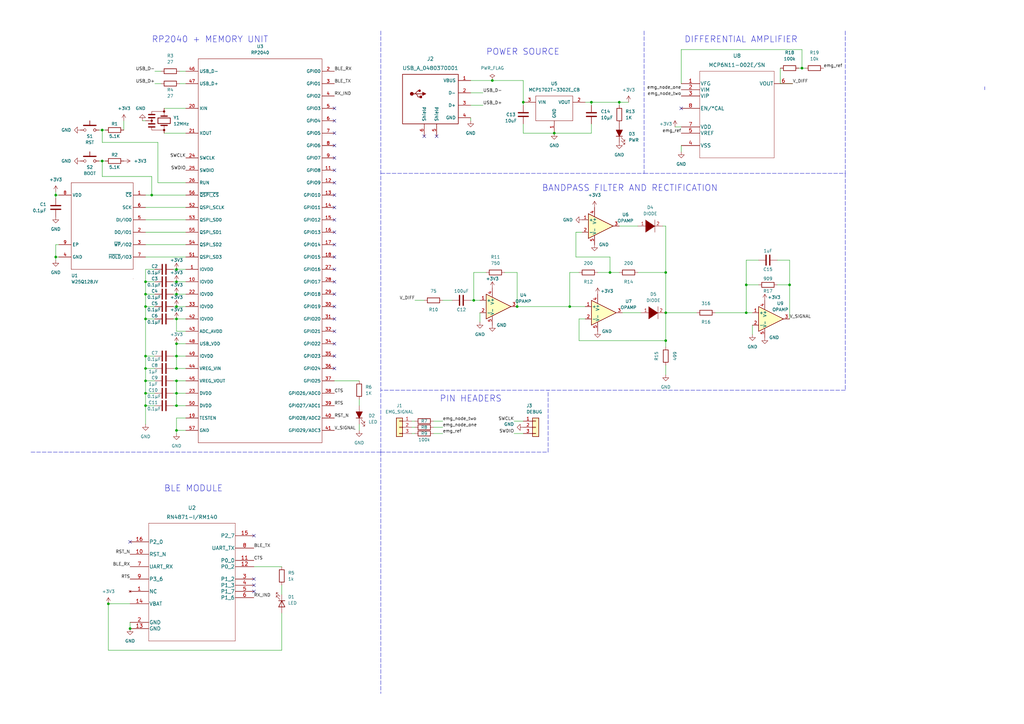
<source format=kicad_sch>
(kicad_sch (version 20211123) (generator eeschema)

  (uuid 2d9663de-7a2c-4535-add6-3c265543b92f)

  (paper "A3")

  (lib_symbols
    (symbol "Connector_Generic:Conn_01x03" (pin_names (offset 1.016) hide) (in_bom yes) (on_board yes)
      (property "Reference" "J" (id 0) (at 0 5.08 0)
        (effects (font (size 1.27 1.27)))
      )
      (property "Value" "Conn_01x03" (id 1) (at 0 -5.08 0)
        (effects (font (size 1.27 1.27)))
      )
      (property "Footprint" "" (id 2) (at 0 0 0)
        (effects (font (size 1.27 1.27)) hide)
      )
      (property "Datasheet" "~" (id 3) (at 0 0 0)
        (effects (font (size 1.27 1.27)) hide)
      )
      (property "ki_keywords" "connector" (id 4) (at 0 0 0)
        (effects (font (size 1.27 1.27)) hide)
      )
      (property "ki_description" "Generic connector, single row, 01x03, script generated (kicad-library-utils/schlib/autogen/connector/)" (id 5) (at 0 0 0)
        (effects (font (size 1.27 1.27)) hide)
      )
      (property "ki_fp_filters" "Connector*:*_1x??_*" (id 6) (at 0 0 0)
        (effects (font (size 1.27 1.27)) hide)
      )
      (symbol "Conn_01x03_1_1"
        (rectangle (start -1.27 -2.413) (end 0 -2.667)
          (stroke (width 0.1524) (type default) (color 0 0 0 0))
          (fill (type none))
        )
        (rectangle (start -1.27 0.127) (end 0 -0.127)
          (stroke (width 0.1524) (type default) (color 0 0 0 0))
          (fill (type none))
        )
        (rectangle (start -1.27 2.667) (end 0 2.413)
          (stroke (width 0.1524) (type default) (color 0 0 0 0))
          (fill (type none))
        )
        (rectangle (start -1.27 3.81) (end 1.27 -3.81)
          (stroke (width 0.254) (type default) (color 0 0 0 0))
          (fill (type background))
        )
        (pin passive line (at -5.08 2.54 0) (length 3.81)
          (name "Pin_1" (effects (font (size 1.27 1.27))))
          (number "1" (effects (font (size 1.27 1.27))))
        )
        (pin passive line (at -5.08 0 0) (length 3.81)
          (name "Pin_2" (effects (font (size 1.27 1.27))))
          (number "2" (effects (font (size 1.27 1.27))))
        )
        (pin passive line (at -5.08 -2.54 0) (length 3.81)
          (name "Pin_3" (effects (font (size 1.27 1.27))))
          (number "3" (effects (font (size 1.27 1.27))))
        )
      )
    )
    (symbol "Device:C" (pin_numbers hide) (pin_names (offset 0.254)) (in_bom yes) (on_board yes)
      (property "Reference" "C" (id 0) (at 0.635 2.54 0)
        (effects (font (size 1.27 1.27)) (justify left))
      )
      (property "Value" "C" (id 1) (at 0.635 -2.54 0)
        (effects (font (size 1.27 1.27)) (justify left))
      )
      (property "Footprint" "" (id 2) (at 0.9652 -3.81 0)
        (effects (font (size 1.27 1.27)) hide)
      )
      (property "Datasheet" "~" (id 3) (at 0 0 0)
        (effects (font (size 1.27 1.27)) hide)
      )
      (property "ki_keywords" "cap capacitor" (id 4) (at 0 0 0)
        (effects (font (size 1.27 1.27)) hide)
      )
      (property "ki_description" "Unpolarized capacitor" (id 5) (at 0 0 0)
        (effects (font (size 1.27 1.27)) hide)
      )
      (property "ki_fp_filters" "C_*" (id 6) (at 0 0 0)
        (effects (font (size 1.27 1.27)) hide)
      )
      (symbol "C_0_1"
        (polyline
          (pts
            (xy -2.032 -0.762)
            (xy 2.032 -0.762)
          )
          (stroke (width 0.508) (type default) (color 0 0 0 0))
          (fill (type none))
        )
        (polyline
          (pts
            (xy -2.032 0.762)
            (xy 2.032 0.762)
          )
          (stroke (width 0.508) (type default) (color 0 0 0 0))
          (fill (type none))
        )
      )
      (symbol "C_1_1"
        (pin passive line (at 0 3.81 270) (length 2.794)
          (name "~" (effects (font (size 1.27 1.27))))
          (number "1" (effects (font (size 1.27 1.27))))
        )
        (pin passive line (at 0 -3.81 90) (length 2.794)
          (name "~" (effects (font (size 1.27 1.27))))
          (number "2" (effects (font (size 1.27 1.27))))
        )
      )
    )
    (symbol "Device:LED" (pin_numbers hide) (pin_names (offset 1.016) hide) (in_bom yes) (on_board yes)
      (property "Reference" "D" (id 0) (at 0 2.54 0)
        (effects (font (size 1.27 1.27)))
      )
      (property "Value" "LED" (id 1) (at 0 -2.54 0)
        (effects (font (size 1.27 1.27)))
      )
      (property "Footprint" "" (id 2) (at 0 0 0)
        (effects (font (size 1.27 1.27)) hide)
      )
      (property "Datasheet" "~" (id 3) (at 0 0 0)
        (effects (font (size 1.27 1.27)) hide)
      )
      (property "ki_keywords" "LED diode" (id 4) (at 0 0 0)
        (effects (font (size 1.27 1.27)) hide)
      )
      (property "ki_description" "Light emitting diode" (id 5) (at 0 0 0)
        (effects (font (size 1.27 1.27)) hide)
      )
      (property "ki_fp_filters" "LED* LED_SMD:* LED_THT:*" (id 6) (at 0 0 0)
        (effects (font (size 1.27 1.27)) hide)
      )
      (symbol "LED_0_1"
        (polyline
          (pts
            (xy -1.27 -1.27)
            (xy -1.27 1.27)
          )
          (stroke (width 0.254) (type default) (color 0 0 0 0))
          (fill (type none))
        )
        (polyline
          (pts
            (xy -1.27 0)
            (xy 1.27 0)
          )
          (stroke (width 0) (type default) (color 0 0 0 0))
          (fill (type none))
        )
        (polyline
          (pts
            (xy 1.27 -1.27)
            (xy 1.27 1.27)
            (xy -1.27 0)
            (xy 1.27 -1.27)
          )
          (stroke (width 0.254) (type default) (color 0 0 0 0))
          (fill (type none))
        )
        (polyline
          (pts
            (xy -3.048 -0.762)
            (xy -4.572 -2.286)
            (xy -3.81 -2.286)
            (xy -4.572 -2.286)
            (xy -4.572 -1.524)
          )
          (stroke (width 0) (type default) (color 0 0 0 0))
          (fill (type none))
        )
        (polyline
          (pts
            (xy -1.778 -0.762)
            (xy -3.302 -2.286)
            (xy -2.54 -2.286)
            (xy -3.302 -2.286)
            (xy -3.302 -1.524)
          )
          (stroke (width 0) (type default) (color 0 0 0 0))
          (fill (type none))
        )
      )
      (symbol "LED_1_1"
        (pin passive line (at -3.81 0 0) (length 2.54)
          (name "K" (effects (font (size 1.27 1.27))))
          (number "1" (effects (font (size 1.27 1.27))))
        )
        (pin passive line (at 3.81 0 180) (length 2.54)
          (name "A" (effects (font (size 1.27 1.27))))
          (number "2" (effects (font (size 1.27 1.27))))
        )
      )
    )
    (symbol "Device:LED_Filled" (pin_numbers hide) (pin_names (offset 1.016) hide) (in_bom yes) (on_board yes)
      (property "Reference" "D" (id 0) (at 0 2.54 0)
        (effects (font (size 1.27 1.27)))
      )
      (property "Value" "LED_Filled" (id 1) (at 0 -2.54 0)
        (effects (font (size 1.27 1.27)))
      )
      (property "Footprint" "" (id 2) (at 0 0 0)
        (effects (font (size 1.27 1.27)) hide)
      )
      (property "Datasheet" "~" (id 3) (at 0 0 0)
        (effects (font (size 1.27 1.27)) hide)
      )
      (property "ki_keywords" "LED diode" (id 4) (at 0 0 0)
        (effects (font (size 1.27 1.27)) hide)
      )
      (property "ki_description" "Light emitting diode, filled shape" (id 5) (at 0 0 0)
        (effects (font (size 1.27 1.27)) hide)
      )
      (property "ki_fp_filters" "LED* LED_SMD:* LED_THT:*" (id 6) (at 0 0 0)
        (effects (font (size 1.27 1.27)) hide)
      )
      (symbol "LED_Filled_0_1"
        (polyline
          (pts
            (xy -1.27 -1.27)
            (xy -1.27 1.27)
          )
          (stroke (width 0.254) (type default) (color 0 0 0 0))
          (fill (type none))
        )
        (polyline
          (pts
            (xy -1.27 0)
            (xy 1.27 0)
          )
          (stroke (width 0) (type default) (color 0 0 0 0))
          (fill (type none))
        )
        (polyline
          (pts
            (xy 1.27 -1.27)
            (xy 1.27 1.27)
            (xy -1.27 0)
            (xy 1.27 -1.27)
          )
          (stroke (width 0.254) (type default) (color 0 0 0 0))
          (fill (type outline))
        )
        (polyline
          (pts
            (xy -3.048 -0.762)
            (xy -4.572 -2.286)
            (xy -3.81 -2.286)
            (xy -4.572 -2.286)
            (xy -4.572 -1.524)
          )
          (stroke (width 0) (type default) (color 0 0 0 0))
          (fill (type none))
        )
        (polyline
          (pts
            (xy -1.778 -0.762)
            (xy -3.302 -2.286)
            (xy -2.54 -2.286)
            (xy -3.302 -2.286)
            (xy -3.302 -1.524)
          )
          (stroke (width 0) (type default) (color 0 0 0 0))
          (fill (type none))
        )
      )
      (symbol "LED_Filled_1_1"
        (pin passive line (at -3.81 0 0) (length 2.54)
          (name "K" (effects (font (size 1.27 1.27))))
          (number "1" (effects (font (size 1.27 1.27))))
        )
        (pin passive line (at 3.81 0 180) (length 2.54)
          (name "A" (effects (font (size 1.27 1.27))))
          (number "2" (effects (font (size 1.27 1.27))))
        )
      )
    )
    (symbol "Device:R" (pin_numbers hide) (pin_names (offset 0)) (in_bom yes) (on_board yes)
      (property "Reference" "R" (id 0) (at 2.032 0 90)
        (effects (font (size 1.27 1.27)))
      )
      (property "Value" "R" (id 1) (at 0 0 90)
        (effects (font (size 1.27 1.27)))
      )
      (property "Footprint" "" (id 2) (at -1.778 0 90)
        (effects (font (size 1.27 1.27)) hide)
      )
      (property "Datasheet" "~" (id 3) (at 0 0 0)
        (effects (font (size 1.27 1.27)) hide)
      )
      (property "ki_keywords" "R res resistor" (id 4) (at 0 0 0)
        (effects (font (size 1.27 1.27)) hide)
      )
      (property "ki_description" "Resistor" (id 5) (at 0 0 0)
        (effects (font (size 1.27 1.27)) hide)
      )
      (property "ki_fp_filters" "R_*" (id 6) (at 0 0 0)
        (effects (font (size 1.27 1.27)) hide)
      )
      (symbol "R_0_1"
        (rectangle (start -1.016 -2.54) (end 1.016 2.54)
          (stroke (width 0.254) (type default) (color 0 0 0 0))
          (fill (type none))
        )
      )
      (symbol "R_1_1"
        (pin passive line (at 0 3.81 270) (length 1.27)
          (name "~" (effects (font (size 1.27 1.27))))
          (number "1" (effects (font (size 1.27 1.27))))
        )
        (pin passive line (at 0 -3.81 90) (length 1.27)
          (name "~" (effects (font (size 1.27 1.27))))
          (number "2" (effects (font (size 1.27 1.27))))
        )
      )
    )
    (symbol "Eclectronics:Crystal" (pin_numbers hide) (pin_names (offset 1.016) hide) (in_bom yes) (on_board yes)
      (property "Reference" "Y" (id 0) (at 0 7.62 0)
        (effects (font (size 1.27 1.27)))
      )
      (property "Value" "Crystal" (id 1) (at 0 5.08 0)
        (effects (font (size 1.27 1.27)))
      )
      (property "Footprint" "" (id 2) (at 0 0 0)
        (effects (font (size 1.27 1.27)) hide)
      )
      (property "Datasheet" "" (id 3) (at 0 0 0)
        (effects (font (size 1.27 1.27)) hide)
      )
      (symbol "Crystal_0_1"
        (circle (center -3.81 0) (radius 0.2794)
          (stroke (width 0.381) (type default) (color 0 0 0 0))
          (fill (type none))
        )
        (circle (center -3.81 0.127) (radius 0.0001)
          (stroke (width 0) (type default) (color 0 0 0 0))
          (fill (type none))
        )
        (rectangle (start -1.143 2.54) (end 1.143 -2.54)
          (stroke (width 0.3048) (type default) (color 0 0 0 0))
          (fill (type none))
        )
        (circle (center 0 -5.08) (radius 0.2794)
          (stroke (width 0.381) (type default) (color 0 0 0 0))
          (fill (type none))
        )
        (polyline
          (pts
            (xy -3.81 0)
            (xy -1.905 0)
          )
          (stroke (width 0) (type default) (color 0 0 0 0))
          (fill (type none))
        )
        (polyline
          (pts
            (xy -2.54 -3.81)
            (xy -2.54 -6.35)
          )
          (stroke (width 0.508) (type default) (color 0 0 0 0))
          (fill (type none))
        )
        (polyline
          (pts
            (xy -1.905 -1.27)
            (xy -1.905 1.27)
          )
          (stroke (width 0.508) (type default) (color 0 0 0 0))
          (fill (type none))
        )
        (polyline
          (pts
            (xy -1.27 -5.08)
            (xy 1.27 -5.08)
          )
          (stroke (width 0) (type default) (color 0 0 0 0))
          (fill (type none))
        )
        (polyline
          (pts
            (xy -1.27 -3.81)
            (xy -1.27 -6.35)
          )
          (stroke (width 0.508) (type default) (color 0 0 0 0))
          (fill (type none))
        )
        (polyline
          (pts
            (xy 0 -6.35)
            (xy 0 -5.08)
          )
          (stroke (width 0) (type default) (color 0 0 0 0))
          (fill (type none))
        )
        (polyline
          (pts
            (xy 1.27 -3.81)
            (xy 1.27 -6.35)
          )
          (stroke (width 0.508) (type default) (color 0 0 0 0))
          (fill (type none))
        )
        (polyline
          (pts
            (xy 1.905 -1.27)
            (xy 1.905 1.27)
          )
          (stroke (width 0.508) (type default) (color 0 0 0 0))
          (fill (type none))
        )
        (polyline
          (pts
            (xy 2.54 -3.81)
            (xy 2.54 -6.35)
          )
          (stroke (width 0.508) (type default) (color 0 0 0 0))
          (fill (type none))
        )
        (polyline
          (pts
            (xy 3.81 0)
            (xy 1.905 0)
          )
          (stroke (width 0) (type default) (color 0 0 0 0))
          (fill (type none))
        )
        (polyline
          (pts
            (xy -3.81 0)
            (xy -3.81 -5.08)
            (xy -2.54 -5.08)
          )
          (stroke (width 0) (type default) (color 0 0 0 0))
          (fill (type none))
        )
        (polyline
          (pts
            (xy 2.54 -5.08)
            (xy 3.81 -5.08)
            (xy 3.81 0)
          )
          (stroke (width 0) (type default) (color 0 0 0 0))
          (fill (type none))
        )
        (circle (center 3.81 0) (radius 0.2794)
          (stroke (width 0.381) (type default) (color 0 0 0 0))
          (fill (type none))
        )
      )
      (symbol "Crystal_1_1"
        (pin passive line (at -5.08 0 0) (length 1.27)
          (name "1" (effects (font (size 1.27 1.27))))
          (number "1" (effects (font (size 1.27 1.27))))
        )
        (pin passive line (at 0 -7.62 90) (length 1.27)
          (name "2" (effects (font (size 1.27 1.27))))
          (number "2" (effects (font (size 1.27 1.27))))
        )
        (pin passive line (at 5.08 0 180) (length 1.27)
          (name "3" (effects (font (size 1.27 1.27))))
          (number "3" (effects (font (size 1.27 1.27))))
        )
      )
    )
    (symbol "Eclectronics:MCP1702T-3302E_CB" (pin_names (offset 1.016)) (in_bom yes) (on_board yes)
      (property "Reference" "U" (id 0) (at 0 8.89 0)
        (effects (font (size 1.27 1.27)))
      )
      (property "Value" "MCP1702T-3302E_CB" (id 1) (at 0 6.35 0)
        (effects (font (size 1.27 1.27)))
      )
      (property "Footprint" "" (id 2) (at 0 1.27 0)
        (effects (font (size 1.524 1.524)) hide)
      )
      (property "Datasheet" "" (id 3) (at 0 1.27 0)
        (effects (font (size 1.524 1.524)) hide)
      )
      (symbol "MCP1702T-3302E_CB_0_1"
        (rectangle (start 7.62 5.08) (end -7.62 -5.08)
          (stroke (width 0) (type default) (color 0 0 0 0))
          (fill (type none))
        )
      )
      (symbol "MCP1702T-3302E_CB_1_1"
        (pin input line (at 0 -10.16 90) (length 5.08)
          (name "GND" (effects (font (size 1.27 1.27))))
          (number "1" (effects (font (size 1.27 1.27))))
        )
        (pin input line (at 12.7 2.54 180) (length 5.08)
          (name "VOUT" (effects (font (size 1.27 1.27))))
          (number "2" (effects (font (size 1.27 1.27))))
        )
        (pin input line (at -12.7 2.54 0) (length 5.08)
          (name "VIN" (effects (font (size 1.27 1.27))))
          (number "3" (effects (font (size 1.27 1.27))))
        )
      )
    )
    (symbol "Eclectronics:RP2040" (in_bom yes) (on_board yes)
      (property "Reference" "U" (id 0) (at -25.4 82.55 0)
        (effects (font (size 1.27 1.27)) (justify left))
      )
      (property "Value" "RP2040" (id 1) (at -25.4 80.01 0)
        (effects (font (size 1.27 1.27)) (justify left))
      )
      (property "Footprint" "" (id 2) (at 6.35 35.56 0)
        (effects (font (size 1.27 1.27)) hide)
      )
      (property "Datasheet" "" (id 3) (at 6.35 35.56 0)
        (effects (font (size 1.27 1.27)) hide)
      )
      (symbol "RP2040_0_1"
        (rectangle (start -25.4 78.74) (end 25.4 -78.74)
          (stroke (width 0) (type default) (color 0 0 0 0))
          (fill (type none))
        )
        (rectangle (start 22.86 73.66) (end 22.86 73.66)
          (stroke (width 0) (type default) (color 0 0 0 0))
          (fill (type none))
        )
        (rectangle (start 22.86 73.66) (end 22.86 73.66)
          (stroke (width 0) (type default) (color 0 0 0 0))
          (fill (type none))
        )
      )
      (symbol "RP2040_1_1"
        (pin power_in line (at -30.48 -7.62 0) (length 5.08)
          (name "IOVDD" (effects (font (size 1.27 1.27))))
          (number "1" (effects (font (size 1.27 1.27))))
        )
        (pin power_in line (at -30.48 -12.7 0) (length 5.08)
          (name "IOVDD" (effects (font (size 1.27 1.27))))
          (number "10" (effects (font (size 1.27 1.27))))
        )
        (pin bidirectional line (at 30.48 33.02 180) (length 5.08)
          (name "GPIO8" (effects (font (size 1.27 1.27))))
          (number "11" (effects (font (size 1.27 1.27))))
        )
        (pin bidirectional line (at 30.48 27.94 180) (length 5.08)
          (name "GPIO9" (effects (font (size 1.27 1.27))))
          (number "12" (effects (font (size 1.27 1.27))))
        )
        (pin bidirectional line (at 30.48 22.86 180) (length 5.08)
          (name "GPIO10" (effects (font (size 1.27 1.27))))
          (number "13" (effects (font (size 1.27 1.27))))
        )
        (pin bidirectional line (at 30.48 17.78 180) (length 5.08)
          (name "GPIO11" (effects (font (size 1.27 1.27))))
          (number "14" (effects (font (size 1.27 1.27))))
        )
        (pin bidirectional line (at 30.48 12.7 180) (length 5.08)
          (name "GPIO12" (effects (font (size 1.27 1.27))))
          (number "15" (effects (font (size 1.27 1.27))))
        )
        (pin bidirectional line (at 30.48 7.62 180) (length 5.08)
          (name "GPIO13" (effects (font (size 1.27 1.27))))
          (number "16" (effects (font (size 1.27 1.27))))
        )
        (pin bidirectional line (at 30.48 2.54 180) (length 5.08)
          (name "GPIO14" (effects (font (size 1.27 1.27))))
          (number "17" (effects (font (size 1.27 1.27))))
        )
        (pin bidirectional line (at 30.48 -2.54 180) (length 5.08)
          (name "GPIO15" (effects (font (size 1.27 1.27))))
          (number "18" (effects (font (size 1.27 1.27))))
        )
        (pin input line (at -30.48 -68.58 0) (length 5.08)
          (name "TESTEN" (effects (font (size 1.27 1.27))))
          (number "19" (effects (font (size 1.27 1.27))))
        )
        (pin bidirectional line (at 30.48 73.66 180) (length 5.08)
          (name "GPIO0" (effects (font (size 1.27 1.27))))
          (number "2" (effects (font (size 1.27 1.27))))
        )
        (pin bidirectional line (at -30.48 58.42 0) (length 5.08)
          (name "XIN" (effects (font (size 1.27 1.27))))
          (number "20" (effects (font (size 1.27 1.27))))
        )
        (pin bidirectional line (at -30.48 48.26 0) (length 5.08)
          (name "XOUT" (effects (font (size 1.27 1.27))))
          (number "21" (effects (font (size 1.27 1.27))))
        )
        (pin power_in line (at -30.48 -17.78 0) (length 5.08)
          (name "IOVDD" (effects (font (size 1.27 1.27))))
          (number "22" (effects (font (size 1.27 1.27))))
        )
        (pin power_in line (at -30.48 -58.42 0) (length 5.08)
          (name "DVDD" (effects (font (size 1.27 1.27))))
          (number "23" (effects (font (size 1.27 1.27))))
        )
        (pin bidirectional line (at -30.48 38.1 0) (length 5.08)
          (name "SWCLK" (effects (font (size 1.27 1.27))))
          (number "24" (effects (font (size 1.27 1.27))))
        )
        (pin bidirectional line (at -30.48 33.02 0) (length 5.08)
          (name "SWDIO" (effects (font (size 1.27 1.27))))
          (number "25" (effects (font (size 1.27 1.27))))
        )
        (pin bidirectional line (at -30.48 27.94 0) (length 5.08)
          (name "RUN" (effects (font (size 1.27 1.27))))
          (number "26" (effects (font (size 1.27 1.27))))
        )
        (pin bidirectional line (at 30.48 -7.62 180) (length 5.08)
          (name "GPIO16" (effects (font (size 1.27 1.27))))
          (number "27" (effects (font (size 1.27 1.27))))
        )
        (pin bidirectional line (at 30.48 -12.7 180) (length 5.08)
          (name "GPIO17" (effects (font (size 1.27 1.27))))
          (number "28" (effects (font (size 1.27 1.27))))
        )
        (pin bidirectional line (at 30.48 -17.78 180) (length 5.08)
          (name "GPIO18" (effects (font (size 1.27 1.27))))
          (number "29" (effects (font (size 1.27 1.27))))
        )
        (pin bidirectional line (at 30.48 68.58 180) (length 5.08)
          (name "GPIO1" (effects (font (size 1.27 1.27))))
          (number "3" (effects (font (size 1.27 1.27))))
        )
        (pin bidirectional line (at 30.48 -22.86 180) (length 5.08)
          (name "GPIO19" (effects (font (size 1.27 1.27))))
          (number "30" (effects (font (size 1.27 1.27))))
        )
        (pin bidirectional line (at 30.48 -27.94 180) (length 5.08)
          (name "GPIO20" (effects (font (size 1.27 1.27))))
          (number "31" (effects (font (size 1.27 1.27))))
        )
        (pin bidirectional line (at 30.48 -33.02 180) (length 5.08)
          (name "GPIO21" (effects (font (size 1.27 1.27))))
          (number "32" (effects (font (size 1.27 1.27))))
        )
        (pin power_in line (at -30.48 -22.86 0) (length 5.08)
          (name "IOVDD" (effects (font (size 1.27 1.27))))
          (number "33" (effects (font (size 1.27 1.27))))
        )
        (pin bidirectional line (at 30.48 -38.1 180) (length 5.08)
          (name "GPIO22" (effects (font (size 1.27 1.27))))
          (number "34" (effects (font (size 1.27 1.27))))
        )
        (pin bidirectional line (at 30.48 -43.18 180) (length 5.08)
          (name "GPIO23" (effects (font (size 1.27 1.27))))
          (number "35" (effects (font (size 1.27 1.27))))
        )
        (pin bidirectional line (at 30.48 -48.26 180) (length 5.08)
          (name "GPIO24" (effects (font (size 1.27 1.27))))
          (number "36" (effects (font (size 1.27 1.27))))
        )
        (pin bidirectional line (at 30.48 -53.34 180) (length 5.08)
          (name "GPIO25" (effects (font (size 1.27 1.27))))
          (number "37" (effects (font (size 1.27 1.27))))
        )
        (pin bidirectional line (at 30.48 -58.42 180) (length 5.08)
          (name "GPIO26/ADC0" (effects (font (size 1.27 1.27))))
          (number "38" (effects (font (size 1.27 1.27))))
        )
        (pin bidirectional line (at 30.48 -63.5 180) (length 5.08)
          (name "GPIO27/ADC1" (effects (font (size 1.27 1.27))))
          (number "39" (effects (font (size 1.27 1.27))))
        )
        (pin bidirectional line (at 30.48 63.5 180) (length 5.08)
          (name "GPIO2" (effects (font (size 1.27 1.27))))
          (number "4" (effects (font (size 1.27 1.27))))
        )
        (pin bidirectional line (at 30.48 -68.58 180) (length 5.08)
          (name "GPIO28/ADC2" (effects (font (size 1.27 1.27))))
          (number "40" (effects (font (size 1.27 1.27))))
        )
        (pin bidirectional line (at 30.48 -73.66 180) (length 5.08)
          (name "GPIO29/ADC3" (effects (font (size 1.27 1.27))))
          (number "41" (effects (font (size 1.27 1.27))))
        )
        (pin power_in line (at -30.48 -27.94 0) (length 5.08)
          (name "IOVDD" (effects (font (size 1.27 1.27))))
          (number "42" (effects (font (size 1.27 1.27))))
        )
        (pin power_in line (at -30.48 -33.02 0) (length 5.08)
          (name "ADC_AVDD" (effects (font (size 1.27 1.27))))
          (number "43" (effects (font (size 1.27 1.27))))
        )
        (pin power_in line (at -30.48 -48.26 0) (length 5.08)
          (name "VREG_VIN" (effects (font (size 1.27 1.27))))
          (number "44" (effects (font (size 1.27 1.27))))
        )
        (pin power_out line (at -30.48 -53.34 0) (length 5.08)
          (name "VREG_VOUT" (effects (font (size 1.27 1.27))))
          (number "45" (effects (font (size 1.27 1.27))))
        )
        (pin bidirectional line (at -30.48 73.66 0) (length 5.08)
          (name "USB_D-" (effects (font (size 1.27 1.27))))
          (number "46" (effects (font (size 1.27 1.27))))
        )
        (pin bidirectional line (at -30.48 68.58 0) (length 5.08)
          (name "USB_D+" (effects (font (size 1.27 1.27))))
          (number "47" (effects (font (size 1.27 1.27))))
        )
        (pin power_in line (at -30.48 -38.1 0) (length 5.08)
          (name "USB_VDD" (effects (font (size 1.27 1.27))))
          (number "48" (effects (font (size 1.27 1.27))))
        )
        (pin power_in line (at -30.48 -43.18 0) (length 5.08)
          (name "IOVDD" (effects (font (size 1.27 1.27))))
          (number "49" (effects (font (size 1.27 1.27))))
        )
        (pin bidirectional line (at 30.48 58.42 180) (length 5.08)
          (name "GPIO3" (effects (font (size 1.27 1.27))))
          (number "5" (effects (font (size 1.27 1.27))))
        )
        (pin power_in line (at -30.48 -63.5 0) (length 5.08)
          (name "DVDD" (effects (font (size 1.27 1.27))))
          (number "50" (effects (font (size 1.27 1.27))))
        )
        (pin bidirectional line (at -30.48 -2.54 0) (length 5.08)
          (name "QSPI_SD3" (effects (font (size 1.27 1.27))))
          (number "51" (effects (font (size 1.27 1.27))))
        )
        (pin bidirectional line (at -30.48 17.78 0) (length 5.08)
          (name "QSPI_SCLK" (effects (font (size 1.27 1.27))))
          (number "52" (effects (font (size 1.27 1.27))))
        )
        (pin bidirectional line (at -30.48 12.7 0) (length 5.08)
          (name "QSPI_SD0" (effects (font (size 1.27 1.27))))
          (number "53" (effects (font (size 1.27 1.27))))
        )
        (pin bidirectional line (at -30.48 2.54 0) (length 5.08)
          (name "QSPI_SD2" (effects (font (size 1.27 1.27))))
          (number "54" (effects (font (size 1.27 1.27))))
        )
        (pin bidirectional line (at -30.48 7.62 0) (length 5.08)
          (name "QSPI_SD1" (effects (font (size 1.27 1.27))))
          (number "55" (effects (font (size 1.27 1.27))))
        )
        (pin bidirectional line (at -30.48 22.86 0) (length 5.08)
          (name "~{QSPI_CS}" (effects (font (size 1.27 1.27))))
          (number "56" (effects (font (size 1.27 1.27))))
        )
        (pin power_in line (at -30.48 -73.66 0) (length 5.08)
          (name "GND" (effects (font (size 1.27 1.27))))
          (number "57" (effects (font (size 1.27 1.27))))
        )
        (pin bidirectional line (at 30.48 53.34 180) (length 5.08)
          (name "GPIO4" (effects (font (size 1.27 1.27))))
          (number "6" (effects (font (size 1.27 1.27))))
        )
        (pin bidirectional line (at 30.48 48.26 180) (length 5.08)
          (name "GPIO5" (effects (font (size 1.27 1.27))))
          (number "7" (effects (font (size 1.27 1.27))))
        )
        (pin bidirectional line (at 30.48 43.18 180) (length 5.08)
          (name "GPIO6" (effects (font (size 1.27 1.27))))
          (number "8" (effects (font (size 1.27 1.27))))
        )
        (pin bidirectional line (at 30.48 38.1 180) (length 5.08)
          (name "GPIO7" (effects (font (size 1.27 1.27))))
          (number "9" (effects (font (size 1.27 1.27))))
        )
      )
    )
    (symbol "Eclectronics:SW" (pin_numbers hide) (pin_names (offset 1.016) hide) (in_bom yes) (on_board yes)
      (property "Reference" "S" (id 0) (at 1.27 2.54 0)
        (effects (font (size 1.27 1.27)) (justify left))
      )
      (property "Value" "SW" (id 1) (at 1.27 -2.54 0)
        (effects (font (size 1.27 1.27)) (justify left))
      )
      (property "Footprint" "" (id 2) (at 1.27 2.54 90)
        (effects (font (size 1.524 1.524)) hide)
      )
      (property "Datasheet" "" (id 3) (at 1.27 2.54 90)
        (effects (font (size 1.524 1.524)) hide)
      )
      (symbol "SW_0_1"
        (circle (center 0 -2.032) (radius 0.508)
          (stroke (width 0) (type default) (color 0 0 0 0))
          (fill (type none))
        )
        (polyline
          (pts
            (xy -1.905 -2.54)
            (xy -1.905 2.54)
          )
          (stroke (width 0.508) (type default) (color 0 0 0 0))
          (fill (type none))
        )
        (polyline
          (pts
            (xy -1.905 0)
            (xy -3.81 0)
          )
          (stroke (width 0.254) (type default) (color 0 0 0 0))
          (fill (type none))
        )
        (circle (center 0 2.032) (radius 0.508)
          (stroke (width 0) (type default) (color 0 0 0 0))
          (fill (type none))
        )
        (circle (center 0 2.032) (radius 0.508)
          (stroke (width 0) (type default) (color 0 0 0 0))
          (fill (type none))
        )
      )
      (symbol "SW_1_1"
        (pin input line (at 0 -3.81 90) (length 1.27)
          (name "1" (effects (font (size 1.27 1.27))))
          (number "1" (effects (font (size 1.27 1.27))))
        )
        (pin input line (at 0 3.81 270) (length 1.27)
          (name "2" (effects (font (size 1.27 1.27))))
          (number "2" (effects (font (size 1.27 1.27))))
        )
      )
    )
    (symbol "Eclectronics:USB_A_0480370001" (pin_names (offset 1.016)) (in_bom yes) (on_board yes)
      (property "Reference" "J" (id 0) (at -11.43 16.51 0)
        (effects (font (size 1.524 1.524)) (justify left))
      )
      (property "Value" "USB_A_0480370001" (id 1) (at -11.43 13.97 0)
        (effects (font (size 1.524 1.524)) (justify left))
      )
      (property "Footprint" "" (id 2) (at 8.89 3.81 0)
        (effects (font (size 1.27 1.27)) hide)
      )
      (property "Datasheet" "" (id 3) (at 8.89 3.81 0)
        (effects (font (size 1.27 1.27)) hide)
      )
      (property "ki_fp_filters" "USB*" (id 4) (at 0 0 0)
        (effects (font (size 1.27 1.27)) hide)
      )
      (symbol "USB_A_0480370001_0_1"
        (circle (center -7.62 4.699) (radius 0.635)
          (stroke (width 0.254) (type default) (color 0 0 0 0))
          (fill (type outline))
        )
        (circle (center -4.445 5.969) (radius 0.381)
          (stroke (width 0.254) (type default) (color 0 0 0 0))
          (fill (type outline))
        )
        (rectangle (start -3.556 3.81) (end -4.318 3.048)
          (stroke (width 0.254) (type default) (color 0 0 0 0))
          (fill (type outline))
        )
        (polyline
          (pts
            (xy -5.715 4.699)
            (xy -3.175 4.699)
          )
          (stroke (width 0.254) (type default) (color 0 0 0 0))
          (fill (type none))
        )
        (polyline
          (pts
            (xy -6.985 4.699)
            (xy -6.35 4.699)
            (xy -5.08 5.969)
            (xy -4.445 5.969)
          )
          (stroke (width 0.254) (type default) (color 0 0 0 0))
          (fill (type none))
        )
        (polyline
          (pts
            (xy -6.35 4.699)
            (xy -5.715 4.699)
            (xy -5.08 3.429)
            (xy -3.81 3.429)
          )
          (stroke (width 0.254) (type default) (color 0 0 0 0))
          (fill (type none))
        )
        (polyline
          (pts
            (xy -3.175 5.334)
            (xy -3.175 4.064)
            (xy -1.905 4.699)
            (xy -3.175 5.334)
          )
          (stroke (width 0.254) (type default) (color 0 0 0 0))
          (fill (type outline))
        )
        (rectangle (start 11.43 -7.62) (end -11.43 12.7)
          (stroke (width 0.254) (type default) (color 0 0 0 0))
          (fill (type none))
        )
      )
      (symbol "USB_A_0480370001_1_1"
        (pin power_in line (at 16.51 10.16 180) (length 5.08)
          (name "VBUS" (effects (font (size 1.27 1.27))))
          (number "1" (effects (font (size 1.27 1.27))))
        )
        (pin passive line (at 16.51 5.08 180) (length 5.08)
          (name "D-" (effects (font (size 1.27 1.27))))
          (number "2" (effects (font (size 1.27 1.27))))
        )
        (pin passive line (at 16.51 0 180) (length 5.08)
          (name "D+" (effects (font (size 1.27 1.27))))
          (number "3" (effects (font (size 1.27 1.27))))
        )
        (pin passive line (at 16.51 -5.08 180) (length 5.08)
          (name "GND" (effects (font (size 1.27 1.27))))
          (number "4" (effects (font (size 1.27 1.27))))
        )
        (pin power_in line (at 2.54 -12.7 90) (length 5.08)
          (name "Shield" (effects (font (size 1.27 1.27))))
          (number "5" (effects (font (size 1.27 1.27))))
        )
        (pin passive line (at -2.54 -12.7 90) (length 5.08)
          (name "Shield" (effects (font (size 1.27 1.27))))
          (number "6" (effects (font (size 1.27 1.27))))
        )
      )
    )
    (symbol "Eclectronics:W25Q128JV" (in_bom yes) (on_board yes)
      (property "Reference" "U" (id 0) (at -12.7 21.59 0)
        (effects (font (size 1.27 1.27)) (justify left))
      )
      (property "Value" "W25Q128JV" (id 1) (at -12.7 19.05 0)
        (effects (font (size 1.27 1.27)) (justify left))
      )
      (property "Footprint" "" (id 2) (at 5.08 8.89 0)
        (effects (font (size 1.27 1.27)) hide)
      )
      (property "Datasheet" "" (id 3) (at 5.08 8.89 0)
        (effects (font (size 1.27 1.27)) hide)
      )
      (symbol "W25Q128JV_0_1"
        (rectangle (start -12.7 17.78) (end 12.7 -17.78)
          (stroke (width 0) (type default) (color 0 0 0 0))
          (fill (type none))
        )
        (rectangle (start 12.7 -21.59) (end 12.7 -21.59)
          (stroke (width 0) (type default) (color 0 0 0 0))
          (fill (type none))
        )
      )
      (symbol "W25Q128JV_1_1"
        (pin input line (at 17.78 12.7 180) (length 5.08)
          (name "~{CS}" (effects (font (size 1.27 1.27))))
          (number "1" (effects (font (size 1.27 1.27))))
        )
        (pin bidirectional line (at 17.78 -2.54 180) (length 5.08)
          (name "DO/IO1" (effects (font (size 1.27 1.27))))
          (number "2" (effects (font (size 1.27 1.27))))
        )
        (pin bidirectional line (at 17.78 -7.62 180) (length 5.08)
          (name "~{WP}/IO2" (effects (font (size 1.27 1.27))))
          (number "3" (effects (font (size 1.27 1.27))))
        )
        (pin power_in line (at -17.78 -12.7 0) (length 5.08)
          (name "GND" (effects (font (size 1.27 1.27))))
          (number "4" (effects (font (size 1.27 1.27))))
        )
        (pin bidirectional line (at 17.78 2.54 180) (length 5.08)
          (name "DI/IO0" (effects (font (size 1.27 1.27))))
          (number "5" (effects (font (size 1.27 1.27))))
        )
        (pin input line (at 17.78 7.62 180) (length 5.08)
          (name "SCK" (effects (font (size 1.27 1.27))))
          (number "6" (effects (font (size 1.27 1.27))))
        )
        (pin bidirectional line (at 17.78 -12.7 180) (length 5.08)
          (name "~{HOLD}/IO3" (effects (font (size 1.27 1.27))))
          (number "7" (effects (font (size 1.27 1.27))))
        )
        (pin power_in line (at -17.78 12.7 0) (length 5.08)
          (name "VDD" (effects (font (size 1.27 1.27))))
          (number "8" (effects (font (size 1.27 1.27))))
        )
        (pin power_in line (at -17.78 -7.62 0) (length 5.08)
          (name "EP" (effects (font (size 1.27 1.27))))
          (number "9" (effects (font (size 1.27 1.27))))
        )
      )
    )
    (symbol "MCP6N11:MCP6N11-002E{slash}SN" (pin_names (offset 0.254)) (in_bom yes) (on_board yes)
      (property "Reference" "U" (id 0) (at 22.86 10.16 0)
        (effects (font (size 1.524 1.524)))
      )
      (property "Value" "MCP6N11-002E{slash}SN" (id 1) (at 22.86 7.62 0)
        (effects (font (size 1.524 1.524)))
      )
      (property "Footprint" "SOIC8-N_MC_MCH" (id 2) (at 22.86 6.096 0)
        (effects (font (size 1.524 1.524)) hide)
      )
      (property "Datasheet" "" (id 3) (at 0 0 0)
        (effects (font (size 1.524 1.524)))
      )
      (property "ki_locked" "" (id 4) (at 0 0 0)
        (effects (font (size 1.27 1.27)))
      )
      (property "ki_fp_filters" "SOIC8-N_MC_MCH SOIC8-N_MC_MCH-M SOIC8-N_MC_MCH-L" (id 5) (at 0 0 0)
        (effects (font (size 1.27 1.27)) hide)
      )
      (symbol "MCP6N11-002E{slash}SN_1_1"
        (polyline
          (pts
            (xy 7.62 -30.48)
            (xy 38.1 -30.48)
          )
          (stroke (width 0.127) (type default) (color 0 0 0 0))
          (fill (type none))
        )
        (polyline
          (pts
            (xy 7.62 5.08)
            (xy 7.62 -30.48)
          )
          (stroke (width 0.127) (type default) (color 0 0 0 0))
          (fill (type none))
        )
        (polyline
          (pts
            (xy 38.1 -30.48)
            (xy 38.1 5.08)
          )
          (stroke (width 0.127) (type default) (color 0 0 0 0))
          (fill (type none))
        )
        (polyline
          (pts
            (xy 38.1 5.08)
            (xy 7.62 5.08)
          )
          (stroke (width 0.127) (type default) (color 0 0 0 0))
          (fill (type none))
        )
        (pin input line (at 0 0 0) (length 7.62)
          (name "VFG" (effects (font (size 1.4986 1.4986))))
          (number "1" (effects (font (size 1.4986 1.4986))))
        )
        (pin input line (at 0 -2.54 0) (length 7.62)
          (name "VIM" (effects (font (size 1.4986 1.4986))))
          (number "2" (effects (font (size 1.4986 1.4986))))
        )
        (pin input line (at 0 -5.08 0) (length 7.62)
          (name "VIP" (effects (font (size 1.4986 1.4986))))
          (number "3" (effects (font (size 1.4986 1.4986))))
        )
        (pin power_in line (at 0 -25.4 0) (length 7.62)
          (name "VSS" (effects (font (size 1.4986 1.4986))))
          (number "4" (effects (font (size 1.4986 1.4986))))
        )
        (pin input line (at 0 -20.32 0) (length 7.62)
          (name "VREF" (effects (font (size 1.4986 1.4986))))
          (number "5" (effects (font (size 1.4986 1.4986))))
        )
        (pin output line (at 45.72 0 180) (length 7.62)
          (name "VOUT" (effects (font (size 1.4986 1.4986))))
          (number "6" (effects (font (size 1.4986 1.4986))))
        )
        (pin power_in line (at 0 -17.78 0) (length 7.62)
          (name "VDD" (effects (font (size 1.4986 1.4986))))
          (number "7" (effects (font (size 1.4986 1.4986))))
        )
        (pin bidirectional line (at 0 -10.16 0) (length 7.62)
          (name "EN/*CAL" (effects (font (size 1.4986 1.4986))))
          (number "8" (effects (font (size 1.4986 1.4986))))
        )
      )
    )
    (symbol "RN4871:RN4871-I{slash}RM140" (pin_names (offset 0.254)) (in_bom yes) (on_board yes)
      (property "Reference" "U" (id 0) (at 25.4 12.7 0)
        (effects (font (size 1.524 1.524)))
      )
      (property "Value" "RN4871-I{slash}RM140" (id 1) (at 25.4 10.16 0)
        (effects (font (size 1.524 1.524)))
      )
      (property "Footprint" "RN4871_MCH" (id 2) (at 25.4 8.636 0)
        (effects (font (size 1.524 1.524)) hide)
      )
      (property "Datasheet" "" (id 3) (at 0 0 0)
        (effects (font (size 1.524 1.524)))
      )
      (property "ki_locked" "" (id 4) (at 0 0 0)
        (effects (font (size 1.27 1.27)))
      )
      (property "ki_fp_filters" "RN4871_MCH" (id 5) (at 0 0 0)
        (effects (font (size 1.27 1.27)) hide)
      )
      (symbol "RN4871-I{slash}RM140_1_1"
        (polyline
          (pts
            (xy 7.62 -40.64)
            (xy 43.18 -40.64)
          )
          (stroke (width 0.127) (type default) (color 0 0 0 0))
          (fill (type none))
        )
        (polyline
          (pts
            (xy 7.62 7.62)
            (xy 7.62 -40.64)
          )
          (stroke (width 0.127) (type default) (color 0 0 0 0))
          (fill (type none))
        )
        (polyline
          (pts
            (xy 43.18 -40.64)
            (xy 43.18 7.62)
          )
          (stroke (width 0.127) (type default) (color 0 0 0 0))
          (fill (type none))
        )
        (polyline
          (pts
            (xy 43.18 7.62)
            (xy 7.62 7.62)
          )
          (stroke (width 0.127) (type default) (color 0 0 0 0))
          (fill (type none))
        )
        (pin no_connect line (at 0 -20.32 0) (length 7.62)
          (name "NC" (effects (font (size 1.4986 1.4986))))
          (number "1" (effects (font (size 1.4986 1.4986))))
        )
        (pin input line (at 0 -5.08 0) (length 7.62)
          (name "RST_N" (effects (font (size 1.4986 1.4986))))
          (number "10" (effects (font (size 1.4986 1.4986))))
        )
        (pin bidirectional line (at 50.8 -7.62 180) (length 7.62)
          (name "P0_0" (effects (font (size 1.4986 1.4986))))
          (number "11" (effects (font (size 1.4986 1.4986))))
        )
        (pin bidirectional line (at 50.8 -10.16 180) (length 7.62)
          (name "P0_2" (effects (font (size 1.4986 1.4986))))
          (number "12" (effects (font (size 1.4986 1.4986))))
        )
        (pin power_in line (at 0 -35.56 0) (length 7.62)
          (name "GND" (effects (font (size 1.4986 1.4986))))
          (number "13" (effects (font (size 1.4986 1.4986))))
        )
        (pin power_in line (at 0 -25.4 0) (length 7.62)
          (name "VBAT" (effects (font (size 1.4986 1.4986))))
          (number "14" (effects (font (size 1.4986 1.4986))))
        )
        (pin output line (at 50.8 2.54 180) (length 7.62)
          (name "P2_7" (effects (font (size 1.4986 1.4986))))
          (number "15" (effects (font (size 1.4986 1.4986))))
        )
        (pin input line (at 0 0 0) (length 7.62)
          (name "P2_0" (effects (font (size 1.4986 1.4986))))
          (number "16" (effects (font (size 1.4986 1.4986))))
        )
        (pin power_in line (at 0 -33.02 0) (length 7.62)
          (name "GND" (effects (font (size 1.4986 1.4986))))
          (number "2" (effects (font (size 1.4986 1.4986))))
        )
        (pin bidirectional line (at 50.8 -15.24 180) (length 7.62)
          (name "P1_2" (effects (font (size 1.4986 1.4986))))
          (number "3" (effects (font (size 1.4986 1.4986))))
        )
        (pin bidirectional line (at 50.8 -17.78 180) (length 7.62)
          (name "P1_3" (effects (font (size 1.4986 1.4986))))
          (number "4" (effects (font (size 1.4986 1.4986))))
        )
        (pin bidirectional line (at 50.8 -20.32 180) (length 7.62)
          (name "P1_7" (effects (font (size 1.4986 1.4986))))
          (number "5" (effects (font (size 1.4986 1.4986))))
        )
        (pin bidirectional line (at 50.8 -22.86 180) (length 7.62)
          (name "P1_6" (effects (font (size 1.4986 1.4986))))
          (number "6" (effects (font (size 1.4986 1.4986))))
        )
        (pin input line (at 0 -10.16 0) (length 7.62)
          (name "UART_RX" (effects (font (size 1.4986 1.4986))))
          (number "7" (effects (font (size 1.4986 1.4986))))
        )
        (pin output line (at 50.8 -2.54 180) (length 7.62)
          (name "UART_TX" (effects (font (size 1.4986 1.4986))))
          (number "8" (effects (font (size 1.4986 1.4986))))
        )
        (pin bidirectional line (at 0 -15.24 0) (length 7.62)
          (name "P3_6" (effects (font (size 1.4986 1.4986))))
          (number "9" (effects (font (size 1.4986 1.4986))))
        )
      )
    )
    (symbol "power:+3V3" (power) (pin_names (offset 0)) (in_bom yes) (on_board yes)
      (property "Reference" "#PWR" (id 0) (at 0 -3.81 0)
        (effects (font (size 1.27 1.27)) hide)
      )
      (property "Value" "+3V3" (id 1) (at 0 3.556 0)
        (effects (font (size 1.27 1.27)))
      )
      (property "Footprint" "" (id 2) (at 0 0 0)
        (effects (font (size 1.27 1.27)) hide)
      )
      (property "Datasheet" "" (id 3) (at 0 0 0)
        (effects (font (size 1.27 1.27)) hide)
      )
      (property "ki_keywords" "power-flag" (id 4) (at 0 0 0)
        (effects (font (size 1.27 1.27)) hide)
      )
      (property "ki_description" "Power symbol creates a global label with name \"+3V3\"" (id 5) (at 0 0 0)
        (effects (font (size 1.27 1.27)) hide)
      )
      (symbol "+3V3_0_1"
        (polyline
          (pts
            (xy -0.762 1.27)
            (xy 0 2.54)
          )
          (stroke (width 0) (type default) (color 0 0 0 0))
          (fill (type none))
        )
        (polyline
          (pts
            (xy 0 0)
            (xy 0 2.54)
          )
          (stroke (width 0) (type default) (color 0 0 0 0))
          (fill (type none))
        )
        (polyline
          (pts
            (xy 0 2.54)
            (xy 0.762 1.27)
          )
          (stroke (width 0) (type default) (color 0 0 0 0))
          (fill (type none))
        )
      )
      (symbol "+3V3_1_1"
        (pin power_in line (at 0 0 90) (length 0) hide
          (name "+3V3" (effects (font (size 1.27 1.27))))
          (number "1" (effects (font (size 1.27 1.27))))
        )
      )
    )
    (symbol "power:GND" (power) (pin_names (offset 0)) (in_bom yes) (on_board yes)
      (property "Reference" "#PWR" (id 0) (at 0 -6.35 0)
        (effects (font (size 1.27 1.27)) hide)
      )
      (property "Value" "GND" (id 1) (at 0 -3.81 0)
        (effects (font (size 1.27 1.27)))
      )
      (property "Footprint" "" (id 2) (at 0 0 0)
        (effects (font (size 1.27 1.27)) hide)
      )
      (property "Datasheet" "" (id 3) (at 0 0 0)
        (effects (font (size 1.27 1.27)) hide)
      )
      (property "ki_keywords" "power-flag" (id 4) (at 0 0 0)
        (effects (font (size 1.27 1.27)) hide)
      )
      (property "ki_description" "Power symbol creates a global label with name \"GND\" , ground" (id 5) (at 0 0 0)
        (effects (font (size 1.27 1.27)) hide)
      )
      (symbol "GND_0_1"
        (polyline
          (pts
            (xy 0 0)
            (xy 0 -1.27)
            (xy 1.27 -1.27)
            (xy 0 -2.54)
            (xy -1.27 -1.27)
            (xy 0 -1.27)
          )
          (stroke (width 0) (type default) (color 0 0 0 0))
          (fill (type none))
        )
      )
      (symbol "GND_1_1"
        (pin power_in line (at 0 0 270) (length 0) hide
          (name "GND" (effects (font (size 1.27 1.27))))
          (number "1" (effects (font (size 1.27 1.27))))
        )
      )
    )
    (symbol "power:PWR_FLAG" (power) (pin_numbers hide) (pin_names (offset 0) hide) (in_bom yes) (on_board yes)
      (property "Reference" "#FLG" (id 0) (at 0 1.905 0)
        (effects (font (size 1.27 1.27)) hide)
      )
      (property "Value" "PWR_FLAG" (id 1) (at 0 3.81 0)
        (effects (font (size 1.27 1.27)))
      )
      (property "Footprint" "" (id 2) (at 0 0 0)
        (effects (font (size 1.27 1.27)) hide)
      )
      (property "Datasheet" "~" (id 3) (at 0 0 0)
        (effects (font (size 1.27 1.27)) hide)
      )
      (property "ki_keywords" "power-flag" (id 4) (at 0 0 0)
        (effects (font (size 1.27 1.27)) hide)
      )
      (property "ki_description" "Special symbol for telling ERC where power comes from" (id 5) (at 0 0 0)
        (effects (font (size 1.27 1.27)) hide)
      )
      (symbol "PWR_FLAG_0_0"
        (pin power_out line (at 0 0 90) (length 0)
          (name "pwr" (effects (font (size 1.27 1.27))))
          (number "1" (effects (font (size 1.27 1.27))))
        )
      )
      (symbol "PWR_FLAG_0_1"
        (polyline
          (pts
            (xy 0 0)
            (xy 0 1.27)
            (xy -1.016 1.905)
            (xy 0 2.54)
            (xy 1.016 1.905)
            (xy 0 1.27)
          )
          (stroke (width 0) (type default) (color 0 0 0 0))
          (fill (type none))
        )
      )
    )
    (symbol "pspice:DIODE" (pin_names (offset 1.016) hide) (in_bom yes) (on_board yes)
      (property "Reference" "D" (id 0) (at 0 3.81 0)
        (effects (font (size 1.27 1.27)))
      )
      (property "Value" "DIODE" (id 1) (at 0 -4.445 0)
        (effects (font (size 1.27 1.27)))
      )
      (property "Footprint" "" (id 2) (at 0 0 0)
        (effects (font (size 1.27 1.27)) hide)
      )
      (property "Datasheet" "~" (id 3) (at 0 0 0)
        (effects (font (size 1.27 1.27)) hide)
      )
      (property "ki_keywords" "simulation" (id 4) (at 0 0 0)
        (effects (font (size 1.27 1.27)) hide)
      )
      (property "ki_description" "Diode symbol for simulation only. Pin order incompatible with official kicad footprints" (id 5) (at 0 0 0)
        (effects (font (size 1.27 1.27)) hide)
      )
      (symbol "DIODE_0_1"
        (polyline
          (pts
            (xy 1.905 2.54)
            (xy 1.905 -2.54)
          )
          (stroke (width 0) (type default) (color 0 0 0 0))
          (fill (type none))
        )
        (polyline
          (pts
            (xy -1.905 2.54)
            (xy -1.905 -2.54)
            (xy 1.905 0)
          )
          (stroke (width 0) (type default) (color 0 0 0 0))
          (fill (type outline))
        )
      )
      (symbol "DIODE_1_1"
        (pin input line (at -5.08 0 0) (length 3.81)
          (name "K" (effects (font (size 1.27 1.27))))
          (number "1" (effects (font (size 1.27 1.27))))
        )
        (pin input line (at 5.08 0 180) (length 3.81)
          (name "A" (effects (font (size 1.27 1.27))))
          (number "2" (effects (font (size 1.27 1.27))))
        )
      )
    )
    (symbol "pspice:OPAMP" (pin_names (offset 0.254)) (in_bom yes) (on_board yes)
      (property "Reference" "U" (id 0) (at 3.81 3.175 0)
        (effects (font (size 1.27 1.27)) (justify left))
      )
      (property "Value" "OPAMP" (id 1) (at 3.81 -3.175 0)
        (effects (font (size 1.27 1.27)) (justify left))
      )
      (property "Footprint" "" (id 2) (at 0 0 0)
        (effects (font (size 1.27 1.27)) hide)
      )
      (property "Datasheet" "~" (id 3) (at 0 0 0)
        (effects (font (size 1.27 1.27)) hide)
      )
      (property "ki_keywords" "simulation" (id 4) (at 0 0 0)
        (effects (font (size 1.27 1.27)) hide)
      )
      (property "ki_description" "OPAmp symbol for simulation only" (id 5) (at 0 0 0)
        (effects (font (size 1.27 1.27)) hide)
      )
      (symbol "OPAMP_0_1"
        (polyline
          (pts
            (xy 5.08 0)
            (xy -5.08 5.08)
            (xy -5.08 -5.08)
            (xy 5.08 0)
          )
          (stroke (width 0.254) (type default) (color 0 0 0 0))
          (fill (type background))
        )
      )
      (symbol "OPAMP_1_1"
        (pin input line (at -7.62 2.54 0) (length 2.54)
          (name "+" (effects (font (size 1.27 1.27))))
          (number "1" (effects (font (size 1.27 1.27))))
        )
        (pin input line (at -7.62 -2.54 0) (length 2.54)
          (name "-" (effects (font (size 1.27 1.27))))
          (number "2" (effects (font (size 1.27 1.27))))
        )
        (pin output line (at 7.62 0 180) (length 2.54)
          (name "~" (effects (font (size 1.27 1.27))))
          (number "3" (effects (font (size 1.27 1.27))))
        )
        (pin power_in line (at -2.54 7.62 270) (length 3.81)
          (name "V+" (effects (font (size 1.27 1.27))))
          (number "4" (effects (font (size 1.27 1.27))))
        )
        (pin power_in line (at -2.54 -7.62 90) (length 3.81)
          (name "V-" (effects (font (size 1.27 1.27))))
          (number "5" (effects (font (size 1.27 1.27))))
        )
      )
    )
  )

  (junction (at 306.07 116.84) (diameter 0) (color 0 0 0 0)
    (uuid 02c28f71-52d9-45aa-b9fd-eacee8dc86b9)
  )
  (junction (at 250.19 111.76) (diameter 0) (color 0 0 0 0)
    (uuid 0a655899-e4f9-4450-ae42-ac8fe28ec5b7)
  )
  (junction (at 273.05 139.7) (diameter 0) (color 0 0 0 0)
    (uuid 1d9a5f51-ce82-4e23-b71b-1d3da2ffa13f)
  )
  (junction (at 59.69 151.13) (diameter 0) (color 0 0 0 0)
    (uuid 21214204-e92d-4693-adab-1d75b1403bfa)
  )
  (junction (at 59.69 161.29) (diameter 0) (color 0 0 0 0)
    (uuid 2319d7fa-196b-4324-9ba9-6b8510660b3a)
  )
  (junction (at 201.93 33.02) (diameter 0) (color 0 0 0 0)
    (uuid 2f46bef2-1f22-45e5-ae7a-ca54aefa5d02)
  )
  (junction (at 242.57 41.91) (diameter 0) (color 0 0 0 0)
    (uuid 30598b4d-0a6e-4239-96bd-f13829f005e3)
  )
  (junction (at 254 41.91) (diameter 0) (color 0 0 0 0)
    (uuid 35b981c8-e8f4-4d2e-a3f7-a2e3b4caae3b)
  )
  (junction (at 212.09 125.73) (diameter 0) (color 0 0 0 0)
    (uuid 39374123-32d8-47bc-901d-00e8d73ea7e1)
  )
  (junction (at 72.39 146.05) (diameter 0) (color 0 0 0 0)
    (uuid 39df63c6-b96c-40d2-842f-09a86f9acbf9)
  )
  (junction (at 227.33 54.61) (diameter 0) (color 0 0 0 0)
    (uuid 3b4076ee-711c-4853-8b21-78e082526341)
  )
  (junction (at 59.69 130.81) (diameter 0) (color 0 0 0 0)
    (uuid 3d734405-c869-423c-9908-7e66b91b42ef)
  )
  (junction (at 72.39 166.37) (diameter 0) (color 0 0 0 0)
    (uuid 4406085b-cbe2-4870-85b3-e06ec6f472b6)
  )
  (junction (at 59.69 120.65) (diameter 0) (color 0 0 0 0)
    (uuid 45e4f3d2-6c71-4dda-bee6-bfb23320942b)
  )
  (junction (at 72.39 125.73) (diameter 0) (color 0 0 0 0)
    (uuid 4f87a1c9-f96c-4363-bedc-c01531ab6b69)
  )
  (junction (at 214.63 41.91) (diameter 0) (color 0 0 0 0)
    (uuid 63611730-b2e3-4419-a3f2-5a1ea4de12dd)
  )
  (junction (at 22.86 80.01) (diameter 0) (color 0 0 0 0)
    (uuid 63c7b66b-f706-42d7-99cc-d74c1a7e7f09)
  )
  (junction (at 72.39 130.81) (diameter 0) (color 0 0 0 0)
    (uuid 6565ab5d-c5a8-4534-b21b-5db3ea4b20fb)
  )
  (junction (at 59.69 125.73) (diameter 0) (color 0 0 0 0)
    (uuid 68ad422d-6d96-4112-a63a-72f3674da5dc)
  )
  (junction (at 273.05 128.27) (diameter 0) (color 0 0 0 0)
    (uuid 68ce9757-0ddf-4225-b9e5-4dcfea4888e3)
  )
  (junction (at 72.39 161.29) (diameter 0) (color 0 0 0 0)
    (uuid 7190766f-3ea7-4442-afd0-7dbb67e968c6)
  )
  (junction (at 59.69 115.57) (diameter 0) (color 0 0 0 0)
    (uuid 73bd9f58-0c65-437d-8554-53814aa1f02c)
  )
  (junction (at 72.39 156.21) (diameter 0) (color 0 0 0 0)
    (uuid 7a33d715-efc7-47c1-bab1-75046f7a2a41)
  )
  (junction (at 53.34 257.81) (diameter 0) (color 0 0 0 0)
    (uuid 80ef3c4c-51d8-4eb1-89d9-10c372d6c32c)
  )
  (junction (at 306.07 128.27) (diameter 0) (color 0 0 0 0)
    (uuid 8770b179-cb64-4200-8e27-c3af1147abf9)
  )
  (junction (at 72.39 140.97) (diameter 0) (color 0 0 0 0)
    (uuid 8e43879e-0dd5-4e0d-96c2-a480b66834da)
  )
  (junction (at 233.68 125.73) (diameter 0) (color 0 0 0 0)
    (uuid 929ccc78-428f-487e-9034-0d253cf3accd)
  )
  (junction (at 72.39 151.13) (diameter 0) (color 0 0 0 0)
    (uuid 951ae631-1ea3-4071-89e9-c0c73dc46f4a)
  )
  (junction (at 72.39 120.65) (diameter 0) (color 0 0 0 0)
    (uuid 9756bd23-36a9-41ff-9f43-1186383144c6)
  )
  (junction (at 72.39 110.49) (diameter 0) (color 0 0 0 0)
    (uuid 9948e7cf-62df-4de0-b8db-4cd3b3f72088)
  )
  (junction (at 22.86 105.41) (diameter 0) (color 0 0 0 0)
    (uuid 9ed8e554-caf7-43e0-a254-6c20085bfb60)
  )
  (junction (at 323.85 116.84) (diameter 0) (color 0 0 0 0)
    (uuid a1309381-a6f2-4d1d-bbd9-f1d28eeccbd9)
  )
  (junction (at 328.93 27.94) (diameter 0) (color 0 0 0 0)
    (uuid a3de1ba1-64f0-40d8-98c5-2e1735c21b18)
  )
  (junction (at 194.31 123.19) (diameter 0) (color 0 0 0 0)
    (uuid aaa7c60c-290b-4041-bc75-2e73d55215be)
  )
  (junction (at 72.39 115.57) (diameter 0) (color 0 0 0 0)
    (uuid ade0db01-7b1e-4f24-a109-517707d19515)
  )
  (junction (at 273.05 111.76) (diameter 0) (color 0 0 0 0)
    (uuid b7d40ca9-3243-437c-8785-fc332ff7e4a0)
  )
  (junction (at 41.91 53.34) (diameter 0) (color 0 0 0 0)
    (uuid c022fb5f-6d93-4c78-ac01-586d4e260195)
  )
  (junction (at 41.91 66.04) (diameter 0) (color 0 0 0 0)
    (uuid c1224612-6a13-4e4c-bc73-35666009d29d)
  )
  (junction (at 59.69 146.05) (diameter 0) (color 0 0 0 0)
    (uuid ca6362d7-2018-469d-8269-c3bcaf4ca1ce)
  )
  (junction (at 62.23 80.01) (diameter 0) (color 0 0 0 0)
    (uuid cba7dcb1-208f-4b2a-a5a8-307302f00c00)
  )
  (junction (at 72.39 176.53) (diameter 0) (color 0 0 0 0)
    (uuid d0c95981-6532-4cf8-99fc-11a33c501117)
  )
  (junction (at 44.45 247.65) (diameter 0) (color 0 0 0 0)
    (uuid e2871e6d-7e0c-4d6f-b3ee-e8eecec68367)
  )
  (junction (at 59.69 166.37) (diameter 0) (color 0 0 0 0)
    (uuid e9710ccb-1f64-440b-8fcb-f1f1e21df5bd)
  )
  (junction (at 59.69 156.21) (diameter 0) (color 0 0 0 0)
    (uuid f5f0fdcf-3d81-4805-948a-42494ea09da1)
  )

  (no_connect (at 104.14 237.49) (uuid 3e2b09f2-8a08-4e4c-a6bc-98ffa46aa824))
  (no_connect (at 104.14 242.57) (uuid 3e2b09f2-8a08-4e4c-a6bc-98ffa46aa825))
  (no_connect (at 104.14 240.03) (uuid 3e2b09f2-8a08-4e4c-a6bc-98ffa46aa826))
  (no_connect (at 53.34 222.25) (uuid 3e2b09f2-8a08-4e4c-a6bc-98ffa46aa828))
  (no_connect (at 104.14 219.71) (uuid 3e2b09f2-8a08-4e4c-a6bc-98ffa46aa829))
  (no_connect (at 137.16 44.45) (uuid 953ecca8-1743-4a72-b725-1614fddd28f6))
  (no_connect (at 137.16 49.53) (uuid 953ecca8-1743-4a72-b725-1614fddd28f7))
  (no_connect (at 137.16 54.61) (uuid 953ecca8-1743-4a72-b725-1614fddd28f8))
  (no_connect (at 137.16 59.69) (uuid 953ecca8-1743-4a72-b725-1614fddd28f9))
  (no_connect (at 137.16 64.77) (uuid 953ecca8-1743-4a72-b725-1614fddd28fa))
  (no_connect (at 137.16 69.85) (uuid 953ecca8-1743-4a72-b725-1614fddd28fb))
  (no_connect (at 137.16 74.93) (uuid 953ecca8-1743-4a72-b725-1614fddd28fc))
  (no_connect (at 137.16 80.01) (uuid 953ecca8-1743-4a72-b725-1614fddd28fd))
  (no_connect (at 137.16 85.09) (uuid 953ecca8-1743-4a72-b725-1614fddd28fe))
  (no_connect (at 137.16 90.17) (uuid 953ecca8-1743-4a72-b725-1614fddd28ff))
  (no_connect (at 137.16 95.25) (uuid 953ecca8-1743-4a72-b725-1614fddd2900))
  (no_connect (at 137.16 100.33) (uuid 953ecca8-1743-4a72-b725-1614fddd2901))
  (no_connect (at 137.16 105.41) (uuid 953ecca8-1743-4a72-b725-1614fddd2902))
  (no_connect (at 137.16 110.49) (uuid 953ecca8-1743-4a72-b725-1614fddd2903))
  (no_connect (at 137.16 115.57) (uuid 953ecca8-1743-4a72-b725-1614fddd2904))
  (no_connect (at 137.16 120.65) (uuid 953ecca8-1743-4a72-b725-1614fddd2905))
  (no_connect (at 137.16 125.73) (uuid 953ecca8-1743-4a72-b725-1614fddd2906))
  (no_connect (at 137.16 130.81) (uuid 953ecca8-1743-4a72-b725-1614fddd2907))
  (no_connect (at 137.16 135.89) (uuid 953ecca8-1743-4a72-b725-1614fddd2908))
  (no_connect (at 137.16 140.97) (uuid 953ecca8-1743-4a72-b725-1614fddd2909))
  (no_connect (at 137.16 146.05) (uuid 953ecca8-1743-4a72-b725-1614fddd290a))
  (no_connect (at 137.16 151.13) (uuid 953ecca8-1743-4a72-b725-1614fddd290b))
  (no_connect (at 279.4 44.45) (uuid b7e49e9e-1370-469f-af77-d1514ec411c7))
  (no_connect (at 179.07 55.88) (uuid c8f01354-234a-494a-ba97-63d8f3c6a4a3))
  (no_connect (at 173.99 55.88) (uuid e66274c0-da21-4636-90a2-0abbf0095556))

  (polyline (pts (xy 156.21 185.42) (xy 224.79 185.42))
    (stroke (width 0) (type default) (color 0 0 0 0))
    (uuid 009ef1a5-83b2-4bc9-9490-ed3afe591637)
  )

  (wire (pts (xy 62.23 80.01) (xy 76.2 80.01))
    (stroke (width 0) (type default) (color 0 0 0 0))
    (uuid 00fee9e8-32fd-4714-8806-10bf4e774640)
  )
  (wire (pts (xy 59.69 156.21) (xy 63.5 156.21))
    (stroke (width 0) (type default) (color 0 0 0 0))
    (uuid 01dab68c-b910-4e20-8040-c5d3118ba3af)
  )
  (wire (pts (xy 271.78 92.71) (xy 273.05 92.71))
    (stroke (width 0) (type default) (color 0 0 0 0))
    (uuid 031760f5-3fbf-46bf-9447-7178c1417804)
  )
  (wire (pts (xy 62.23 72.39) (xy 62.23 80.01))
    (stroke (width 0) (type default) (color 0 0 0 0))
    (uuid 039ab3f6-39e7-4e90-b24c-aa69ffaf2a81)
  )
  (wire (pts (xy 22.86 80.01) (xy 24.13 80.01))
    (stroke (width 0) (type default) (color 0 0 0 0))
    (uuid 058872d6-7c8d-4056-a2ff-86cb4efac919)
  )
  (wire (pts (xy 22.86 81.28) (xy 22.86 80.01))
    (stroke (width 0) (type default) (color 0 0 0 0))
    (uuid 05986441-aa0c-4885-94ba-ab883c4d98cc)
  )
  (wire (pts (xy 279.4 59.69) (xy 279.4 62.23))
    (stroke (width 0) (type default) (color 0 0 0 0))
    (uuid 07f4d398-ba39-4a19-9aa6-3165ad835a26)
  )
  (wire (pts (xy 308.61 133.35) (xy 308.61 137.16))
    (stroke (width 0) (type default) (color 0 0 0 0))
    (uuid 0899c208-14de-4208-b045-4fba6b73abdc)
  )
  (wire (pts (xy 59.69 130.81) (xy 59.69 146.05))
    (stroke (width 0) (type default) (color 0 0 0 0))
    (uuid 08ce443e-5624-446b-871e-411d35b84752)
  )
  (wire (pts (xy 181.61 123.19) (xy 185.42 123.19))
    (stroke (width 0) (type default) (color 0 0 0 0))
    (uuid 0913d62a-55c5-4ecb-a1a5-641c65207447)
  )
  (wire (pts (xy 72.39 156.21) (xy 76.2 156.21))
    (stroke (width 0) (type default) (color 0 0 0 0))
    (uuid 0e3b140e-9953-4dfc-b69e-20d2bd7b5bc4)
  )
  (wire (pts (xy 320.04 34.29) (xy 325.12 34.29))
    (stroke (width 0) (type default) (color 0 0 0 0))
    (uuid 0ebfb0e8-1d4f-4f23-8e44-90ff958febf1)
  )
  (wire (pts (xy 255.27 128.27) (xy 262.89 128.27))
    (stroke (width 0) (type default) (color 0 0 0 0))
    (uuid 0f7fb068-25b3-42f0-b20d-551b920a9d2a)
  )
  (wire (pts (xy 72.39 161.29) (xy 72.39 166.37))
    (stroke (width 0) (type default) (color 0 0 0 0))
    (uuid 0f8fdca1-adb4-44b2-82ea-c5037bda4fe5)
  )
  (wire (pts (xy 71.12 151.13) (xy 72.39 151.13))
    (stroke (width 0) (type default) (color 0 0 0 0))
    (uuid 13aec8b0-6688-40be-8361-de1e21ae7506)
  )
  (wire (pts (xy 72.39 125.73) (xy 76.2 125.73))
    (stroke (width 0) (type default) (color 0 0 0 0))
    (uuid 145c22b8-f625-4513-aff7-621d768d626c)
  )
  (wire (pts (xy 71.12 110.49) (xy 72.39 110.49))
    (stroke (width 0) (type default) (color 0 0 0 0))
    (uuid 15f4a726-31f5-4404-b008-917ec558c914)
  )
  (wire (pts (xy 193.04 33.02) (xy 201.93 33.02))
    (stroke (width 0) (type default) (color 0 0 0 0))
    (uuid 16086f5f-3dd7-4165-8185-fb8344b8f61b)
  )
  (wire (pts (xy 59.69 151.13) (xy 63.5 151.13))
    (stroke (width 0) (type default) (color 0 0 0 0))
    (uuid 1615e096-3a68-4a67-9545-4f29943b02ec)
  )
  (wire (pts (xy 59.69 161.29) (xy 63.5 161.29))
    (stroke (width 0) (type default) (color 0 0 0 0))
    (uuid 181ceeae-e4c7-4b37-92f4-7eb4c7f4dd9e)
  )
  (wire (pts (xy 323.85 106.68) (xy 323.85 116.84))
    (stroke (width 0) (type default) (color 0 0 0 0))
    (uuid 18c5d25d-40a3-402f-a337-653e850fa03c)
  )
  (wire (pts (xy 261.62 111.76) (xy 273.05 111.76))
    (stroke (width 0) (type default) (color 0 0 0 0))
    (uuid 1960e837-5b71-4f36-99f1-947347d8312a)
  )
  (wire (pts (xy 59.69 161.29) (xy 59.69 156.21))
    (stroke (width 0) (type default) (color 0 0 0 0))
    (uuid 1b11135d-4ae7-4b4a-9291-52523cda458d)
  )
  (wire (pts (xy 327.66 27.94) (xy 328.93 27.94))
    (stroke (width 0) (type default) (color 0 0 0 0))
    (uuid 1c5621d5-3f6d-46db-a8d3-4341a77a5477)
  )
  (polyline (pts (xy 403.86 35.56) (xy 403.86 36.83))
    (stroke (width 0) (type default) (color 0 0 0 0))
    (uuid 20b15f30-b33e-4fa4-bb3d-e4fd100f8381)
  )

  (wire (pts (xy 193.04 48.26) (xy 193.04 49.53))
    (stroke (width 0) (type default) (color 0 0 0 0))
    (uuid 224a16c4-e419-4751-94f9-3c27f2098e3e)
  )
  (wire (pts (xy 41.91 53.34) (xy 43.18 53.34))
    (stroke (width 0) (type default) (color 0 0 0 0))
    (uuid 227cf1fe-560f-48e3-a58c-45de51761a76)
  )
  (wire (pts (xy 237.49 139.7) (xy 273.05 139.7))
    (stroke (width 0) (type default) (color 0 0 0 0))
    (uuid 24de3966-63aa-47e5-a63a-9b66c5131986)
  )
  (wire (pts (xy 273.05 139.7) (xy 273.05 142.24))
    (stroke (width 0) (type default) (color 0 0 0 0))
    (uuid 293902fc-a6fc-456c-9791-6ba0f71c0d32)
  )
  (wire (pts (xy 273.05 92.71) (xy 273.05 111.76))
    (stroke (width 0) (type default) (color 0 0 0 0))
    (uuid 29a178f1-1e72-4139-9743-c82e79296049)
  )
  (wire (pts (xy 193.04 38.1) (xy 198.12 38.1))
    (stroke (width 0) (type default) (color 0 0 0 0))
    (uuid 2b1246e1-eaec-4c05-ab13-b73180e87cd6)
  )
  (wire (pts (xy 170.18 123.19) (xy 173.99 123.19))
    (stroke (width 0) (type default) (color 0 0 0 0))
    (uuid 2c90f875-b524-40aa-916e-90cba532cf4d)
  )
  (wire (pts (xy 181.61 172.72) (xy 177.8 172.72))
    (stroke (width 0) (type default) (color 0 0 0 0))
    (uuid 3175fb61-5457-492a-be70-1fe43273e078)
  )
  (wire (pts (xy 72.39 151.13) (xy 76.2 151.13))
    (stroke (width 0) (type default) (color 0 0 0 0))
    (uuid 368dd4f4-0cfd-4171-947d-9f1a23b5c612)
  )
  (wire (pts (xy 40.64 53.34) (xy 41.91 53.34))
    (stroke (width 0) (type default) (color 0 0 0 0))
    (uuid 377bf9d6-d557-49f5-815f-f22fe8efa55b)
  )
  (wire (pts (xy 59.69 166.37) (xy 59.69 173.99))
    (stroke (width 0) (type default) (color 0 0 0 0))
    (uuid 380c91d1-9eba-4f82-9838-02ae6086a876)
  )
  (wire (pts (xy 273.05 128.27) (xy 285.75 128.27))
    (stroke (width 0) (type default) (color 0 0 0 0))
    (uuid 388fd169-afe0-4326-bda2-4cae5e686b86)
  )
  (wire (pts (xy 104.14 232.41) (xy 115.57 232.41))
    (stroke (width 0) (type default) (color 0 0 0 0))
    (uuid 3c419b53-eda2-4a67-84c7-a8bfa446b638)
  )
  (wire (pts (xy 72.39 176.53) (xy 72.39 177.8))
    (stroke (width 0) (type default) (color 0 0 0 0))
    (uuid 3ca85fe1-3223-40bc-9393-3348b3310043)
  )
  (wire (pts (xy 306.07 128.27) (xy 308.61 128.27))
    (stroke (width 0) (type default) (color 0 0 0 0))
    (uuid 3d66fa8b-6165-4639-acc1-c828b9e7f33a)
  )
  (wire (pts (xy 72.39 140.97) (xy 72.39 146.05))
    (stroke (width 0) (type default) (color 0 0 0 0))
    (uuid 3dbd927c-f2fd-46b4-be03-9aacf9621bd7)
  )
  (wire (pts (xy 194.31 111.76) (xy 194.31 123.19))
    (stroke (width 0) (type default) (color 0 0 0 0))
    (uuid 3e8fdb89-22c2-40fa-a68c-2921a52567db)
  )
  (wire (pts (xy 71.12 156.21) (xy 72.39 156.21))
    (stroke (width 0) (type default) (color 0 0 0 0))
    (uuid 3eeebbe7-9e08-46b2-a1d1-7483a2d60b6d)
  )
  (wire (pts (xy 59.69 85.09) (xy 76.2 85.09))
    (stroke (width 0) (type default) (color 0 0 0 0))
    (uuid 40c18113-65e0-440a-ac5c-ebc89595d2aa)
  )
  (wire (pts (xy 311.15 116.84) (xy 306.07 116.84))
    (stroke (width 0) (type default) (color 0 0 0 0))
    (uuid 40c917bc-749e-4a78-ac6f-8595cd73f5bf)
  )
  (wire (pts (xy 72.39 130.81) (xy 76.2 130.81))
    (stroke (width 0) (type default) (color 0 0 0 0))
    (uuid 41f3891c-9fbf-43c0-b35b-6e345d1e49e1)
  )
  (wire (pts (xy 181.61 175.26) (xy 177.8 175.26))
    (stroke (width 0) (type default) (color 0 0 0 0))
    (uuid 426f0cf8-4c0f-41b4-94bc-0249bcb1882e)
  )
  (wire (pts (xy 273.05 128.27) (xy 273.05 139.7))
    (stroke (width 0) (type default) (color 0 0 0 0))
    (uuid 42a1cc8a-312b-4ab7-9726-45064c20e6ec)
  )
  (wire (pts (xy 237.49 130.81) (xy 237.49 139.7))
    (stroke (width 0) (type default) (color 0 0 0 0))
    (uuid 44efaf68-2df6-4e04-aebd-482cf390c13c)
  )
  (wire (pts (xy 250.19 111.76) (xy 254 111.76))
    (stroke (width 0) (type default) (color 0 0 0 0))
    (uuid 47871d95-40c5-44c5-b5fa-6d893def2e0d)
  )
  (wire (pts (xy 71.12 166.37) (xy 72.39 166.37))
    (stroke (width 0) (type default) (color 0 0 0 0))
    (uuid 48cbda46-796e-4f3c-ac1d-7fd160dce108)
  )
  (wire (pts (xy 72.39 130.81) (xy 72.39 135.89))
    (stroke (width 0) (type default) (color 0 0 0 0))
    (uuid 4bb62778-0435-46e2-bbc6-595ef0452dc5)
  )
  (wire (pts (xy 240.03 41.91) (xy 242.57 41.91))
    (stroke (width 0) (type default) (color 0 0 0 0))
    (uuid 4c69d6d0-ee1d-41b4-9699-8869330f3a58)
  )
  (wire (pts (xy 72.39 135.89) (xy 76.2 135.89))
    (stroke (width 0) (type default) (color 0 0 0 0))
    (uuid 4c6bb69b-3307-4e11-9ec6-9574bb1fa026)
  )
  (wire (pts (xy 207.01 111.76) (xy 212.09 111.76))
    (stroke (width 0) (type default) (color 0 0 0 0))
    (uuid 4ef5ff2b-1fb2-41b8-b2d3-36d371c01666)
  )
  (wire (pts (xy 59.69 100.33) (xy 76.2 100.33))
    (stroke (width 0) (type default) (color 0 0 0 0))
    (uuid 4fe27e2f-66c6-420b-bebe-df31e7a180d7)
  )
  (wire (pts (xy 245.11 111.76) (xy 250.19 111.76))
    (stroke (width 0) (type default) (color 0 0 0 0))
    (uuid 508dcdca-1cfb-496e-9214-6c678c92df6f)
  )
  (wire (pts (xy 41.91 53.34) (xy 41.91 58.42))
    (stroke (width 0) (type default) (color 0 0 0 0))
    (uuid 531f7c22-cff0-41cb-9978-ea4971570eba)
  )
  (wire (pts (xy 318.77 106.68) (xy 323.85 106.68))
    (stroke (width 0) (type default) (color 0 0 0 0))
    (uuid 57c0e9c6-030c-4f96-b202-6c2ba503b125)
  )
  (wire (pts (xy 233.68 111.76) (xy 237.49 111.76))
    (stroke (width 0) (type default) (color 0 0 0 0))
    (uuid 5968f47d-e6fe-4ef6-aefa-985aa9ce0109)
  )
  (wire (pts (xy 181.61 177.8) (xy 177.8 177.8))
    (stroke (width 0) (type default) (color 0 0 0 0))
    (uuid 59cbe5d0-9ab7-4b14-8959-9f7b0acb81c0)
  )
  (wire (pts (xy 323.85 116.84) (xy 323.85 130.81))
    (stroke (width 0) (type default) (color 0 0 0 0))
    (uuid 5b5ec673-3f8c-4589-9d5a-06bf9a452156)
  )
  (wire (pts (xy 41.91 66.04) (xy 43.18 66.04))
    (stroke (width 0) (type default) (color 0 0 0 0))
    (uuid 5b68a722-e2e0-484f-9904-7dc399876d88)
  )
  (wire (pts (xy 59.69 166.37) (xy 59.69 161.29))
    (stroke (width 0) (type default) (color 0 0 0 0))
    (uuid 60081fb6-e866-460b-b246-695737cb00c4)
  )
  (wire (pts (xy 115.57 251.46) (xy 115.57 266.7))
    (stroke (width 0) (type default) (color 0 0 0 0))
    (uuid 60479678-927a-4d3c-a80c-b9f51f1c8234)
  )
  (wire (pts (xy 73.66 29.21) (xy 76.2 29.21))
    (stroke (width 0) (type default) (color 0 0 0 0))
    (uuid 636e04fd-bdba-4cf3-8b02-d58119fb789a)
  )
  (wire (pts (xy 320.04 27.94) (xy 320.04 34.29))
    (stroke (width 0) (type default) (color 0 0 0 0))
    (uuid 6377b597-076a-4221-8818-02863b95a029)
  )
  (wire (pts (xy 59.69 95.25) (xy 76.2 95.25))
    (stroke (width 0) (type default) (color 0 0 0 0))
    (uuid 644d3152-b47c-4e28-94fd-2a38c1a07985)
  )
  (wire (pts (xy 71.12 130.81) (xy 72.39 130.81))
    (stroke (width 0) (type default) (color 0 0 0 0))
    (uuid 661b1732-f5d8-41a3-a899-0800bb35d362)
  )
  (wire (pts (xy 227.33 54.61) (xy 242.57 54.61))
    (stroke (width 0) (type default) (color 0 0 0 0))
    (uuid 662f05b2-61c1-49a7-9fe6-d5c600692971)
  )
  (wire (pts (xy 137.16 156.21) (xy 147.32 156.21))
    (stroke (width 0) (type default) (color 0 0 0 0))
    (uuid 663d56a9-5cb4-4e15-86ed-a4405329430b)
  )
  (wire (pts (xy 72.39 120.65) (xy 76.2 120.65))
    (stroke (width 0) (type default) (color 0 0 0 0))
    (uuid 6649b850-b6e9-477a-b5dc-e56eac70bbea)
  )
  (wire (pts (xy 72.39 171.45) (xy 72.39 176.53))
    (stroke (width 0) (type default) (color 0 0 0 0))
    (uuid 67b951f7-86b1-422f-8e7e-a16312c815be)
  )
  (wire (pts (xy 59.69 151.13) (xy 59.69 146.05))
    (stroke (width 0) (type default) (color 0 0 0 0))
    (uuid 6e154ebb-e300-4d5f-9bf4-ed2314b7248d)
  )
  (wire (pts (xy 279.4 20.32) (xy 328.93 20.32))
    (stroke (width 0) (type default) (color 0 0 0 0))
    (uuid 6f6c9287-d6e2-468e-aa43-3b4497dd82bf)
  )
  (wire (pts (xy 44.45 266.7) (xy 115.57 266.7))
    (stroke (width 0) (type default) (color 0 0 0 0))
    (uuid 6f81be0c-92e0-4420-a93c-b392b60e8ccf)
  )
  (wire (pts (xy 240.03 125.73) (xy 233.68 125.73))
    (stroke (width 0) (type default) (color 0 0 0 0))
    (uuid 6f863210-4431-4bc5-99f7-7dc2f853d87e)
  )
  (wire (pts (xy 210.82 172.72) (xy 214.63 172.72))
    (stroke (width 0) (type default) (color 0 0 0 0))
    (uuid 73ff7dbd-15a6-4ff7-82bf-9f7664ab4031)
  )
  (wire (pts (xy 254 41.91) (xy 257.81 41.91))
    (stroke (width 0) (type default) (color 0 0 0 0))
    (uuid 742631f8-d2c7-4444-be04-20193b6bd6a5)
  )
  (wire (pts (xy 41.91 72.39) (xy 62.23 72.39))
    (stroke (width 0) (type default) (color 0 0 0 0))
    (uuid 749769d6-3b3b-4451-bd31-009243f19752)
  )
  (wire (pts (xy 306.07 106.68) (xy 306.07 116.84))
    (stroke (width 0) (type default) (color 0 0 0 0))
    (uuid 75781efa-872a-4c1c-8985-0bd4a944e78c)
  )
  (wire (pts (xy 210.82 177.8) (xy 214.63 177.8))
    (stroke (width 0) (type default) (color 0 0 0 0))
    (uuid 75e96cb1-5f7b-4b92-a91a-7b939f9471e9)
  )
  (polyline (pts (xy 264.16 71.12) (xy 346.71 71.12))
    (stroke (width 0) (type default) (color 0 0 0 0))
    (uuid 76880d62-aecd-46bb-8cd7-4d41bcaf375b)
  )

  (wire (pts (xy 64.77 58.42) (xy 64.77 74.93))
    (stroke (width 0) (type default) (color 0 0 0 0))
    (uuid 788f96f8-8d41-4e6e-ab0b-985d3e32d755)
  )
  (wire (pts (xy 59.69 146.05) (xy 63.5 146.05))
    (stroke (width 0) (type default) (color 0 0 0 0))
    (uuid 7b625d3b-f074-4ea4-9821-6ae5f6f6fdba)
  )
  (wire (pts (xy 214.63 54.61) (xy 227.33 54.61))
    (stroke (width 0) (type default) (color 0 0 0 0))
    (uuid 80ec0bd7-3b54-45fb-8c19-adecf337bb08)
  )
  (wire (pts (xy 273.05 111.76) (xy 273.05 128.27))
    (stroke (width 0) (type default) (color 0 0 0 0))
    (uuid 827caeb7-2cd7-4e46-b45d-323d34797fb6)
  )
  (wire (pts (xy 254 41.91) (xy 254 43.18))
    (stroke (width 0) (type default) (color 0 0 0 0))
    (uuid 82edcee8-4528-4faa-a83b-5290b8222663)
  )
  (wire (pts (xy 63.5 29.21) (xy 66.04 29.21))
    (stroke (width 0) (type default) (color 0 0 0 0))
    (uuid 835ed374-c04d-4ec7-8817-605b68c91574)
  )
  (wire (pts (xy 170.18 172.72) (xy 168.91 172.72))
    (stroke (width 0) (type default) (color 0 0 0 0))
    (uuid 8371389a-c292-4e85-a592-1d6d7b0a5358)
  )
  (wire (pts (xy 236.22 95.25) (xy 236.22 105.41))
    (stroke (width 0) (type default) (color 0 0 0 0))
    (uuid 846e1180-3953-43e6-90a8-b20356498c68)
  )
  (wire (pts (xy 236.22 105.41) (xy 250.19 105.41))
    (stroke (width 0) (type default) (color 0 0 0 0))
    (uuid 855e6686-4471-4755-ac47-cf7125bc7ab1)
  )
  (wire (pts (xy 238.76 95.25) (xy 236.22 95.25))
    (stroke (width 0) (type default) (color 0 0 0 0))
    (uuid 860d8dc3-0a95-4140-90d8-83dc5cf23823)
  )
  (wire (pts (xy 318.77 116.84) (xy 323.85 116.84))
    (stroke (width 0) (type default) (color 0 0 0 0))
    (uuid 89c6435f-27dc-4fb8-89bc-2cc628bfa24b)
  )
  (wire (pts (xy 59.69 125.73) (xy 59.69 120.65))
    (stroke (width 0) (type default) (color 0 0 0 0))
    (uuid 89dc6b1c-4200-454e-8869-680579283b18)
  )
  (wire (pts (xy 72.39 176.53) (xy 76.2 176.53))
    (stroke (width 0) (type default) (color 0 0 0 0))
    (uuid 8bff622e-27d4-4193-9a4b-0c34815d8035)
  )
  (wire (pts (xy 214.63 41.91) (xy 214.63 43.18))
    (stroke (width 0) (type default) (color 0 0 0 0))
    (uuid 8c07781d-1aa0-4350-9a3a-e93d9b122342)
  )
  (wire (pts (xy 250.19 105.41) (xy 250.19 111.76))
    (stroke (width 0) (type default) (color 0 0 0 0))
    (uuid 8fee6292-19f4-4de7-8354-6d2f8a852ee8)
  )
  (polyline (pts (xy 156.21 185.42) (xy 156.21 284.48))
    (stroke (width 0) (type default) (color 0 0 0 0))
    (uuid 90cd3528-bc98-41da-9f4b-fac1a098adf2)
  )

  (wire (pts (xy 72.39 146.05) (xy 72.39 151.13))
    (stroke (width 0) (type default) (color 0 0 0 0))
    (uuid 90f471be-68bf-4551-a100-19f1d712535c)
  )
  (wire (pts (xy 193.04 123.19) (xy 194.31 123.19))
    (stroke (width 0) (type default) (color 0 0 0 0))
    (uuid 937417e9-23fa-497e-b6b2-2673f14fd4ba)
  )
  (wire (pts (xy 41.91 66.04) (xy 41.91 72.39))
    (stroke (width 0) (type default) (color 0 0 0 0))
    (uuid 951a9080-c467-43f6-8675-b70bdf4697d7)
  )
  (wire (pts (xy 24.13 105.41) (xy 22.86 105.41))
    (stroke (width 0) (type default) (color 0 0 0 0))
    (uuid 962b832a-2bcb-428f-b460-5cd15e0b70e6)
  )
  (wire (pts (xy 233.68 125.73) (xy 233.68 111.76))
    (stroke (width 0) (type default) (color 0 0 0 0))
    (uuid 96bae69f-a1a7-4f07-b79b-2c0b50d52251)
  )
  (wire (pts (xy 59.69 130.81) (xy 59.69 125.73))
    (stroke (width 0) (type default) (color 0 0 0 0))
    (uuid 96c1a117-726c-4d14-b819-475cdf722c61)
  )
  (wire (pts (xy 240.03 130.81) (xy 237.49 130.81))
    (stroke (width 0) (type default) (color 0 0 0 0))
    (uuid 9928b358-837b-4261-93dd-9f010e71ea6a)
  )
  (wire (pts (xy 53.34 255.27) (xy 53.34 257.81))
    (stroke (width 0) (type default) (color 0 0 0 0))
    (uuid 9a1d677d-18f0-471b-b30f-f35f6c2d634f)
  )
  (wire (pts (xy 71.12 120.65) (xy 72.39 120.65))
    (stroke (width 0) (type default) (color 0 0 0 0))
    (uuid 9acd6fda-3285-4e21-8d69-1dd7854a3ed8)
  )
  (polyline (pts (xy 12.7 185.42) (xy 156.21 185.42))
    (stroke (width 0) (type default) (color 0 0 0 0))
    (uuid 9c16eb81-18d8-493e-970a-59ba34758f15)
  )

  (wire (pts (xy 170.18 177.8) (xy 168.91 177.8))
    (stroke (width 0) (type default) (color 0 0 0 0))
    (uuid 9c95e130-dce7-4cee-879d-0777a2be8a2a)
  )
  (wire (pts (xy 24.13 100.33) (xy 22.86 100.33))
    (stroke (width 0) (type default) (color 0 0 0 0))
    (uuid 9d799e42-2691-456e-9ba3-c06845d6c15c)
  )
  (wire (pts (xy 201.93 33.02) (xy 214.63 33.02))
    (stroke (width 0) (type default) (color 0 0 0 0))
    (uuid 9df575ad-13ae-49bf-aef2-94dab2e3c185)
  )
  (wire (pts (xy 196.85 128.27) (xy 196.85 132.08))
    (stroke (width 0) (type default) (color 0 0 0 0))
    (uuid 9f1139b6-38ea-4732-86c7-a2d793b40926)
  )
  (wire (pts (xy 72.39 161.29) (xy 76.2 161.29))
    (stroke (width 0) (type default) (color 0 0 0 0))
    (uuid 9f3d894a-8e6f-43f0-8cc0-33550c21d2cf)
  )
  (wire (pts (xy 328.93 27.94) (xy 330.2 27.94))
    (stroke (width 0) (type default) (color 0 0 0 0))
    (uuid a12d1124-15ec-4ff4-81c2-7742fbe0cc7f)
  )
  (wire (pts (xy 72.39 146.05) (xy 76.2 146.05))
    (stroke (width 0) (type default) (color 0 0 0 0))
    (uuid a502a381-e334-4231-a52c-0f83291468d7)
  )
  (wire (pts (xy 44.45 247.65) (xy 53.34 247.65))
    (stroke (width 0) (type default) (color 0 0 0 0))
    (uuid a507ece5-725d-4c7b-85a3-875e1858222d)
  )
  (wire (pts (xy 72.39 115.57) (xy 76.2 115.57))
    (stroke (width 0) (type default) (color 0 0 0 0))
    (uuid a578b22f-b7b7-4b3e-829e-9556b47cd7c6)
  )
  (wire (pts (xy 41.91 58.42) (xy 64.77 58.42))
    (stroke (width 0) (type default) (color 0 0 0 0))
    (uuid a5bbc596-e522-4fc0-992a-20f068bc5cc9)
  )
  (wire (pts (xy 59.69 49.53) (xy 58.42 49.53))
    (stroke (width 0) (type default) (color 0 0 0 0))
    (uuid a5d5cc5b-2fef-42b4-9f5d-14b2918a2419)
  )
  (polyline (pts (xy 156.21 12.7) (xy 156.21 185.42))
    (stroke (width 0) (type default) (color 0 0 0 0))
    (uuid a6cfcc56-7fb3-4d91-b94f-c9e8f175fb33)
  )

  (wire (pts (xy 40.64 66.04) (xy 41.91 66.04))
    (stroke (width 0) (type default) (color 0 0 0 0))
    (uuid a906fe17-b3a0-49b5-81c0-c31e29776d76)
  )
  (wire (pts (xy 193.04 43.18) (xy 198.12 43.18))
    (stroke (width 0) (type default) (color 0 0 0 0))
    (uuid a9c39f9a-1087-409c-bbbd-5fbc163faf5a)
  )
  (polyline (pts (xy 264.16 12.7) (xy 264.16 71.12))
    (stroke (width 0) (type default) (color 0 0 0 0))
    (uuid aac7a2e8-cb4c-43c8-b3c6-b0aba51347bf)
  )

  (wire (pts (xy 64.77 74.93) (xy 76.2 74.93))
    (stroke (width 0) (type default) (color 0 0 0 0))
    (uuid ab3edfce-55c5-4eda-8bfa-9b74164bf08c)
  )
  (wire (pts (xy 59.69 120.65) (xy 59.69 115.57))
    (stroke (width 0) (type default) (color 0 0 0 0))
    (uuid ab50b77f-e90b-4d66-b447-daf475e8056f)
  )
  (wire (pts (xy 67.31 44.45) (xy 76.2 44.45))
    (stroke (width 0) (type default) (color 0 0 0 0))
    (uuid b07d1fcb-853a-4420-b031-e765d297a226)
  )
  (wire (pts (xy 72.39 156.21) (xy 72.39 161.29))
    (stroke (width 0) (type default) (color 0 0 0 0))
    (uuid b0b550d3-6834-4fa2-9f9e-0ddd3de841ef)
  )
  (wire (pts (xy 67.31 54.61) (xy 76.2 54.61))
    (stroke (width 0) (type default) (color 0 0 0 0))
    (uuid b12ad613-2dbf-4096-bfce-62d10ce4cc15)
  )
  (wire (pts (xy 59.69 130.81) (xy 63.5 130.81))
    (stroke (width 0) (type default) (color 0 0 0 0))
    (uuid b140225f-4dc2-42f9-9bd1-285ed71dddf9)
  )
  (wire (pts (xy 242.57 41.91) (xy 242.57 43.18))
    (stroke (width 0) (type default) (color 0 0 0 0))
    (uuid b3202b9c-0ee8-44c1-a986-6a87bceb8e52)
  )
  (wire (pts (xy 214.63 50.8) (xy 214.63 54.61))
    (stroke (width 0) (type default) (color 0 0 0 0))
    (uuid b44cd222-ee6f-4781-9b00-0c97dd437fc4)
  )
  (wire (pts (xy 279.4 34.29) (xy 279.4 20.32))
    (stroke (width 0) (type default) (color 0 0 0 0))
    (uuid b4870b9c-7c5d-433c-9aa2-5907716a7316)
  )
  (wire (pts (xy 59.69 156.21) (xy 59.69 151.13))
    (stroke (width 0) (type default) (color 0 0 0 0))
    (uuid b5bd256c-cc3f-45da-96bc-6b1e246899b1)
  )
  (wire (pts (xy 59.69 115.57) (xy 63.5 115.57))
    (stroke (width 0) (type default) (color 0 0 0 0))
    (uuid b87bbb1c-bc2f-4cdc-af7e-5bb2260881a2)
  )
  (wire (pts (xy 59.69 105.41) (xy 76.2 105.41))
    (stroke (width 0) (type default) (color 0 0 0 0))
    (uuid ba1c4d69-e3b4-4fae-a02d-c7c28df40a43)
  )
  (wire (pts (xy 71.12 161.29) (xy 72.39 161.29))
    (stroke (width 0) (type default) (color 0 0 0 0))
    (uuid ba84bd2f-0970-4500-ba09-db972aa64ac8)
  )
  (wire (pts (xy 199.39 111.76) (xy 194.31 111.76))
    (stroke (width 0) (type default) (color 0 0 0 0))
    (uuid ba946c16-09b3-414d-ba1e-eb71c594abf7)
  )
  (wire (pts (xy 276.86 52.07) (xy 279.4 52.07))
    (stroke (width 0) (type default) (color 0 0 0 0))
    (uuid bc53848d-dc06-427e-9072-b6b078881737)
  )
  (wire (pts (xy 22.86 105.41) (xy 22.86 106.68))
    (stroke (width 0) (type default) (color 0 0 0 0))
    (uuid bccb8818-d5c9-4311-8af9-ca09695aa6dc)
  )
  (wire (pts (xy 59.69 115.57) (xy 59.69 110.49))
    (stroke (width 0) (type default) (color 0 0 0 0))
    (uuid bf2ae58a-5b50-4eed-a97e-43a12437c7e8)
  )
  (wire (pts (xy 50.8 49.53) (xy 50.8 53.34))
    (stroke (width 0) (type default) (color 0 0 0 0))
    (uuid bff3ece6-c6d4-426a-8b85-9d4a8966ae53)
  )
  (polyline (pts (xy 224.79 185.42) (xy 224.79 160.02))
    (stroke (width 0) (type default) (color 0 0 0 0))
    (uuid c0dbb6e8-2055-43aa-b75f-cd8e18f0dea7)
  )

  (wire (pts (xy 293.37 128.27) (xy 306.07 128.27))
    (stroke (width 0) (type default) (color 0 0 0 0))
    (uuid c45a0003-7b7f-4ef2-9625-9483ea978880)
  )
  (wire (pts (xy 147.32 173.99) (xy 147.32 176.53))
    (stroke (width 0) (type default) (color 0 0 0 0))
    (uuid c49bdd4b-1cad-4fee-904b-1f592ae4175b)
  )
  (wire (pts (xy 72.39 140.97) (xy 76.2 140.97))
    (stroke (width 0) (type default) (color 0 0 0 0))
    (uuid c4a9ef60-f1bb-4bf1-a046-d04f25e852ef)
  )
  (wire (pts (xy 72.39 171.45) (xy 76.2 171.45))
    (stroke (width 0) (type default) (color 0 0 0 0))
    (uuid c80aca9f-4370-4764-a9be-bed15832249e)
  )
  (wire (pts (xy 73.66 34.29) (xy 76.2 34.29))
    (stroke (width 0) (type default) (color 0 0 0 0))
    (uuid ca0114b9-6dbc-4875-9096-365ba12de40d)
  )
  (wire (pts (xy 63.5 34.29) (xy 66.04 34.29))
    (stroke (width 0) (type default) (color 0 0 0 0))
    (uuid cb38823e-6932-4a60-b912-50971aa7971f)
  )
  (wire (pts (xy 22.86 100.33) (xy 22.86 105.41))
    (stroke (width 0) (type default) (color 0 0 0 0))
    (uuid cc116fe4-c833-4856-8130-1bc87f8fc951)
  )
  (wire (pts (xy 311.15 106.68) (xy 306.07 106.68))
    (stroke (width 0) (type default) (color 0 0 0 0))
    (uuid cd7a23a4-67fb-4040-b46d-d27bad63eada)
  )
  (wire (pts (xy 59.69 125.73) (xy 63.5 125.73))
    (stroke (width 0) (type default) (color 0 0 0 0))
    (uuid ce020b5f-f76d-4246-b2e0-5e6f50252352)
  )
  (wire (pts (xy 22.86 78.74) (xy 22.86 80.01))
    (stroke (width 0) (type default) (color 0 0 0 0))
    (uuid ce2fcad4-8e79-4ff0-95b5-223430cb644a)
  )
  (wire (pts (xy 59.69 166.37) (xy 63.5 166.37))
    (stroke (width 0) (type default) (color 0 0 0 0))
    (uuid cfb2f8b7-32ca-4a25-a977-d0a5b1338d74)
  )
  (wire (pts (xy 59.69 90.17) (xy 76.2 90.17))
    (stroke (width 0) (type default) (color 0 0 0 0))
    (uuid d0515976-5c66-4c6a-9503-313dc0264de1)
  )
  (wire (pts (xy 212.09 111.76) (xy 212.09 125.73))
    (stroke (width 0) (type default) (color 0 0 0 0))
    (uuid d282a398-4faa-49f1-aa01-4d2abff1bf66)
  )
  (wire (pts (xy 115.57 240.03) (xy 115.57 243.84))
    (stroke (width 0) (type default) (color 0 0 0 0))
    (uuid d5b1e77a-3e46-4d60-9ee1-0e1674a723e4)
  )
  (wire (pts (xy 194.31 123.19) (xy 196.85 123.19))
    (stroke (width 0) (type default) (color 0 0 0 0))
    (uuid d6d5ca10-1aed-4c71-b631-24b92542b390)
  )
  (wire (pts (xy 306.07 116.84) (xy 306.07 128.27))
    (stroke (width 0) (type default) (color 0 0 0 0))
    (uuid d7736041-1f21-4e56-9f21-da128508e03c)
  )
  (polyline (pts (xy 346.71 12.7) (xy 346.71 71.12))
    (stroke (width 0) (type default) (color 0 0 0 0))
    (uuid d89c1ff3-a183-4f6e-ab33-b6b96aecf2d2)
  )

  (wire (pts (xy 212.09 125.73) (xy 233.68 125.73))
    (stroke (width 0) (type default) (color 0 0 0 0))
    (uuid d93b0240-d1ce-4424-a00b-7dc610fbf771)
  )
  (wire (pts (xy 214.63 33.02) (xy 214.63 41.91))
    (stroke (width 0) (type default) (color 0 0 0 0))
    (uuid dab13c9d-7275-4535-9241-93bb75aece2d)
  )
  (wire (pts (xy 273.05 153.67) (xy 273.05 149.86))
    (stroke (width 0) (type default) (color 0 0 0 0))
    (uuid dd11db1a-fc29-46a4-a07c-2ccc043d0aee)
  )
  (wire (pts (xy 147.32 163.83) (xy 147.32 166.37))
    (stroke (width 0) (type default) (color 0 0 0 0))
    (uuid dddf1b84-8be3-45aa-88d9-13f0138d6dbc)
  )
  (wire (pts (xy 328.93 20.32) (xy 328.93 27.94))
    (stroke (width 0) (type default) (color 0 0 0 0))
    (uuid debe7498-7e3c-419d-b187-296973d96a65)
  )
  (wire (pts (xy 254 92.71) (xy 261.62 92.71))
    (stroke (width 0) (type default) (color 0 0 0 0))
    (uuid e0658668-9b1c-448e-bfe2-74ab15470b3b)
  )
  (wire (pts (xy 44.45 247.65) (xy 44.45 266.7))
    (stroke (width 0) (type default) (color 0 0 0 0))
    (uuid e25f6603-5895-48bb-9198-e874ab526739)
  )
  (wire (pts (xy 170.18 175.26) (xy 168.91 175.26))
    (stroke (width 0) (type default) (color 0 0 0 0))
    (uuid e2e9652b-f340-4c2b-9d4d-d3fc21ca7528)
  )
  (polyline (pts (xy 346.71 160.02) (xy 156.21 160.02))
    (stroke (width 0) (type default) (color 0 0 0 0))
    (uuid e50b840d-e4b5-498d-b084-1a5d17808e5b)
  )
  (polyline (pts (xy 156.21 71.12) (xy 264.16 71.12))
    (stroke (width 0) (type default) (color 0 0 0 0))
    (uuid e6caf451-7e72-4b00-bbba-9d98ed3ffc75)
  )

  (wire (pts (xy 59.69 120.65) (xy 63.5 120.65))
    (stroke (width 0) (type default) (color 0 0 0 0))
    (uuid e9ef972d-4013-4c02-8e0c-f91ea8554fd9)
  )
  (wire (pts (xy 72.39 166.37) (xy 76.2 166.37))
    (stroke (width 0) (type default) (color 0 0 0 0))
    (uuid ea89bbbf-0770-4acb-ba8c-0f43ae4dbd3c)
  )
  (wire (pts (xy 72.39 110.49) (xy 76.2 110.49))
    (stroke (width 0) (type default) (color 0 0 0 0))
    (uuid eb7331f6-9fc6-45d0-8740-6a1dfd637037)
  )
  (wire (pts (xy 242.57 41.91) (xy 254 41.91))
    (stroke (width 0) (type default) (color 0 0 0 0))
    (uuid ecd877bf-c033-45e1-b6d3-855d2e412edf)
  )
  (wire (pts (xy 59.69 80.01) (xy 62.23 80.01))
    (stroke (width 0) (type default) (color 0 0 0 0))
    (uuid ef0f8f1a-2b8e-40e3-9487-6988e0e6f527)
  )
  (wire (pts (xy 71.12 125.73) (xy 72.39 125.73))
    (stroke (width 0) (type default) (color 0 0 0 0))
    (uuid f1693617-96bd-4108-9917-bca92f2379cd)
  )
  (wire (pts (xy 71.12 146.05) (xy 72.39 146.05))
    (stroke (width 0) (type default) (color 0 0 0 0))
    (uuid f2247b96-e5ee-44ca-86c8-75b3d08892e9)
  )
  (wire (pts (xy 59.69 110.49) (xy 63.5 110.49))
    (stroke (width 0) (type default) (color 0 0 0 0))
    (uuid f2d75449-abfa-4960-8fcc-671c65f5cc41)
  )
  (wire (pts (xy 71.12 115.57) (xy 72.39 115.57))
    (stroke (width 0) (type default) (color 0 0 0 0))
    (uuid f475ec4e-2e30-49de-a5ea-99075013da8a)
  )
  (wire (pts (xy 242.57 54.61) (xy 242.57 50.8))
    (stroke (width 0) (type default) (color 0 0 0 0))
    (uuid f4dd4f6a-97b2-4fb2-9b9a-4e870aed10da)
  )
  (polyline (pts (xy 346.71 71.12) (xy 346.71 160.02))
    (stroke (width 0) (type default) (color 0 0 0 0))
    (uuid fc0341cd-afb3-4f20-bd7a-bffc306caaa3)
  )

  (text "BLE MODULE" (at 67.31 201.93 0)
    (effects (font (size 2.54 2.54)) (justify left bottom))
    (uuid 1557fc3c-a923-4fc1-8d70-a9bd7344c199)
  )
  (text "DIFFERENTIAL AMPLIFIER" (at 280.67 17.78 0)
    (effects (font (size 2.54 2.54)) (justify left bottom))
    (uuid 3b783df4-4519-46ed-ba7c-4fa3ba6df1dd)
  )
  (text "BANDPASS FILTER AND RECTIFICATION" (at 222.25 78.74 0)
    (effects (font (size 2.54 2.54)) (justify left bottom))
    (uuid 4d2dea75-8422-446f-a21e-f6acc2be2907)
  )
  (text "PIN HEADERS" (at 180.34 165.1 0)
    (effects (font (size 2.54 2.54)) (justify left bottom))
    (uuid 6b5bfecb-c14c-4b8b-b26b-4d45eb7ca819)
  )
  (text "POWER SOURCE" (at 199.39 22.86 0)
    (effects (font (size 2.54 2.54)) (justify left bottom))
    (uuid c06881e1-897e-4cb2-8d55-c0f4699441a5)
  )
  (text "RP2040 + MEMORY UNIT" (at 62.23 17.78 0)
    (effects (font (size 2.54 2.54)) (justify left bottom))
    (uuid caff63ab-f31d-4f52-9c02-dbf36cdf8031)
  )

  (label "USB_D-" (at 198.12 38.1 0)
    (effects (font (size 1.27 1.27)) (justify left bottom))
    (uuid 0a9c9f6c-1133-4256-8268-ae2f5dd5d700)
  )
  (label "emg_node_one" (at 279.4 36.83 180)
    (effects (font (size 1.27 1.27)) (justify right bottom))
    (uuid 0fec5294-792f-4e08-b1ea-bcea2d8ec244)
  )
  (label "SWDIO" (at 76.2 69.85 180)
    (effects (font (size 1.27 1.27)) (justify right bottom))
    (uuid 13ba0420-b46e-4dd6-a6eb-0e9146a660cd)
  )
  (label "V_DIFF" (at 325.12 34.29 0)
    (effects (font (size 1.27 1.27)) (justify left bottom))
    (uuid 2be858d6-c024-4112-8425-2af8941ac378)
  )
  (label "USB_D+" (at 198.12 43.18 0)
    (effects (font (size 1.27 1.27)) (justify left bottom))
    (uuid 2e0110c3-c0fa-4a48-bef3-f488982deb5d)
  )
  (label "BLE_TX" (at 137.16 34.29 0)
    (effects (font (size 1.27 1.27)) (justify left bottom))
    (uuid 30d5e470-58a7-48a3-88b8-4def99d92e2e)
  )
  (label "SWDIO" (at 210.82 177.8 180)
    (effects (font (size 1.27 1.27)) (justify right bottom))
    (uuid 345f6e6b-258b-4fae-a9b0-7983cef93c66)
  )
  (label "emg_node_one" (at 181.61 175.26 0)
    (effects (font (size 1.27 1.27)) (justify left bottom))
    (uuid 3b4d928e-374b-4917-988b-e7e3a19a5adc)
  )
  (label "V_DIFF" (at 170.18 123.19 180)
    (effects (font (size 1.27 1.27)) (justify right bottom))
    (uuid 3cfa6866-db0f-4540-aabb-22d730b882c3)
  )
  (label "RTS" (at 137.16 166.37 0)
    (effects (font (size 1.27 1.27)) (justify left bottom))
    (uuid 474d92eb-a22d-46de-bc55-2222ca889a5c)
  )
  (label "USB_D-" (at 63.5 29.21 180)
    (effects (font (size 1.27 1.27)) (justify right bottom))
    (uuid 4eb9e5a8-6926-4ded-bab6-3cc4e79dc94f)
  )
  (label "RST_N" (at 137.16 171.45 0)
    (effects (font (size 1.27 1.27)) (justify left bottom))
    (uuid 500d1f9a-b1f6-4a63-be2b-f50d540fb448)
  )
  (label "SWCLK" (at 76.2 64.77 180)
    (effects (font (size 1.27 1.27)) (justify right bottom))
    (uuid 56b2936e-eb89-4fd5-b397-02425f45d313)
  )
  (label "emg_ref" (at 337.82 27.94 0)
    (effects (font (size 1.27 1.27)) (justify left bottom))
    (uuid 5ef1632a-345a-42e0-8dba-c2ad6964f4c8)
  )
  (label "emg_ref" (at 279.4 54.61 180)
    (effects (font (size 1.27 1.27)) (justify right bottom))
    (uuid 6997def2-75b9-4341-ba66-467e1267fc86)
  )
  (label "emg_node_two" (at 181.61 172.72 0)
    (effects (font (size 1.27 1.27)) (justify left bottom))
    (uuid 708ea72e-497f-4545-afa4-db6633f0dc30)
  )
  (label "V_SIGNAL" (at 137.16 176.53 0)
    (effects (font (size 1.27 1.27)) (justify left bottom))
    (uuid 7ebdb988-d4e4-49eb-8d3b-d7c389524101)
  )
  (label "CTS" (at 104.14 229.87 0)
    (effects (font (size 1.27 1.27)) (justify left bottom))
    (uuid 93560721-2e46-47df-b419-42b623193188)
  )
  (label "BLE_TX" (at 104.14 224.79 0)
    (effects (font (size 1.27 1.27)) (justify left bottom))
    (uuid 96355929-9314-456f-8040-05aa07a409b9)
  )
  (label "emg_ref" (at 181.61 177.8 0)
    (effects (font (size 1.27 1.27)) (justify left bottom))
    (uuid 9c926035-99f8-4d63-9038-7fe57fdd08ac)
  )
  (label "RTS" (at 53.34 237.49 180)
    (effects (font (size 1.27 1.27)) (justify right bottom))
    (uuid ac1d84e6-c33b-421a-8072-71f674196067)
  )
  (label "CTS" (at 137.16 161.29 0)
    (effects (font (size 1.27 1.27)) (justify left bottom))
    (uuid b3223404-4a92-4299-a67a-981cf88e74a3)
  )
  (label "V_SIGNAL" (at 323.85 130.81 0)
    (effects (font (size 1.27 1.27)) (justify left bottom))
    (uuid bbb61297-a4f2-4368-ae29-330c964f2f47)
  )
  (label "emg_node_two" (at 279.4 39.37 180)
    (effects (font (size 1.27 1.27)) (justify right bottom))
    (uuid bdba570f-50c3-4235-bf9f-b8f54be654ea)
  )
  (label "RX_IND" (at 104.14 245.11 0)
    (effects (font (size 1.27 1.27)) (justify left bottom))
    (uuid c177fae5-dacf-46ee-ad23-195b2722fd13)
  )
  (label "USB_D+" (at 63.5 34.29 180)
    (effects (font (size 1.27 1.27)) (justify right bottom))
    (uuid d8c5a609-e7b1-4272-a5d4-508b8e7c792c)
  )
  (label "BLE_RX" (at 137.16 29.21 0)
    (effects (font (size 1.27 1.27)) (justify left bottom))
    (uuid d8ce5dfa-062e-43df-9ceb-4710999dfa8a)
  )
  (label "BLE_RX" (at 53.34 232.41 180)
    (effects (font (size 1.27 1.27)) (justify right bottom))
    (uuid d92efd76-4a86-4519-884e-4362fa1a9579)
  )
  (label "RX_IND" (at 137.16 39.37 0)
    (effects (font (size 1.27 1.27)) (justify left bottom))
    (uuid e87e12c0-d04c-4604-abf3-56bc13bbb88b)
  )
  (label "RST_N" (at 53.34 227.33 180)
    (effects (font (size 1.27 1.27)) (justify right bottom))
    (uuid f408bc83-58d6-468d-ba2b-72c9d584feaf)
  )
  (label "SWCLK" (at 210.82 172.72 180)
    (effects (font (size 1.27 1.27)) (justify right bottom))
    (uuid fa4f23de-f0ca-48b7-ade8-602d6d5cbee5)
  )

  (symbol (lib_id "Device:C") (at 314.96 106.68 90) (unit 1)
    (in_bom yes) (on_board yes)
    (uuid 0392a271-4134-41ca-8350-e6e1460a370e)
    (property "Reference" "C15" (id 0) (at 314.96 110.49 90))
    (property "Value" "1uF" (id 1) (at 314.96 102.87 90))
    (property "Footprint" "" (id 2) (at 318.77 105.7148 0)
      (effects (font (size 1.27 1.27)) hide)
    )
    (property "Datasheet" "~" (id 3) (at 314.96 106.68 0)
      (effects (font (size 1.27 1.27)) hide)
    )
    (pin "1" (uuid 0dd3fd0a-72d4-4cb6-b8c8-32c0c69f09bd))
    (pin "2" (uuid 8d454282-0d12-4992-8e36-1386140edc61))
  )

  (symbol (lib_id "power:+3V3") (at 50.8 49.53 0) (unit 1)
    (in_bom yes) (on_board yes)
    (uuid 09f409ce-f209-42ef-9757-a81876bc6055)
    (property "Reference" "#PWR07" (id 0) (at 50.8 53.34 0)
      (effects (font (size 1.27 1.27)) hide)
    )
    (property "Value" "+3V3" (id 1) (at 48.26 44.45 0)
      (effects (font (size 1.27 1.27)) (justify left))
    )
    (property "Footprint" "" (id 2) (at 50.8 49.53 0)
      (effects (font (size 1.27 1.27)) hide)
    )
    (property "Datasheet" "" (id 3) (at 50.8 49.53 0)
      (effects (font (size 1.27 1.27)) hide)
    )
    (pin "1" (uuid 0c89079d-99ef-4ddd-9b87-a2ff97071d3f))
  )

  (symbol (lib_id "power:GND") (at 59.69 173.99 0) (unit 1)
    (in_bom yes) (on_board yes) (fields_autoplaced)
    (uuid 0b2e7c79-2670-426e-bfea-db48f2666503)
    (property "Reference" "#PWR011" (id 0) (at 59.69 180.34 0)
      (effects (font (size 1.27 1.27)) hide)
    )
    (property "Value" "GND" (id 1) (at 59.69 179.07 0))
    (property "Footprint" "" (id 2) (at 59.69 173.99 0)
      (effects (font (size 1.27 1.27)) hide)
    )
    (property "Datasheet" "" (id 3) (at 59.69 173.99 0)
      (effects (font (size 1.27 1.27)) hide)
    )
    (pin "1" (uuid cb67281c-ac89-4393-b5c3-b3d6a5197d4a))
  )

  (symbol (lib_id "power:+3V3") (at 44.45 247.65 0) (unit 1)
    (in_bom yes) (on_board yes) (fields_autoplaced)
    (uuid 0dc51f4e-f43b-4766-a9c6-40ddb0aa3918)
    (property "Reference" "#PWR06" (id 0) (at 44.45 251.46 0)
      (effects (font (size 1.27 1.27)) hide)
    )
    (property "Value" "+3V3" (id 1) (at 44.45 242.57 0))
    (property "Footprint" "" (id 2) (at 44.45 247.65 0)
      (effects (font (size 1.27 1.27)) hide)
    )
    (property "Datasheet" "" (id 3) (at 44.45 247.65 0)
      (effects (font (size 1.27 1.27)) hide)
    )
    (pin "1" (uuid 22503007-2de7-458f-b9f9-d2c48bc2c9dc))
  )

  (symbol (lib_id "power:GND") (at 22.86 106.68 0) (unit 1)
    (in_bom yes) (on_board yes) (fields_autoplaced)
    (uuid 1188cb98-73bc-4b43-ac5a-1e95db7a67e9)
    (property "Reference" "#PWR03" (id 0) (at 22.86 113.03 0)
      (effects (font (size 1.27 1.27)) hide)
    )
    (property "Value" "GND" (id 1) (at 22.86 111.76 0))
    (property "Footprint" "" (id 2) (at 22.86 106.68 0)
      (effects (font (size 1.27 1.27)) hide)
    )
    (property "Datasheet" "" (id 3) (at 22.86 106.68 0)
      (effects (font (size 1.27 1.27)) hide)
    )
    (pin "1" (uuid 6fa946fb-5ea3-437c-8248-400b12c7813d))
  )

  (symbol (lib_id "Eclectronics:SW") (at 36.83 66.04 270) (unit 1)
    (in_bom yes) (on_board yes)
    (uuid 15cbdf95-4609-4c1a-9081-9aaf61d98648)
    (property "Reference" "S2" (id 0) (at 36.83 68.58 90))
    (property "Value" "BOOT" (id 1) (at 36.83 71.12 90))
    (property "Footprint" "Eclectronics:TL3301AFxxxxJ" (id 2) (at 39.37 67.31 90)
      (effects (font (size 1.524 1.524)) hide)
    )
    (property "Datasheet" "" (id 3) (at 39.37 67.31 90)
      (effects (font (size 1.524 1.524)) hide)
    )
    (pin "1" (uuid 3a41cebe-1784-4536-b53e-49b47c900873))
    (pin "2" (uuid edaca3aa-1335-4522-a6d7-92ddeacdb5c2))
  )

  (symbol (lib_id "power:+3V3") (at 245.11 120.65 0) (unit 1)
    (in_bom yes) (on_board yes)
    (uuid 17e73957-e345-41c4-9fa1-cd6a0176f2cb)
    (property "Reference" "#PWR027" (id 0) (at 245.11 124.46 0)
      (effects (font (size 1.27 1.27)) hide)
    )
    (property "Value" "+3V3" (id 1) (at 248.92 119.38 0))
    (property "Footprint" "" (id 2) (at 245.11 120.65 0)
      (effects (font (size 1.27 1.27)) hide)
    )
    (property "Datasheet" "" (id 3) (at 245.11 120.65 0)
      (effects (font (size 1.27 1.27)) hide)
    )
    (pin "1" (uuid 5b516275-da1d-4607-aab5-f90428d8c443))
  )

  (symbol (lib_id "Eclectronics:RP2040") (at 106.68 102.87 0) (unit 1)
    (in_bom yes) (on_board yes) (fields_autoplaced)
    (uuid 1819e185-9f69-403c-b17d-04bfb6bdfe42)
    (property "Reference" "U3" (id 0) (at 106.68 19.05 0))
    (property "Value" "RP2040" (id 1) (at 106.68 21.59 0))
    (property "Footprint" "" (id 2) (at 113.03 67.31 0)
      (effects (font (size 1.27 1.27)) hide)
    )
    (property "Datasheet" "" (id 3) (at 113.03 67.31 0)
      (effects (font (size 1.27 1.27)) hide)
    )
    (pin "1" (uuid 0687fb2a-0524-408f-920d-8fdd1de48fe4))
    (pin "10" (uuid 54f76656-c07c-49fe-b69b-443f9796634f))
    (pin "11" (uuid d714001d-e307-4098-8450-bacf24985216))
    (pin "12" (uuid 77c5f84a-2724-4254-b72c-bf8f42d75f5b))
    (pin "13" (uuid 368587f9-58c4-4c27-8bd9-b538c5cc834a))
    (pin "14" (uuid 891b49cb-016f-405c-b512-84bdb871d201))
    (pin "15" (uuid e86afb79-3613-406b-b8cf-3d4f269eb020))
    (pin "16" (uuid 0ef7c8bb-af25-49b6-b0de-913e9f85a446))
    (pin "17" (uuid 037dc0c7-3a54-46eb-9637-d7d6aaee3b75))
    (pin "18" (uuid bdd1f677-b108-495d-a42a-1b3eef1c792e))
    (pin "19" (uuid e4c91b41-c8e8-46d6-82c5-602983728418))
    (pin "2" (uuid 4b399502-fe5f-43a5-8e2c-fb54cb6c4e11))
    (pin "20" (uuid 10b84de9-743c-4ad0-af8c-9ec1042f98b0))
    (pin "21" (uuid 41abd293-021f-4013-8ed5-b76300915ffb))
    (pin "22" (uuid 6a2143de-3bdd-4cc0-8e51-a2c89e9dee56))
    (pin "23" (uuid b85c428e-fb6c-4367-b096-f43e03448744))
    (pin "24" (uuid 9102825a-faa1-4b0d-974a-9d7245600f89))
    (pin "25" (uuid c325559e-fdc3-46c2-b293-149dbfc25d2f))
    (pin "26" (uuid c2664a3c-8966-416d-9340-fe5559194b12))
    (pin "27" (uuid 6169fdf0-e60e-457f-9fc5-ae26b286cfbe))
    (pin "28" (uuid ed25c2ad-6a09-4ebc-9484-2459cfaee211))
    (pin "29" (uuid 3501cb3a-fc09-4da7-bc10-a110890ef471))
    (pin "3" (uuid af10708c-29bd-4552-9b48-3a76255f608c))
    (pin "30" (uuid eaa72105-7f13-414f-970c-ae5c094a01fc))
    (pin "31" (uuid 14d244bb-9a7c-4d12-8ef2-9dba6af8a7aa))
    (pin "32" (uuid 2e3c2f47-4744-4e4b-bc58-069b42ed9bf7))
    (pin "33" (uuid 877e8e17-489e-4e64-8b4c-2ce15d1a7b89))
    (pin "34" (uuid 60eaf760-9f42-49ed-988a-d48e2b539710))
    (pin "35" (uuid 6c5ba4bc-c653-4ef4-9fe1-232a8d1baef1))
    (pin "36" (uuid da1f4192-7a2c-48ab-91c9-ab6870475398))
    (pin "37" (uuid 6bb27179-e11b-4171-af1d-5ce759331497))
    (pin "38" (uuid 9b9004df-93a5-4626-a2ab-1e82b0691a69))
    (pin "39" (uuid 9c47feb7-e077-4697-a94c-d6ab93fb3c8f))
    (pin "4" (uuid 57155abb-748b-4ca8-bb65-07044da9e9cf))
    (pin "40" (uuid 742dae17-d187-4681-b7ef-c7adb4631045))
    (pin "41" (uuid a067fdd0-7219-4db8-ae4a-1cca751199ff))
    (pin "42" (uuid 0ef0d96e-dd91-4dee-91e5-dcb493d6d8fb))
    (pin "43" (uuid 084db0da-ab43-4e5a-8e8b-7cb92e2b51ed))
    (pin "44" (uuid bbf506b3-7cf6-4ec9-afef-b91b649170d1))
    (pin "45" (uuid e87188a7-c24f-44de-a59d-c0e936c72b35))
    (pin "46" (uuid f755fc58-6d72-4bcd-958d-46f7485ba1bb))
    (pin "47" (uuid a2c1b3c6-895b-4bb0-b828-98c457085adb))
    (pin "48" (uuid 14c5617f-8e47-4e3d-bec9-77e5bb943658))
    (pin "49" (uuid e12e7832-5ddc-43cc-9d53-3c12fd122766))
    (pin "5" (uuid 128368ab-b222-4b5b-898a-2a968a67a54f))
    (pin "50" (uuid 98ab6e5e-8759-4891-b05e-577fbc43c5b4))
    (pin "51" (uuid 62204ead-39cf-486a-8e40-91b24770e8c6))
    (pin "52" (uuid e62c434f-df5d-4dbc-8820-ee34576c72d7))
    (pin "53" (uuid cf335a0b-05ff-4545-9498-f5659a4cfc0a))
    (pin "54" (uuid c2aa2e3e-90eb-4ee8-bbdc-70e4a217466d))
    (pin "55" (uuid bd53079d-9e83-4fc0-9ebd-bc2e3b15c7da))
    (pin "56" (uuid cdc10246-ba54-43e7-924b-1604b3995a4f))
    (pin "57" (uuid eb96bbec-dc40-4f06-baec-2518ec6c5f6a))
    (pin "6" (uuid 16559f04-a3f8-460f-8d81-e981981b9824))
    (pin "7" (uuid 4a00148c-f0ae-43dd-8e98-abebb2204e52))
    (pin "8" (uuid 746af8a7-481c-4b7f-83af-9e8194ff2db0))
    (pin "9" (uuid fc869248-ee85-417c-b64d-63f8c8ac0396))
  )

  (symbol (lib_id "Device:R") (at 69.85 29.21 90) (unit 1)
    (in_bom yes) (on_board yes) (fields_autoplaced)
    (uuid 198d80e8-8974-4165-bf3d-80cc6187faab)
    (property "Reference" "R3" (id 0) (at 69.85 22.86 90))
    (property "Value" "27" (id 1) (at 69.85 25.4 90))
    (property "Footprint" "" (id 2) (at 69.85 30.988 90)
      (effects (font (size 1.27 1.27)) hide)
    )
    (property "Datasheet" "~" (id 3) (at 69.85 29.21 0)
      (effects (font (size 1.27 1.27)) hide)
    )
    (pin "1" (uuid aedc7d5a-eabc-4a2d-8182-ac00bce3f763))
    (pin "2" (uuid db94e325-c57a-4d84-a526-818a8240ccb2))
  )

  (symbol (lib_id "Device:R") (at 254 46.99 0) (unit 1)
    (in_bom yes) (on_board yes) (fields_autoplaced)
    (uuid 2419e1c4-7d0e-4c18-a4c3-a587ec927c28)
    (property "Reference" "R13" (id 0) (at 256.54 45.7199 0)
      (effects (font (size 1.27 1.27)) (justify left))
    )
    (property "Value" "1K" (id 1) (at 256.54 48.2599 0)
      (effects (font (size 1.27 1.27)) (justify left))
    )
    (property "Footprint" "Resistor_SMD:R_0402_1005Metric" (id 2) (at 252.222 46.99 90)
      (effects (font (size 1.27 1.27)) hide)
    )
    (property "Datasheet" "~" (id 3) (at 254 46.99 0)
      (effects (font (size 1.27 1.27)) hide)
    )
    (pin "1" (uuid 76125a49-6c0e-495b-9f11-4c8b15a89a17))
    (pin "2" (uuid 014c04ec-4d25-4538-a10a-f6092881e513))
  )

  (symbol (lib_id "Device:LED_Filled") (at 147.32 170.18 90) (unit 1)
    (in_bom yes) (on_board yes) (fields_autoplaced)
    (uuid 2a4820de-c377-4e03-8775-f5a166966ff3)
    (property "Reference" "D2" (id 0) (at 151.13 170.4974 90)
      (effects (font (size 1.27 1.27)) (justify right))
    )
    (property "Value" "LED" (id 1) (at 151.13 173.0374 90)
      (effects (font (size 1.27 1.27)) (justify right))
    )
    (property "Footprint" "LED_SMD:LED_0805_2012Metric" (id 2) (at 147.32 170.18 0)
      (effects (font (size 1.27 1.27)) hide)
    )
    (property "Datasheet" "~" (id 3) (at 147.32 170.18 0)
      (effects (font (size 1.27 1.27)) hide)
    )
    (pin "1" (uuid ddd50427-706b-4043-88d8-e46303f4e15b))
    (pin "2" (uuid d6da5498-f990-4b0d-b17d-d9f7e5da1b57))
  )

  (symbol (lib_id "Device:C") (at 67.31 151.13 270) (unit 1)
    (in_bom yes) (on_board yes)
    (uuid 2d03dbc8-f256-46e5-97c8-b0c9b67c6aaf)
    (property "Reference" "C8" (id 0) (at 64.77 149.86 90)
      (effects (font (size 1.27 1.27)) (justify right))
    )
    (property "Value" "1µF" (id 1) (at 64.77 152.4 90)
      (effects (font (size 1.27 1.27)) (justify right))
    )
    (property "Footprint" "Capacitor_SMD:C_0402_1005Metric" (id 2) (at 63.5 152.0952 0)
      (effects (font (size 1.27 1.27)) hide)
    )
    (property "Datasheet" "~" (id 3) (at 67.31 151.13 0)
      (effects (font (size 1.27 1.27)) hide)
    )
    (pin "1" (uuid dd825cdc-cfc7-46fe-9eb7-4cac7365c0ef))
    (pin "2" (uuid a8521e6f-6e9f-487a-8736-8fb15f221915))
  )

  (symbol (lib_id "Device:C") (at 214.63 46.99 180) (unit 1)
    (in_bom yes) (on_board yes)
    (uuid 2d833c17-71e7-42c7-b9f3-0c31cf2e96e2)
    (property "Reference" "C13" (id 0) (at 209.55 46.99 0))
    (property "Value" "10uF" (id 1) (at 209.55 49.53 0))
    (property "Footprint" "" (id 2) (at 213.6648 43.18 0)
      (effects (font (size 1.27 1.27)) hide)
    )
    (property "Datasheet" "~" (id 3) (at 214.63 46.99 0)
      (effects (font (size 1.27 1.27)) hide)
    )
    (pin "1" (uuid d0c056ac-8f8b-41a6-ba0e-552a822c7206))
    (pin "2" (uuid b43cfbdd-7eb9-42f8-a09c-bb64307821b5))
  )

  (symbol (lib_id "Device:C") (at 67.31 161.29 270) (unit 1)
    (in_bom yes) (on_board yes)
    (uuid 301f622c-2b14-47a6-aa69-6f5300a89b8f)
    (property "Reference" "C10" (id 0) (at 64.77 160.02 90)
      (effects (font (size 1.27 1.27)) (justify right))
    )
    (property "Value" "0.1µF" (id 1) (at 66.04 162.56 90)
      (effects (font (size 1.27 1.27)) (justify right))
    )
    (property "Footprint" "Capacitor_SMD:C_0402_1005Metric" (id 2) (at 63.5 162.2552 0)
      (effects (font (size 1.27 1.27)) hide)
    )
    (property "Datasheet" "~" (id 3) (at 67.31 161.29 0)
      (effects (font (size 1.27 1.27)) hide)
    )
    (pin "1" (uuid cf902aa7-8123-40f4-9ab3-a77820d72a08))
    (pin "2" (uuid aa78303b-9dc9-498c-a3ab-cd43ee860c2f))
  )

  (symbol (lib_id "power:+3V3") (at 201.93 118.11 0) (unit 1)
    (in_bom yes) (on_board yes)
    (uuid 3d73419c-c143-44e3-9b02-1fc4d0ffdc00)
    (property "Reference" "#PWR022" (id 0) (at 201.93 121.92 0)
      (effects (font (size 1.27 1.27)) hide)
    )
    (property "Value" "+3V3" (id 1) (at 201.93 114.3 0))
    (property "Footprint" "" (id 2) (at 201.93 118.11 0)
      (effects (font (size 1.27 1.27)) hide)
    )
    (property "Datasheet" "" (id 3) (at 201.93 118.11 0)
      (effects (font (size 1.27 1.27)) hide)
    )
    (pin "1" (uuid 8b246974-eebf-48a7-b19c-9168e3dd46ca))
  )

  (symbol (lib_id "Device:C") (at 242.57 46.99 0) (unit 1)
    (in_bom yes) (on_board yes) (fields_autoplaced)
    (uuid 43166bf5-07ef-403a-84ad-d73a94259392)
    (property "Reference" "C14" (id 0) (at 246.38 45.7199 0)
      (effects (font (size 1.27 1.27)) (justify left))
    )
    (property "Value" "10µF" (id 1) (at 246.38 48.2599 0)
      (effects (font (size 1.27 1.27)) (justify left))
    )
    (property "Footprint" "Capacitor_SMD:C_0603_1608Metric" (id 2) (at 243.5352 50.8 0)
      (effects (font (size 1.27 1.27)) hide)
    )
    (property "Datasheet" "~" (id 3) (at 242.57 46.99 0)
      (effects (font (size 1.27 1.27)) hide)
    )
    (pin "1" (uuid d401b5b6-fd5b-4f35-a2c0-321dad54ee0c))
    (pin "2" (uuid ebf36c8b-2e9b-49cb-8a56-b3de4bc892de))
  )

  (symbol (lib_id "Device:C") (at 189.23 123.19 90) (unit 1)
    (in_bom yes) (on_board yes)
    (uuid 43e01833-ec1e-4b59-bb68-ae08e8b6ad87)
    (property "Reference" "C12" (id 0) (at 189.23 127 90))
    (property "Value" "100uF" (id 1) (at 189.23 119.38 90))
    (property "Footprint" "" (id 2) (at 193.04 122.2248 0)
      (effects (font (size 1.27 1.27)) hide)
    )
    (property "Datasheet" "~" (id 3) (at 189.23 123.19 0)
      (effects (font (size 1.27 1.27)) hide)
    )
    (pin "1" (uuid 76893cc9-78f5-406e-8640-bdf4af4649dd))
    (pin "2" (uuid 41eeeff9-8f14-43be-a2b8-e8ef69610c16))
  )

  (symbol (lib_id "Device:C") (at 67.31 125.73 270) (unit 1)
    (in_bom yes) (on_board yes)
    (uuid 4502156e-21a2-47fb-8e25-40a03b0b52d5)
    (property "Reference" "C5" (id 0) (at 64.77 124.46 90)
      (effects (font (size 1.27 1.27)) (justify right))
    )
    (property "Value" "0.1µF" (id 1) (at 66.04 127 90)
      (effects (font (size 1.27 1.27)) (justify right))
    )
    (property "Footprint" "Capacitor_SMD:C_0402_1005Metric" (id 2) (at 63.5 126.6952 0)
      (effects (font (size 1.27 1.27)) hide)
    )
    (property "Datasheet" "~" (id 3) (at 67.31 125.73 0)
      (effects (font (size 1.27 1.27)) hide)
    )
    (pin "1" (uuid 4df59f96-15d7-41c4-bbff-fb1e717836e0))
    (pin "2" (uuid 19845a9f-dd62-4135-9b7f-a97310cd4de0))
  )

  (symbol (lib_id "Device:R") (at 257.81 111.76 90) (unit 1)
    (in_bom yes) (on_board yes)
    (uuid 46275dcf-c1cf-4eed-86f4-1f3b88e55538)
    (property "Reference" "R14" (id 0) (at 257.81 115.57 90))
    (property "Value" "200" (id 1) (at 257.81 107.95 90))
    (property "Footprint" "" (id 2) (at 257.81 113.538 90)
      (effects (font (size 1.27 1.27)) hide)
    )
    (property "Datasheet" "~" (id 3) (at 257.81 111.76 0)
      (effects (font (size 1.27 1.27)) hide)
    )
    (pin "1" (uuid 4b8507b2-afee-4577-b036-df1f66c748e3))
    (pin "2" (uuid 320f493f-f5d0-4a7f-ab08-34b4bf3ded2b))
  )

  (symbol (lib_id "power:GND") (at 201.93 133.35 0) (unit 1)
    (in_bom yes) (on_board yes)
    (uuid 4c803e06-efaf-4843-b300-9fe48886cb12)
    (property "Reference" "#PWR0103" (id 0) (at 201.93 139.7 0)
      (effects (font (size 1.27 1.27)) hide)
    )
    (property "Value" "GND" (id 1) (at 205.74 133.35 0))
    (property "Footprint" "" (id 2) (at 201.93 133.35 0)
      (effects (font (size 1.27 1.27)) hide)
    )
    (property "Datasheet" "" (id 3) (at 201.93 133.35 0)
      (effects (font (size 1.27 1.27)) hide)
    )
    (pin "1" (uuid 2feaecbe-fdf7-405c-9e92-7de363abb1c8))
  )

  (symbol (lib_id "power:+3V3") (at 72.39 125.73 0) (unit 1)
    (in_bom yes) (on_board yes)
    (uuid 4d024b5f-6ebc-4ffc-bf42-c524f1e844a6)
    (property "Reference" "#PWR015" (id 0) (at 72.39 129.54 0)
      (effects (font (size 1.27 1.27)) hide)
    )
    (property "Value" "+3V3" (id 1) (at 72.39 121.92 0))
    (property "Footprint" "" (id 2) (at 72.39 125.73 0)
      (effects (font (size 1.27 1.27)) hide)
    )
    (property "Datasheet" "" (id 3) (at 72.39 125.73 0)
      (effects (font (size 1.27 1.27)) hide)
    )
    (pin "1" (uuid 01d73bad-f71f-4849-9151-1e904cb0a2ab))
  )

  (symbol (lib_id "Device:R") (at 314.96 116.84 90) (unit 1)
    (in_bom yes) (on_board yes)
    (uuid 4d287f70-ea46-43ca-bdf4-5c6ce3fdd17a)
    (property "Reference" "R17" (id 0) (at 314.96 119.38 90))
    (property "Value" "909" (id 1) (at 314.96 114.3 90))
    (property "Footprint" "" (id 2) (at 314.96 118.618 90)
      (effects (font (size 1.27 1.27)) hide)
    )
    (property "Datasheet" "~" (id 3) (at 314.96 116.84 0)
      (effects (font (size 1.27 1.27)) hide)
    )
    (pin "1" (uuid 01023b2e-df5a-4885-bc44-d100ede42003))
    (pin "2" (uuid 9b5f2d7d-1d2c-42f2-a040-d4c5e89e8b2b))
  )

  (symbol (lib_id "Device:R") (at 241.3 111.76 90) (unit 1)
    (in_bom yes) (on_board yes)
    (uuid 4dc60790-bc81-4a6a-8037-22403ba4bbd0)
    (property "Reference" "R12" (id 0) (at 241.3 115.57 90))
    (property "Value" "200" (id 1) (at 241.3 107.95 90))
    (property "Footprint" "" (id 2) (at 241.3 113.538 90)
      (effects (font (size 1.27 1.27)) hide)
    )
    (property "Datasheet" "~" (id 3) (at 241.3 111.76 0)
      (effects (font (size 1.27 1.27)) hide)
    )
    (pin "1" (uuid 00dd4de6-a57e-4087-897f-b5b38c29f117))
    (pin "2" (uuid 242f61c4-7baf-428d-8231-50640aca6fbc))
  )

  (symbol (lib_id "power:GND") (at 227.33 54.61 0) (unit 1)
    (in_bom yes) (on_board yes) (fields_autoplaced)
    (uuid 516ab32b-b537-41f4-985a-108eb67f4357)
    (property "Reference" "#PWR024" (id 0) (at 227.33 60.96 0)
      (effects (font (size 1.27 1.27)) hide)
    )
    (property "Value" "GND" (id 1) (at 227.33 59.69 0))
    (property "Footprint" "" (id 2) (at 227.33 54.61 0)
      (effects (font (size 1.27 1.27)) hide)
    )
    (property "Datasheet" "" (id 3) (at 227.33 54.61 0)
      (effects (font (size 1.27 1.27)) hide)
    )
    (pin "1" (uuid 55303708-d6b7-4e72-9f80-130be75cbb88))
  )

  (symbol (lib_id "Device:C") (at 22.86 85.09 0) (mirror x) (unit 1)
    (in_bom yes) (on_board yes)
    (uuid 517cb510-7e2a-410a-ae7f-967353969a01)
    (property "Reference" "C1" (id 0) (at 19.05 83.8199 0)
      (effects (font (size 1.27 1.27)) (justify right))
    )
    (property "Value" "0.1µF" (id 1) (at 19.05 86.3599 0)
      (effects (font (size 1.27 1.27)) (justify right))
    )
    (property "Footprint" "Resistor_SMD:R_0402_1005Metric" (id 2) (at 23.8252 81.28 0)
      (effects (font (size 1.27 1.27)) hide)
    )
    (property "Datasheet" "~" (id 3) (at 22.86 85.09 0)
      (effects (font (size 1.27 1.27)) hide)
    )
    (pin "1" (uuid da2d8f75-3dad-4459-8701-bebc5c5d009f))
    (pin "2" (uuid 98f9a48b-10da-40cb-a0e8-73bbcc47e2e0))
  )

  (symbol (lib_id "Eclectronics:MCP1702T-3302E_CB") (at 227.33 44.45 0) (unit 1)
    (in_bom yes) (on_board yes) (fields_autoplaced)
    (uuid 559298f5-cea7-4a41-8932-5435d4d4e1c7)
    (property "Reference" "U5" (id 0) (at 227.33 34.29 0))
    (property "Value" "MCP1702T-3302E_CB" (id 1) (at 227.33 36.83 0))
    (property "Footprint" "" (id 2) (at 227.33 43.18 0)
      (effects (font (size 1.524 1.524)) hide)
    )
    (property "Datasheet" "" (id 3) (at 227.33 43.18 0)
      (effects (font (size 1.524 1.524)) hide)
    )
    (pin "1" (uuid b86f26ee-e732-4396-b7da-9f0000fbd9bd))
    (pin "2" (uuid 5bed2d40-2953-41bc-95df-a81ab06c9faf))
    (pin "3" (uuid d7cda6ca-01b6-43ea-8485-9020643d1af1))
  )

  (symbol (lib_id "Device:C") (at 67.31 120.65 270) (unit 1)
    (in_bom yes) (on_board yes)
    (uuid 5c542c99-f404-4ada-add9-3434d22b05f3)
    (property "Reference" "C4" (id 0) (at 64.77 119.38 90)
      (effects (font (size 1.27 1.27)) (justify right))
    )
    (property "Value" "0.1µF" (id 1) (at 66.04 121.92 90)
      (effects (font (size 1.27 1.27)) (justify right))
    )
    (property "Footprint" "Capacitor_SMD:C_0402_1005Metric" (id 2) (at 63.5 121.6152 0)
      (effects (font (size 1.27 1.27)) hide)
    )
    (property "Datasheet" "~" (id 3) (at 67.31 120.65 0)
      (effects (font (size 1.27 1.27)) hide)
    )
    (pin "1" (uuid aedce9b7-5801-4e4b-ab2a-512d1bd3f279))
    (pin "2" (uuid 71d36a8f-550e-4352-ba7a-4cd525bf5d16))
  )

  (symbol (lib_id "Device:R") (at 46.99 66.04 90) (unit 1)
    (in_bom yes) (on_board yes)
    (uuid 5cf24d90-6540-45af-b45b-80073674d1d7)
    (property "Reference" "R2" (id 0) (at 46.99 63.5 90))
    (property "Value" "5.1K" (id 1) (at 46.99 68.58 90))
    (property "Footprint" "Resistor_SMD:R_0402_1005Metric" (id 2) (at 46.99 67.818 90)
      (effects (font (size 1.27 1.27)) hide)
    )
    (property "Datasheet" "~" (id 3) (at 46.99 66.04 0)
      (effects (font (size 1.27 1.27)) hide)
    )
    (pin "1" (uuid afbacf9b-f4d1-4998-9b78-1f81ddc8823a))
    (pin "2" (uuid ef3dfcfb-25c3-4f89-bb18-7b7f52dfcb11))
  )

  (symbol (lib_id "pspice:OPAMP") (at 246.38 92.71 0) (unit 1)
    (in_bom yes) (on_board yes) (fields_autoplaced)
    (uuid 6050b63c-7b0b-43e0-927f-cccf7bc57ee0)
    (property "Reference" "U6" (id 0) (at 256.54 88.011 0))
    (property "Value" "OPAMP" (id 1) (at 256.54 90.551 0))
    (property "Footprint" "" (id 2) (at 246.38 92.71 0)
      (effects (font (size 1.27 1.27)) hide)
    )
    (property "Datasheet" "~" (id 3) (at 246.38 92.71 0)
      (effects (font (size 1.27 1.27)) hide)
    )
    (pin "1" (uuid 0f2d9436-03c6-4759-b51e-23a5c5d771c5))
    (pin "2" (uuid 0ab87817-d1cf-4ece-a475-d04f0b3acde0))
    (pin "3" (uuid d9b103ac-8839-4b5c-bfad-f24068a8e1ea))
    (pin "4" (uuid 429c0373-dd8e-427e-b8ee-a8180f8900fc))
    (pin "5" (uuid acdff43b-8d03-4d99-afbf-ff2f87a19c5a))
  )

  (symbol (lib_id "Eclectronics:USB_A_0480370001") (at 176.53 43.18 0) (unit 1)
    (in_bom yes) (on_board yes) (fields_autoplaced)
    (uuid 62cb1867-8881-4d82-894a-982d3e0ef0cf)
    (property "Reference" "J2" (id 0) (at 176.53 24.13 0)
      (effects (font (size 1.524 1.524)))
    )
    (property "Value" "USB_A_0480370001" (id 1) (at 176.53 27.94 0)
      (effects (font (size 1.524 1.524)))
    )
    (property "Footprint" "" (id 2) (at 185.42 39.37 0)
      (effects (font (size 1.27 1.27)) hide)
    )
    (property "Datasheet" "" (id 3) (at 185.42 39.37 0)
      (effects (font (size 1.27 1.27)) hide)
    )
    (pin "1" (uuid e4840877-97d8-44bf-a85f-10996fc4c6c6))
    (pin "2" (uuid a671ebba-3d43-43e5-8c17-727250f3994d))
    (pin "3" (uuid 5d096261-2074-4217-96ed-38d4053a0b6e))
    (pin "4" (uuid df05c400-04c0-4bf9-a0be-d83bf0d989d0))
    (pin "5" (uuid 5725bfc5-2c4f-49d6-8a23-40ffc4b88f70))
    (pin "6" (uuid 06ba3b96-e518-4b2a-9481-67c2ef46521c))
  )

  (symbol (lib_id "power:GND") (at 72.39 177.8 0) (unit 1)
    (in_bom yes) (on_board yes) (fields_autoplaced)
    (uuid 65fbb6e1-c6cb-45c7-8415-d227e05854ba)
    (property "Reference" "#PWR018" (id 0) (at 72.39 184.15 0)
      (effects (font (size 1.27 1.27)) hide)
    )
    (property "Value" "GND" (id 1) (at 72.39 182.88 0))
    (property "Footprint" "" (id 2) (at 72.39 177.8 0)
      (effects (font (size 1.27 1.27)) hide)
    )
    (property "Datasheet" "" (id 3) (at 72.39 177.8 0)
      (effects (font (size 1.27 1.27)) hide)
    )
    (pin "1" (uuid 62559f8e-2cff-4758-abb1-846824e454ed))
  )

  (symbol (lib_id "power:GND") (at 196.85 132.08 0) (unit 1)
    (in_bom yes) (on_board yes) (fields_autoplaced)
    (uuid 66ff7deb-6bd1-438c-9805-a4a846c1e0ff)
    (property "Reference" "#PWR021" (id 0) (at 196.85 138.43 0)
      (effects (font (size 1.27 1.27)) hide)
    )
    (property "Value" "GND" (id 1) (at 196.85 137.16 0))
    (property "Footprint" "" (id 2) (at 196.85 132.08 0)
      (effects (font (size 1.27 1.27)) hide)
    )
    (property "Datasheet" "" (id 3) (at 196.85 132.08 0)
      (effects (font (size 1.27 1.27)) hide)
    )
    (pin "1" (uuid ea60ccaf-2116-4de3-b471-403dbef81a11))
  )

  (symbol (lib_id "Device:C") (at 67.31 130.81 270) (unit 1)
    (in_bom yes) (on_board yes)
    (uuid 67ab0490-b619-4692-9ed8-d43ef3766d18)
    (property "Reference" "C6" (id 0) (at 64.77 129.54 90)
      (effects (font (size 1.27 1.27)) (justify right))
    )
    (property "Value" "0.1µF" (id 1) (at 66.04 132.08 90)
      (effects (font (size 1.27 1.27)) (justify right))
    )
    (property "Footprint" "Capacitor_SMD:C_0402_1005Metric" (id 2) (at 63.5 131.7752 0)
      (effects (font (size 1.27 1.27)) hide)
    )
    (property "Datasheet" "~" (id 3) (at 67.31 130.81 0)
      (effects (font (size 1.27 1.27)) hide)
    )
    (pin "1" (uuid b7b33dda-24e5-496b-bc70-34a814ab0bce))
    (pin "2" (uuid 3f01913f-af98-4222-ac1d-b62a9f9c3bef))
  )

  (symbol (lib_id "power:+3V3") (at 243.84 85.09 0) (unit 1)
    (in_bom yes) (on_board yes) (fields_autoplaced)
    (uuid 6c57ed0c-c79e-49cc-938f-b3f6bba1c1ca)
    (property "Reference" "#PWR026" (id 0) (at 243.84 88.9 0)
      (effects (font (size 1.27 1.27)) hide)
    )
    (property "Value" "+3V3" (id 1) (at 243.84 80.01 0))
    (property "Footprint" "" (id 2) (at 243.84 85.09 0)
      (effects (font (size 1.27 1.27)) hide)
    )
    (property "Datasheet" "" (id 3) (at 243.84 85.09 0)
      (effects (font (size 1.27 1.27)) hide)
    )
    (pin "1" (uuid 2919957e-5e32-4406-8121-bf6814931387))
  )

  (symbol (lib_id "Device:R") (at 46.99 53.34 90) (unit 1)
    (in_bom yes) (on_board yes)
    (uuid 6cf8e96a-ee87-4cea-88b5-f928bd2e824d)
    (property "Reference" "R1" (id 0) (at 46.99 50.8 90))
    (property "Value" "5.1K" (id 1) (at 46.99 55.88 90))
    (property "Footprint" "Resistor_SMD:R_0402_1005Metric" (id 2) (at 46.99 55.118 90)
      (effects (font (size 1.27 1.27)) hide)
    )
    (property "Datasheet" "~" (id 3) (at 46.99 53.34 0)
      (effects (font (size 1.27 1.27)) hide)
    )
    (pin "1" (uuid 76189069-6ad2-4c51-ba5b-e0212faa1528))
    (pin "2" (uuid 4c09e962-85b8-4451-8652-f95ae0d36f86))
  )

  (symbol (lib_id "power:+3V3") (at 72.39 115.57 0) (unit 1)
    (in_bom yes) (on_board yes)
    (uuid 6efcd673-028a-4577-8784-aa8fcedecbd3)
    (property "Reference" "#PWR013" (id 0) (at 72.39 119.38 0)
      (effects (font (size 1.27 1.27)) hide)
    )
    (property "Value" "+3V3" (id 1) (at 72.39 111.76 0))
    (property "Footprint" "" (id 2) (at 72.39 115.57 0)
      (effects (font (size 1.27 1.27)) hide)
    )
    (property "Datasheet" "" (id 3) (at 72.39 115.57 0)
      (effects (font (size 1.27 1.27)) hide)
    )
    (pin "1" (uuid 06057316-e73c-4d22-965f-d5e0724dd221))
  )

  (symbol (lib_id "pspice:DIODE") (at 266.7 92.71 0) (unit 1)
    (in_bom yes) (on_board yes) (fields_autoplaced)
    (uuid 70241655-2607-42b6-829a-53e49282e690)
    (property "Reference" "D4" (id 0) (at 266.7 85.09 0))
    (property "Value" "DIODE" (id 1) (at 266.7 87.63 0))
    (property "Footprint" "" (id 2) (at 266.7 92.71 0)
      (effects (font (size 1.27 1.27)) hide)
    )
    (property "Datasheet" "~" (id 3) (at 266.7 92.71 0)
      (effects (font (size 1.27 1.27)) hide)
    )
    (pin "1" (uuid 6f24fa7e-8b43-40bc-b032-c0f07ddbfb30))
    (pin "2" (uuid 925b6d90-4401-42fc-8b84-ad9e46da73ce))
  )

  (symbol (lib_id "pspice:DIODE") (at 267.97 128.27 0) (unit 1)
    (in_bom yes) (on_board yes) (fields_autoplaced)
    (uuid 75a16f4d-4c32-437c-ae25-069c23c10b73)
    (property "Reference" "D5" (id 0) (at 267.97 120.65 0))
    (property "Value" "DIODE" (id 1) (at 267.97 123.19 0))
    (property "Footprint" "" (id 2) (at 267.97 128.27 0)
      (effects (font (size 1.27 1.27)) hide)
    )
    (property "Datasheet" "~" (id 3) (at 267.97 128.27 0)
      (effects (font (size 1.27 1.27)) hide)
    )
    (pin "1" (uuid 692fd370-822b-461f-bce7-c5bdc3ff3b9a))
    (pin "2" (uuid 0f49fa65-96d8-473b-949a-024e83368ee6))
  )

  (symbol (lib_id "pspice:OPAMP") (at 316.23 130.81 0) (unit 1)
    (in_bom yes) (on_board yes)
    (uuid 78b02c61-e1e2-449b-bb7f-a89aaa11d473)
    (property "Reference" "U9" (id 0) (at 320.04 124.46 0))
    (property "Value" "OPAMP" (id 1) (at 320.04 127 0))
    (property "Footprint" "" (id 2) (at 316.23 130.81 0)
      (effects (font (size 1.27 1.27)) hide)
    )
    (property "Datasheet" "~" (id 3) (at 316.23 130.81 0)
      (effects (font (size 1.27 1.27)) hide)
    )
    (pin "1" (uuid ed07888c-7abd-4ba3-a4a7-edc940ca24c8))
    (pin "2" (uuid b7320bd3-bac7-4049-a2d3-b2941a953e39))
    (pin "3" (uuid 0d4d1dd2-9342-423f-9cd8-a74f62bad2af))
    (pin "4" (uuid f286c3de-b13a-4cfa-8170-2ccb7b2695f6))
    (pin "5" (uuid 4cb24e7f-4155-458e-949b-4cd3aee7f6cd))
  )

  (symbol (lib_id "power:GND") (at 58.42 49.53 180) (unit 1)
    (in_bom yes) (on_board yes)
    (uuid 7c5bcd54-fce4-4b68-ba89-6a2bfbff5f6b)
    (property "Reference" "#PWR010" (id 0) (at 58.42 43.18 0)
      (effects (font (size 1.27 1.27)) hide)
    )
    (property "Value" "GND" (id 1) (at 59.69 44.45 0)
      (effects (font (size 1.27 1.27)) (justify left))
    )
    (property "Footprint" "" (id 2) (at 58.42 49.53 0)
      (effects (font (size 1.27 1.27)) hide)
    )
    (property "Datasheet" "" (id 3) (at 58.42 49.53 0)
      (effects (font (size 1.27 1.27)) hide)
    )
    (pin "1" (uuid 16164c61-b195-4496-a9b1-adf45ef4891b))
  )

  (symbol (lib_id "Device:C") (at 67.31 146.05 270) (unit 1)
    (in_bom yes) (on_board yes)
    (uuid 804fb2de-2faf-4854-83e2-cfb5bcca8103)
    (property "Reference" "C7" (id 0) (at 64.77 144.78 90)
      (effects (font (size 1.27 1.27)) (justify right))
    )
    (property "Value" "0.1µF" (id 1) (at 66.04 147.32 90)
      (effects (font (size 1.27 1.27)) (justify right))
    )
    (property "Footprint" "Capacitor_SMD:C_0402_1005Metric" (id 2) (at 63.5 147.0152 0)
      (effects (font (size 1.27 1.27)) hide)
    )
    (property "Datasheet" "~" (id 3) (at 67.31 146.05 0)
      (effects (font (size 1.27 1.27)) hide)
    )
    (pin "1" (uuid 360e7e1c-66e7-4fdf-8799-41de81271e17))
    (pin "2" (uuid 156739b1-8293-4216-8aa4-1288bc74d98f))
  )

  (symbol (lib_id "Device:R") (at 173.99 172.72 90) (unit 1)
    (in_bom yes) (on_board yes)
    (uuid 81370eac-16fb-4b6a-aca8-6b7209f902f3)
    (property "Reference" "R7" (id 0) (at 173.99 172.72 90))
    (property "Value" "R" (id 1) (at 173.99 168.91 90)
      (effects (font (size 1.27 1.27)) hide)
    )
    (property "Footprint" "" (id 2) (at 173.99 174.498 90)
      (effects (font (size 1.27 1.27)) hide)
    )
    (property "Datasheet" "~" (id 3) (at 173.99 172.72 0)
      (effects (font (size 1.27 1.27)) hide)
    )
    (pin "1" (uuid 347a4c29-ac53-4a09-8c77-42db367a0e83))
    (pin "2" (uuid 81f78618-3905-42a0-83a4-19a2e6ffe62e))
  )

  (symbol (lib_id "Eclectronics:W25Q128JV") (at 41.91 92.71 0) (unit 1)
    (in_bom yes) (on_board yes)
    (uuid 83810cad-fae4-4436-9aa2-133c89332767)
    (property "Reference" "U1" (id 0) (at 29.21 113.03 0)
      (effects (font (size 1.27 1.27)) (justify left))
    )
    (property "Value" "W25Q128JV" (id 1) (at 29.21 115.57 0)
      (effects (font (size 1.27 1.27)) (justify left))
    )
    (property "Footprint" "Package_SON:WSON-8-1EP_6x5mm_P1.27mm_EP3.4x4.3mm" (id 2) (at 46.99 83.82 0)
      (effects (font (size 1.27 1.27)) hide)
    )
    (property "Datasheet" "" (id 3) (at 46.99 83.82 0)
      (effects (font (size 1.27 1.27)) hide)
    )
    (pin "1" (uuid 8a5822f1-5df3-4a3d-8439-046c35bf3a57))
    (pin "2" (uuid d3f312ba-2a4f-44c5-815d-d2a33fe01c48))
    (pin "3" (uuid 79783303-306a-4f39-9ea2-ead8bd6b3404))
    (pin "4" (uuid 224ab9f8-0ad6-4ee0-809e-f20713d909b3))
    (pin "5" (uuid b83b2eda-96a0-48be-a1f9-dd63123d9fa1))
    (pin "6" (uuid ff597cca-9cf7-4088-a3a1-5f74dee1972f))
    (pin "7" (uuid 0e3b705a-11bb-486a-a09b-06eaee25b0e2))
    (pin "8" (uuid a916e5c7-58a8-4446-ad00-379c569fbaf0))
    (pin "9" (uuid a4ffc003-fd4a-48c5-ad46-32bb0b5cccef))
  )

  (symbol (lib_id "pspice:OPAMP") (at 247.65 128.27 0) (unit 1)
    (in_bom yes) (on_board yes) (fields_autoplaced)
    (uuid 83d6088c-7734-460f-8a0a-86474fa73a03)
    (property "Reference" "U7" (id 0) (at 257.81 123.571 0))
    (property "Value" "OPAMP" (id 1) (at 257.81 126.111 0))
    (property "Footprint" "" (id 2) (at 247.65 128.27 0)
      (effects (font (size 1.27 1.27)) hide)
    )
    (property "Datasheet" "~" (id 3) (at 247.65 128.27 0)
      (effects (font (size 1.27 1.27)) hide)
    )
    (pin "1" (uuid 436bc14e-4127-4563-95de-1b05d26d512c))
    (pin "2" (uuid fa796d8b-78a8-427e-b822-7dfa7dc1725f))
    (pin "3" (uuid 03c2da9a-900a-4be2-b356-40c562754520))
    (pin "4" (uuid 0eb2e9d6-ded4-48b2-90b4-0d22195300cd))
    (pin "5" (uuid c08bf0fd-81cd-4389-873e-b239b529a352))
  )

  (symbol (lib_id "power:GND") (at 214.63 175.26 270) (unit 1)
    (in_bom yes) (on_board yes)
    (uuid 877fb652-9dd7-445d-b956-a1d0e8f37f56)
    (property "Reference" "#PWR023" (id 0) (at 208.28 175.26 0)
      (effects (font (size 1.27 1.27)) hide)
    )
    (property "Value" "GND" (id 1) (at 210.82 173.99 90)
      (effects (font (size 1.27 1.27)) (justify right))
    )
    (property "Footprint" "" (id 2) (at 214.63 175.26 0)
      (effects (font (size 1.27 1.27)) hide)
    )
    (property "Datasheet" "" (id 3) (at 214.63 175.26 0)
      (effects (font (size 1.27 1.27)) hide)
    )
    (pin "1" (uuid c51d7cea-0707-4d9f-8a5c-7a692911eb9c))
  )

  (symbol (lib_id "Device:R") (at 115.57 236.22 0) (unit 1)
    (in_bom yes) (on_board yes) (fields_autoplaced)
    (uuid 890fb932-e3f6-433f-8d1b-f9d211146f8d)
    (property "Reference" "R5" (id 0) (at 118.11 234.9499 0)
      (effects (font (size 1.27 1.27)) (justify left))
    )
    (property "Value" "1k" (id 1) (at 118.11 237.4899 0)
      (effects (font (size 1.27 1.27)) (justify left))
    )
    (property "Footprint" "" (id 2) (at 113.792 236.22 90)
      (effects (font (size 1.27 1.27)) hide)
    )
    (property "Datasheet" "~" (id 3) (at 115.57 236.22 0)
      (effects (font (size 1.27 1.27)) hide)
    )
    (pin "1" (uuid f4436e40-18c0-4e80-a24b-7fbeae41ced8))
    (pin "2" (uuid 4fd4b8aa-fd33-42d8-9f15-c7bcb1eb92f8))
  )

  (symbol (lib_id "Device:C") (at 67.31 115.57 270) (unit 1)
    (in_bom yes) (on_board yes)
    (uuid 8af5f02e-5be4-4261-a27a-6736a96795e1)
    (property "Reference" "C3" (id 0) (at 64.77 114.3 90)
      (effects (font (size 1.27 1.27)) (justify right))
    )
    (property "Value" "0.1µF" (id 1) (at 66.04 116.84 90)
      (effects (font (size 1.27 1.27)) (justify right))
    )
    (property "Footprint" "Capacitor_SMD:C_0402_1005Metric" (id 2) (at 63.5 116.5352 0)
      (effects (font (size 1.27 1.27)) hide)
    )
    (property "Datasheet" "~" (id 3) (at 67.31 115.57 0)
      (effects (font (size 1.27 1.27)) hide)
    )
    (pin "1" (uuid a750674d-015f-433f-9861-e8b5e68aa20c))
    (pin "2" (uuid 4ed94603-4e1a-436c-8354-7ed98ad80d08))
  )

  (symbol (lib_id "power:GND") (at 33.02 66.04 270) (unit 1)
    (in_bom yes) (on_board yes) (fields_autoplaced)
    (uuid 8d818c8f-b69a-4c13-93b6-70540bd131a4)
    (property "Reference" "#PWR05" (id 0) (at 26.67 66.04 0)
      (effects (font (size 1.27 1.27)) hide)
    )
    (property "Value" "GND" (id 1) (at 29.21 66.0399 90)
      (effects (font (size 1.27 1.27)) (justify right))
    )
    (property "Footprint" "" (id 2) (at 33.02 66.04 0)
      (effects (font (size 1.27 1.27)) hide)
    )
    (property "Datasheet" "" (id 3) (at 33.02 66.04 0)
      (effects (font (size 1.27 1.27)) hide)
    )
    (pin "1" (uuid 5ebe3b85-408e-4fdb-ac92-6ec7b29a6048))
  )

  (symbol (lib_id "power:GND") (at 279.4 62.23 0) (unit 1)
    (in_bom yes) (on_board yes) (fields_autoplaced)
    (uuid 9376c947-e949-46f9-8e27-1afe5e0f1c36)
    (property "Reference" "#PWR031" (id 0) (at 279.4 68.58 0)
      (effects (font (size 1.27 1.27)) hide)
    )
    (property "Value" "GND" (id 1) (at 279.4 67.31 0))
    (property "Footprint" "" (id 2) (at 279.4 62.23 0)
      (effects (font (size 1.27 1.27)) hide)
    )
    (property "Datasheet" "" (id 3) (at 279.4 62.23 0)
      (effects (font (size 1.27 1.27)) hide)
    )
    (pin "1" (uuid 9a1ea176-6237-4e3f-bf06-7430203584fc))
  )

  (symbol (lib_id "power:+3V3") (at 72.39 120.65 0) (unit 1)
    (in_bom yes) (on_board yes)
    (uuid 93bbc1aa-9286-4323-9d03-96e45be4d60a)
    (property "Reference" "#PWR014" (id 0) (at 72.39 124.46 0)
      (effects (font (size 1.27 1.27)) hide)
    )
    (property "Value" "+3V3" (id 1) (at 72.39 116.84 0))
    (property "Footprint" "" (id 2) (at 72.39 120.65 0)
      (effects (font (size 1.27 1.27)) hide)
    )
    (property "Datasheet" "" (id 3) (at 72.39 120.65 0)
      (effects (font (size 1.27 1.27)) hide)
    )
    (pin "1" (uuid 53fccb9e-6044-40e3-b957-779e80d36e21))
  )

  (symbol (lib_id "Device:R") (at 289.56 128.27 90) (unit 1)
    (in_bom yes) (on_board yes)
    (uuid 945e681d-6586-4d02-be7d-fabbb657f6d9)
    (property "Reference" "R16" (id 0) (at 289.56 132.08 90))
    (property "Value" "316" (id 1) (at 289.56 124.46 90))
    (property "Footprint" "" (id 2) (at 289.56 130.048 90)
      (effects (font (size 1.27 1.27)) hide)
    )
    (property "Datasheet" "~" (id 3) (at 289.56 128.27 0)
      (effects (font (size 1.27 1.27)) hide)
    )
    (pin "1" (uuid a64713f1-a76e-45d2-a0c8-4932823da0da))
    (pin "2" (uuid aec98a2d-b1ac-4e8a-ad1c-1d42be21cd53))
  )

  (symbol (lib_id "Device:R") (at 273.05 146.05 0) (unit 1)
    (in_bom yes) (on_board yes)
    (uuid 972e1a76-c2d1-4126-8f32-c7cf83e48735)
    (property "Reference" "R15" (id 0) (at 269.24 146.05 90))
    (property "Value" "499" (id 1) (at 276.86 146.05 90))
    (property "Footprint" "" (id 2) (at 271.272 146.05 90)
      (effects (font (size 1.27 1.27)) hide)
    )
    (property "Datasheet" "~" (id 3) (at 273.05 146.05 0)
      (effects (font (size 1.27 1.27)) hide)
    )
    (pin "1" (uuid a6e40da4-97ab-4037-abd6-97c2699f2be9))
    (pin "2" (uuid bd1cc49d-c4ba-4e06-a955-64ca36c1dc14))
  )

  (symbol (lib_id "power:+3V3") (at 72.39 140.97 0) (unit 1)
    (in_bom yes) (on_board yes)
    (uuid 9917bff9-9522-4112-b1e3-5c920644df67)
    (property "Reference" "#PWR017" (id 0) (at 72.39 144.78 0)
      (effects (font (size 1.27 1.27)) hide)
    )
    (property "Value" "+3V3" (id 1) (at 72.39 137.16 0))
    (property "Footprint" "" (id 2) (at 72.39 140.97 0)
      (effects (font (size 1.27 1.27)) hide)
    )
    (property "Datasheet" "" (id 3) (at 72.39 140.97 0)
      (effects (font (size 1.27 1.27)) hide)
    )
    (pin "1" (uuid aef86d42-47ac-49c9-8252-08f13183deb1))
  )

  (symbol (lib_id "power:+3V3") (at 72.39 110.49 0) (unit 1)
    (in_bom yes) (on_board yes)
    (uuid 9a88dd48-514f-4065-95a5-94f64f297a94)
    (property "Reference" "#PWR012" (id 0) (at 72.39 114.3 0)
      (effects (font (size 1.27 1.27)) hide)
    )
    (property "Value" "+3V3" (id 1) (at 72.39 106.68 0))
    (property "Footprint" "" (id 2) (at 72.39 110.49 0)
      (effects (font (size 1.27 1.27)) hide)
    )
    (property "Datasheet" "" (id 3) (at 72.39 110.49 0)
      (effects (font (size 1.27 1.27)) hide)
    )
    (pin "1" (uuid 0380a568-cca9-48f9-83dc-e4d4ce4bcb0b))
  )

  (symbol (lib_id "Connector_Generic:Conn_01x03") (at 163.83 175.26 0) (mirror y) (unit 1)
    (in_bom yes) (on_board yes)
    (uuid 9f2f8738-f411-4fce-8f3d-2c11fab19af8)
    (property "Reference" "J1" (id 0) (at 163.83 166.37 0))
    (property "Value" "EMG_SIGNAL" (id 1) (at 163.83 168.91 0))
    (property "Footprint" "" (id 2) (at 163.83 175.26 0)
      (effects (font (size 1.27 1.27)) hide)
    )
    (property "Datasheet" "~" (id 3) (at 163.83 175.26 0)
      (effects (font (size 1.27 1.27)) hide)
    )
    (pin "1" (uuid db4cfe7a-a11e-43cf-aba8-22a9bfba6207))
    (pin "2" (uuid 31b44d3c-2fbb-4c82-ba36-f2a457d8ab75))
    (pin "3" (uuid 2d754724-2573-4cfc-b86b-25ae921a2c82))
  )

  (symbol (lib_id "power:+3V3") (at 313.69 123.19 0) (unit 1)
    (in_bom yes) (on_board yes)
    (uuid 9f65fa2d-2b1f-4ff3-8459-896ca0c6db0f)
    (property "Reference" "#PWR033" (id 0) (at 313.69 127 0)
      (effects (font (size 1.27 1.27)) hide)
    )
    (property "Value" "+3V3" (id 1) (at 317.5 121.92 0))
    (property "Footprint" "" (id 2) (at 313.69 123.19 0)
      (effects (font (size 1.27 1.27)) hide)
    )
    (property "Datasheet" "" (id 3) (at 313.69 123.19 0)
      (effects (font (size 1.27 1.27)) hide)
    )
    (pin "1" (uuid 0cbf7642-d7a4-4368-a1fd-76969909c811))
  )

  (symbol (lib_id "Device:R") (at 173.99 177.8 90) (unit 1)
    (in_bom yes) (on_board yes)
    (uuid a2add8d8-f471-4447-b22c-c71566a98d5d)
    (property "Reference" "R9" (id 0) (at 173.99 177.8 90))
    (property "Value" "100k" (id 1) (at 173.99 180.34 90))
    (property "Footprint" "" (id 2) (at 173.99 179.578 90)
      (effects (font (size 1.27 1.27)) hide)
    )
    (property "Datasheet" "~" (id 3) (at 173.99 177.8 0)
      (effects (font (size 1.27 1.27)) hide)
    )
    (pin "1" (uuid 319cb98c-fccb-463f-876d-807eaf07f74c))
    (pin "2" (uuid 980d9bc6-e661-435b-b762-e87681aab795))
  )

  (symbol (lib_id "power:+3V3") (at 22.86 78.74 0) (unit 1)
    (in_bom yes) (on_board yes) (fields_autoplaced)
    (uuid aa34e674-b12d-483c-89c9-b1329e66433f)
    (property "Reference" "#PWR01" (id 0) (at 22.86 82.55 0)
      (effects (font (size 1.27 1.27)) hide)
    )
    (property "Value" "+3V3" (id 1) (at 22.86 73.66 0))
    (property "Footprint" "" (id 2) (at 22.86 78.74 0)
      (effects (font (size 1.27 1.27)) hide)
    )
    (property "Datasheet" "" (id 3) (at 22.86 78.74 0)
      (effects (font (size 1.27 1.27)) hide)
    )
    (pin "1" (uuid a1097120-ee56-4eb7-bedb-cd1a97592795))
  )

  (symbol (lib_id "power:PWR_FLAG") (at 201.93 33.02 0) (unit 1)
    (in_bom yes) (on_board yes) (fields_autoplaced)
    (uuid ae2101c3-e8f2-4dc5-8a0d-3e77301d9500)
    (property "Reference" "#FLG01" (id 0) (at 201.93 31.115 0)
      (effects (font (size 1.27 1.27)) hide)
    )
    (property "Value" "PWR_FLAG" (id 1) (at 201.93 27.94 0))
    (property "Footprint" "" (id 2) (at 201.93 33.02 0)
      (effects (font (size 1.27 1.27)) hide)
    )
    (property "Datasheet" "~" (id 3) (at 201.93 33.02 0)
      (effects (font (size 1.27 1.27)) hide)
    )
    (pin "1" (uuid 19a7fc77-16cb-446c-b0de-a5a96add3aab))
  )

  (symbol (lib_id "Device:C") (at 67.31 110.49 270) (unit 1)
    (in_bom yes) (on_board yes)
    (uuid af93fbd3-39e8-4f48-a3d3-702b7968574d)
    (property "Reference" "C2" (id 0) (at 64.77 109.22 90)
      (effects (font (size 1.27 1.27)) (justify right))
    )
    (property "Value" "0.1µF" (id 1) (at 66.04 111.76 90)
      (effects (font (size 1.27 1.27)) (justify right))
    )
    (property "Footprint" "Capacitor_SMD:C_0402_1005Metric" (id 2) (at 63.5 111.4552 0)
      (effects (font (size 1.27 1.27)) hide)
    )
    (property "Datasheet" "~" (id 3) (at 67.31 110.49 0)
      (effects (font (size 1.27 1.27)) hide)
    )
    (pin "1" (uuid 9219cd9b-9afc-4dda-866e-19b58dbb33aa))
    (pin "2" (uuid 3468d43e-d395-4cab-9a30-6669848676e3))
  )

  (symbol (lib_id "Device:R") (at 69.85 34.29 270) (unit 1)
    (in_bom yes) (on_board yes)
    (uuid afdecf29-f4fd-46ce-b7bf-5ab9211b39ca)
    (property "Reference" "R4" (id 0) (at 69.85 36.83 90))
    (property "Value" "27" (id 1) (at 69.85 39.37 90))
    (property "Footprint" "" (id 2) (at 69.85 32.512 90)
      (effects (font (size 1.27 1.27)) hide)
    )
    (property "Datasheet" "~" (id 3) (at 69.85 34.29 0)
      (effects (font (size 1.27 1.27)) hide)
    )
    (pin "1" (uuid b7da68d3-57f7-4395-9011-bc04442fa055))
    (pin "2" (uuid 96ea780c-99a5-4e17-bb14-055b51d6e377))
  )

  (symbol (lib_id "power:GND") (at 243.84 100.33 0) (unit 1)
    (in_bom yes) (on_board yes)
    (uuid b0517cdf-1dda-45cb-a640-1e674d4c748e)
    (property "Reference" "#PWR0101" (id 0) (at 243.84 106.68 0)
      (effects (font (size 1.27 1.27)) hide)
    )
    (property "Value" "GND" (id 1) (at 247.65 100.33 0))
    (property "Footprint" "" (id 2) (at 243.84 100.33 0)
      (effects (font (size 1.27 1.27)) hide)
    )
    (property "Datasheet" "" (id 3) (at 243.84 100.33 0)
      (effects (font (size 1.27 1.27)) hide)
    )
    (pin "1" (uuid 322cce68-b321-4baa-8d8b-2080a9048e7d))
  )

  (symbol (lib_id "power:GND") (at 33.02 53.34 270) (unit 1)
    (in_bom yes) (on_board yes) (fields_autoplaced)
    (uuid b160dc88-61ee-4e86-a783-98972da5060a)
    (property "Reference" "#PWR04" (id 0) (at 26.67 53.34 0)
      (effects (font (size 1.27 1.27)) hide)
    )
    (property "Value" "GND" (id 1) (at 29.21 53.3399 90)
      (effects (font (size 1.27 1.27)) (justify right))
    )
    (property "Footprint" "" (id 2) (at 33.02 53.34 0)
      (effects (font (size 1.27 1.27)) hide)
    )
    (property "Datasheet" "" (id 3) (at 33.02 53.34 0)
      (effects (font (size 1.27 1.27)) hide)
    )
    (pin "1" (uuid 027d094d-1f15-4239-9af9-96c8ad78ba96))
  )

  (symbol (lib_id "Device:R") (at 147.32 160.02 0) (unit 1)
    (in_bom yes) (on_board yes) (fields_autoplaced)
    (uuid b1c77f67-3423-4460-9d01-f01219489c97)
    (property "Reference" "R6" (id 0) (at 149.86 158.7499 0)
      (effects (font (size 1.27 1.27)) (justify left))
    )
    (property "Value" "1K" (id 1) (at 149.86 161.2899 0)
      (effects (font (size 1.27 1.27)) (justify left))
    )
    (property "Footprint" "Resistor_SMD:R_0402_1005Metric" (id 2) (at 145.542 160.02 90)
      (effects (font (size 1.27 1.27)) hide)
    )
    (property "Datasheet" "~" (id 3) (at 147.32 160.02 0)
      (effects (font (size 1.27 1.27)) hide)
    )
    (pin "1" (uuid 4a66fbf2-c6a6-4004-b9b6-3b95698e0f97))
    (pin "2" (uuid c56b1f01-e432-4968-bf3f-d2bb514c07dc))
  )

  (symbol (lib_id "power:GND") (at 308.61 137.16 0) (unit 1)
    (in_bom yes) (on_board yes) (fields_autoplaced)
    (uuid b24962e1-e5bf-4e11-b3ce-95cc2bde25c0)
    (property "Reference" "#PWR032" (id 0) (at 308.61 143.51 0)
      (effects (font (size 1.27 1.27)) hide)
    )
    (property "Value" "GND" (id 1) (at 308.61 142.24 0))
    (property "Footprint" "" (id 2) (at 308.61 137.16 0)
      (effects (font (size 1.27 1.27)) hide)
    )
    (property "Datasheet" "" (id 3) (at 308.61 137.16 0)
      (effects (font (size 1.27 1.27)) hide)
    )
    (pin "1" (uuid 83c018c9-862b-41e4-90ea-90bbd9ac589f))
  )

  (symbol (lib_id "Device:LED_Filled") (at 254 54.61 90) (unit 1)
    (in_bom yes) (on_board yes) (fields_autoplaced)
    (uuid b2ef5382-c93c-433d-bae6-7949c1a7f81b)
    (property "Reference" "D3" (id 0) (at 257.81 54.9274 90)
      (effects (font (size 1.27 1.27)) (justify right))
    )
    (property "Value" "PWR" (id 1) (at 257.81 57.4674 90)
      (effects (font (size 1.27 1.27)) (justify right))
    )
    (property "Footprint" "LED_SMD:LED_0805_2012Metric" (id 2) (at 254 54.61 0)
      (effects (font (size 1.27 1.27)) hide)
    )
    (property "Datasheet" "~" (id 3) (at 254 54.61 0)
      (effects (font (size 1.27 1.27)) hide)
    )
    (pin "1" (uuid f77a0dda-4c66-4996-9fd0-c7b05457b21c))
    (pin "2" (uuid d1ae2f52-9af1-4cc0-a8a7-242c1c5f53de))
  )

  (symbol (lib_id "power:GND") (at 193.04 49.53 0) (mirror y) (unit 1)
    (in_bom yes) (on_board yes) (fields_autoplaced)
    (uuid b4f000f5-04ed-41ed-8398-1202668fe3e5)
    (property "Reference" "#PWR020" (id 0) (at 193.04 55.88 0)
      (effects (font (size 1.27 1.27)) hide)
    )
    (property "Value" "GND" (id 1) (at 193.04 54.61 0))
    (property "Footprint" "" (id 2) (at 193.04 49.53 0)
      (effects (font (size 1.27 1.27)) hide)
    )
    (property "Datasheet" "" (id 3) (at 193.04 49.53 0)
      (effects (font (size 1.27 1.27)) hide)
    )
    (pin "1" (uuid 1cb80828-9f26-45a7-beae-1a599d123c91))
  )

  (symbol (lib_id "RN4871:RN4871-I{slash}RM140") (at 53.34 222.25 0) (unit 1)
    (in_bom yes) (on_board yes) (fields_autoplaced)
    (uuid b54efa85-afb5-4538-918f-8784a072075c)
    (property "Reference" "U2" (id 0) (at 78.74 208.28 0)
      (effects (font (size 1.524 1.524)))
    )
    (property "Value" "RN4871-I/RM140" (id 1) (at 78.74 212.09 0)
      (effects (font (size 1.524 1.524)))
    )
    (property "Footprint" "RN4871_MCH" (id 2) (at 78.74 213.614 0)
      (effects (font (size 1.524 1.524)) hide)
    )
    (property "Datasheet" "" (id 3) (at 53.34 222.25 0)
      (effects (font (size 1.524 1.524)))
    )
    (pin "1" (uuid ed09fa8c-c224-4bfa-ac1e-9319f9282a1a))
    (pin "10" (uuid 58e38988-a684-403f-9d87-b8617c052964))
    (pin "11" (uuid bdd3c9d9-6b8a-4567-91fc-ad1af9dcfb80))
    (pin "12" (uuid 15298f85-4a21-45e0-97be-655185413b24))
    (pin "13" (uuid 41866fe4-0064-4ec3-8fbb-c71482e96b8a))
    (pin "14" (uuid aa633ea3-aa0f-4895-84e3-a5bfee110873))
    (pin "15" (uuid 908f9835-cf81-406b-9e81-0dd241ffa0d6))
    (pin "16" (uuid fc5ec739-601c-49c5-ba68-b079cb6f5131))
    (pin "2" (uuid 8e5443fb-49d8-4fad-87a5-197d96866d8c))
    (pin "3" (uuid 3eb756b6-0abd-45bd-8744-2c728afef944))
    (pin "4" (uuid 26c10045-f2b3-47b8-91d8-62dad6b06158))
    (pin "5" (uuid f8dab16e-0739-4a89-80dd-db8a46e866ec))
    (pin "6" (uuid bf0aec6c-758f-4abf-817d-3a0624e8de26))
    (pin "7" (uuid 65fef3c8-883e-4514-9e47-f4b7365fa2af))
    (pin "8" (uuid 3ea627a3-0fb1-4c53-9a24-aeae748a0591))
    (pin "9" (uuid d076a31f-b381-4af9-807e-651cf7f7f104))
  )

  (symbol (lib_id "pspice:OPAMP") (at 204.47 125.73 0) (unit 1)
    (in_bom yes) (on_board yes) (fields_autoplaced)
    (uuid b560a537-a9e4-461f-b0fd-bc6eded83226)
    (property "Reference" "U4" (id 0) (at 214.63 121.031 0))
    (property "Value" "OPAMP" (id 1) (at 214.63 123.571 0))
    (property "Footprint" "" (id 2) (at 204.47 125.73 0)
      (effects (font (size 1.27 1.27)) hide)
    )
    (property "Datasheet" "~" (id 3) (at 204.47 125.73 0)
      (effects (font (size 1.27 1.27)) hide)
    )
    (pin "1" (uuid 877a2b00-796d-424d-9605-4aee33950d0b))
    (pin "2" (uuid b012ad84-5a71-43d4-8e5c-be7c1f82f926))
    (pin "3" (uuid 6297f223-a4e8-404c-b58a-07e125caf017))
    (pin "4" (uuid 542d0ffe-1d3e-40db-a3a8-e6d3181a61ae))
    (pin "5" (uuid 91f98e85-e64a-4f1f-b54a-b5077dd836ee))
  )

  (symbol (lib_id "power:+3V3") (at 257.81 41.91 0) (unit 1)
    (in_bom yes) (on_board yes) (fields_autoplaced)
    (uuid b64fdbff-3be7-4039-88cc-43716c273916)
    (property "Reference" "#PWR029" (id 0) (at 257.81 45.72 0)
      (effects (font (size 1.27 1.27)) hide)
    )
    (property "Value" "+3V3" (id 1) (at 257.81 36.83 0))
    (property "Footprint" "" (id 2) (at 257.81 41.91 0)
      (effects (font (size 1.27 1.27)) hide)
    )
    (property "Datasheet" "" (id 3) (at 257.81 41.91 0)
      (effects (font (size 1.27 1.27)) hide)
    )
    (pin "1" (uuid 9254db5f-cfd0-48c8-ad1e-deb5fa2a9701))
  )

  (symbol (lib_id "power:+3V3") (at 50.8 66.04 270) (unit 1)
    (in_bom yes) (on_board yes) (fields_autoplaced)
    (uuid b844f780-3a6f-412b-9189-1a7c751a8c46)
    (property "Reference" "#PWR08" (id 0) (at 46.99 66.04 0)
      (effects (font (size 1.27 1.27)) hide)
    )
    (property "Value" "+3V3" (id 1) (at 54.864 66.0399 90)
      (effects (font (size 1.27 1.27)) (justify left))
    )
    (property "Footprint" "" (id 2) (at 50.8 66.04 0)
      (effects (font (size 1.27 1.27)) hide)
    )
    (property "Datasheet" "" (id 3) (at 50.8 66.04 0)
      (effects (font (size 1.27 1.27)) hide)
    )
    (pin "1" (uuid 470f1db9-a112-43aa-a2e3-439833f792e1))
  )

  (symbol (lib_id "Device:C") (at 67.31 156.21 270) (unit 1)
    (in_bom yes) (on_board yes)
    (uuid ba5e6217-24b8-4676-8dec-1b652109f5b2)
    (property "Reference" "C9" (id 0) (at 64.77 154.94 90)
      (effects (font (size 1.27 1.27)) (justify right))
    )
    (property "Value" "1µF" (id 1) (at 64.77 157.48 90)
      (effects (font (size 1.27 1.27)) (justify right))
    )
    (property "Footprint" "Capacitor_SMD:C_0402_1005Metric" (id 2) (at 63.5 157.1752 0)
      (effects (font (size 1.27 1.27)) hide)
    )
    (property "Datasheet" "~" (id 3) (at 67.31 156.21 0)
      (effects (font (size 1.27 1.27)) hide)
    )
    (pin "1" (uuid 078f3220-100d-48df-84aa-6c4531e880c4))
    (pin "2" (uuid 440539bb-265a-48a7-9afc-1bd80fc39cc4))
  )

  (symbol (lib_id "power:GND") (at 313.69 138.43 0) (unit 1)
    (in_bom yes) (on_board yes)
    (uuid c1010d94-c025-46c9-ae53-2d6c0c965aad)
    (property "Reference" "#PWR0104" (id 0) (at 313.69 144.78 0)
      (effects (font (size 1.27 1.27)) hide)
    )
    (property "Value" "GND" (id 1) (at 317.5 138.43 0))
    (property "Footprint" "" (id 2) (at 313.69 138.43 0)
      (effects (font (size 1.27 1.27)) hide)
    )
    (property "Datasheet" "" (id 3) (at 313.69 138.43 0)
      (effects (font (size 1.27 1.27)) hide)
    )
    (pin "1" (uuid 674ef9b8-1043-477f-ab49-0a8fd1cb2589))
  )

  (symbol (lib_id "power:GND") (at 273.05 153.67 0) (unit 1)
    (in_bom yes) (on_board yes) (fields_autoplaced)
    (uuid c50957a3-d76d-4da4-98ad-2858d98bd5ec)
    (property "Reference" "#PWR030" (id 0) (at 273.05 160.02 0)
      (effects (font (size 1.27 1.27)) hide)
    )
    (property "Value" "GND" (id 1) (at 273.05 158.75 0))
    (property "Footprint" "" (id 2) (at 273.05 153.67 0)
      (effects (font (size 1.27 1.27)) hide)
    )
    (property "Datasheet" "" (id 3) (at 273.05 153.67 0)
      (effects (font (size 1.27 1.27)) hide)
    )
    (pin "1" (uuid dce8df5a-d82b-4d23-899c-013ca4012c10))
  )

  (symbol (lib_id "MCP6N11:MCP6N11-002E{slash}SN") (at 279.4 34.29 0) (unit 1)
    (in_bom yes) (on_board yes) (fields_autoplaced)
    (uuid cc898083-a31e-440d-b296-3e76a80cf9bc)
    (property "Reference" "U8" (id 0) (at 302.26 22.86 0)
      (effects (font (size 1.524 1.524)))
    )
    (property "Value" "MCP6N11-002E/SN" (id 1) (at 302.26 26.67 0)
      (effects (font (size 1.524 1.524)))
    )
    (property "Footprint" "SOIC8-N_MC_MCH" (id 2) (at 302.26 28.194 0)
      (effects (font (size 1.524 1.524)) hide)
    )
    (property "Datasheet" "" (id 3) (at 279.4 34.29 0)
      (effects (font (size 1.524 1.524)))
    )
    (pin "1" (uuid 589a6251-64d8-462d-b58e-389b910f226f))
    (pin "2" (uuid 34c58497-e9ba-408d-9b36-3cb3d18c319c))
    (pin "3" (uuid f3090072-904c-463a-b6d6-0746835a1f45))
    (pin "4" (uuid f7fc9bb3-9ddc-45b9-ab44-b8c6930aa2c6))
    (pin "5" (uuid f2960148-c265-4b52-ad05-42e1e3ca3f33))
    (pin "6" (uuid d70096fb-23a4-4230-97a6-32abf4aae5fd))
    (pin "7" (uuid 688d022f-a4d1-4030-9fd3-4f156c33effc))
    (pin "8" (uuid 3e497020-1f03-4cb0-9e2d-c5de482f17f7))
  )

  (symbol (lib_id "power:GND") (at 22.86 88.9 0) (unit 1)
    (in_bom yes) (on_board yes) (fields_autoplaced)
    (uuid cd7ee8d3-a1a9-4f1c-8cf8-f7549906afc7)
    (property "Reference" "#PWR02" (id 0) (at 22.86 95.25 0)
      (effects (font (size 1.27 1.27)) hide)
    )
    (property "Value" "GND" (id 1) (at 22.86 93.98 0))
    (property "Footprint" "" (id 2) (at 22.86 88.9 0)
      (effects (font (size 1.27 1.27)) hide)
    )
    (property "Datasheet" "" (id 3) (at 22.86 88.9 0)
      (effects (font (size 1.27 1.27)) hide)
    )
    (pin "1" (uuid 0b80ee0b-f95f-43b3-b088-c4e418519195))
  )

  (symbol (lib_id "Eclectronics:Crystal") (at 67.31 49.53 270) (unit 1)
    (in_bom yes) (on_board yes)
    (uuid cf834600-2bda-475d-9f0e-fe951fbbf4e5)
    (property "Reference" "Y1" (id 0) (at 71.12 48.26 90)
      (effects (font (size 1.27 1.27)) (justify left))
    )
    (property "Value" "12MHz" (id 1) (at 71.12 50.8 90)
      (effects (font (size 1.27 1.27)) (justify left))
    )
    (property "Footprint" "Eclectronics:CSTNE" (id 2) (at 67.31 49.53 0)
      (effects (font (size 1.27 1.27)) hide)
    )
    (property "Datasheet" "" (id 3) (at 67.31 49.53 0)
      (effects (font (size 1.27 1.27)) hide)
    )
    (pin "1" (uuid a7ecc25b-59a3-46f8-be99-98afe8ecf8c7))
    (pin "2" (uuid 783d14a8-0b97-4cba-b9ba-abc3f7420c48))
    (pin "3" (uuid 5bed3e21-a4cb-4d5b-948c-163aa6761b0f))
  )

  (symbol (lib_id "Connector_Generic:Conn_01x03") (at 219.71 175.26 0) (unit 1)
    (in_bom yes) (on_board yes)
    (uuid d0085297-953e-40bd-9507-9c0d496719e2)
    (property "Reference" "J3" (id 0) (at 215.9 166.37 0)
      (effects (font (size 1.27 1.27)) (justify left))
    )
    (property "Value" "DEBUG" (id 1) (at 215.9 168.91 0)
      (effects (font (size 1.27 1.27)) (justify left))
    )
    (property "Footprint" "Connector_PinHeader_2.54mm:PinHeader_1x03_P2.54mm_Vertical" (id 2) (at 219.71 175.26 0)
      (effects (font (size 1.27 1.27)) hide)
    )
    (property "Datasheet" "~" (id 3) (at 219.71 175.26 0)
      (effects (font (size 1.27 1.27)) hide)
    )
    (pin "1" (uuid cef2dd1f-b94e-494d-80e3-f7fc5b89b16a))
    (pin "2" (uuid 2d244fd0-94a8-4b76-877a-85328feead06))
    (pin "3" (uuid 7386bd7f-0d95-46d3-b414-505c4a54af81))
  )

  (symbol (lib_id "Eclectronics:SW") (at 36.83 53.34 270) (unit 1)
    (in_bom yes) (on_board yes)
    (uuid d1933b1f-6869-42d3-b087-953b55088154)
    (property "Reference" "S1" (id 0) (at 36.83 55.88 90))
    (property "Value" "RST" (id 1) (at 36.83 58.42 90))
    (property "Footprint" "Eclectronics:TL3301AFxxxxJ" (id 2) (at 39.37 54.61 90)
      (effects (font (size 1.524 1.524)) hide)
    )
    (property "Datasheet" "" (id 3) (at 39.37 54.61 90)
      (effects (font (size 1.524 1.524)) hide)
    )
    (pin "1" (uuid e30c0a50-0d1f-4734-8aeb-860cc91ac3f9))
    (pin "2" (uuid a2692b43-a23a-427a-8fb3-589ece61a3d3))
  )

  (symbol (lib_id "Device:R") (at 203.2 111.76 90) (unit 1)
    (in_bom yes) (on_board yes) (fields_autoplaced)
    (uuid d46886d9-0779-4f34-b71d-ecc81f690686)
    (property "Reference" "R11" (id 0) (at 203.2 105.41 90))
    (property "Value" "750" (id 1) (at 203.2 107.95 90))
    (property "Footprint" "" (id 2) (at 203.2 113.538 90)
      (effects (font (size 1.27 1.27)) hide)
    )
    (property "Datasheet" "~" (id 3) (at 203.2 111.76 0)
      (effects (font (size 1.27 1.27)) hide)
    )
    (pin "1" (uuid 8cbad59b-6fa1-436a-9031-3d88b80f78c7))
    (pin "2" (uuid 4a33f6b7-da64-40e8-a0d4-fc1da945b5a9))
  )

  (symbol (lib_id "power:+3V3") (at 276.86 52.07 0) (unit 1)
    (in_bom yes) (on_board yes)
    (uuid d5e1af4d-2290-4d4b-91a7-dc81a0ec9870)
    (property "Reference" "#PWR0105" (id 0) (at 276.86 55.88 0)
      (effects (font (size 1.27 1.27)) hide)
    )
    (property "Value" "+3V3" (id 1) (at 273.05 50.8 0))
    (property "Footprint" "" (id 2) (at 276.86 52.07 0)
      (effects (font (size 1.27 1.27)) hide)
    )
    (property "Datasheet" "" (id 3) (at 276.86 52.07 0)
      (effects (font (size 1.27 1.27)) hide)
    )
    (pin "1" (uuid 339afe3e-1c1e-4eb9-bbf6-011e6ace28b9))
  )

  (symbol (lib_id "Device:C") (at 67.31 166.37 270) (unit 1)
    (in_bom yes) (on_board yes)
    (uuid d8bea712-d132-47bf-a0ec-a49cf8d0f6fb)
    (property "Reference" "C11" (id 0) (at 64.77 165.1 90)
      (effects (font (size 1.27 1.27)) (justify right))
    )
    (property "Value" "0.1µF" (id 1) (at 66.04 167.64 90)
      (effects (font (size 1.27 1.27)) (justify right))
    )
    (property "Footprint" "Capacitor_SMD:C_0402_1005Metric" (id 2) (at 63.5 167.3352 0)
      (effects (font (size 1.27 1.27)) hide)
    )
    (property "Datasheet" "~" (id 3) (at 67.31 166.37 0)
      (effects (font (size 1.27 1.27)) hide)
    )
    (pin "1" (uuid 144056fd-4f7f-45ca-bc8f-5c87c9c95302))
    (pin "2" (uuid a6bd268f-aff6-4aed-bee7-9a070057f35e))
  )

  (symbol (lib_id "power:GND") (at 245.11 135.89 0) (unit 1)
    (in_bom yes) (on_board yes)
    (uuid d9bae459-a4d5-486e-8fe6-ce91d9d33810)
    (property "Reference" "#PWR0102" (id 0) (at 245.11 142.24 0)
      (effects (font (size 1.27 1.27)) hide)
    )
    (property "Value" "GND" (id 1) (at 248.92 135.89 0))
    (property "Footprint" "" (id 2) (at 245.11 135.89 0)
      (effects (font (size 1.27 1.27)) hide)
    )
    (property "Datasheet" "" (id 3) (at 245.11 135.89 0)
      (effects (font (size 1.27 1.27)) hide)
    )
    (pin "1" (uuid b1a07a96-b9a5-4985-bbcd-5b904f361277))
  )

  (symbol (lib_id "Device:R") (at 334.01 27.94 270) (unit 1)
    (in_bom yes) (on_board yes) (fields_autoplaced)
    (uuid da79afc4-af21-4b93-aaed-4ca701f6b222)
    (property "Reference" "R19" (id 0) (at 334.01 21.59 90))
    (property "Value" "10k" (id 1) (at 334.01 24.13 90))
    (property "Footprint" "" (id 2) (at 334.01 26.162 90)
      (effects (font (size 1.27 1.27)) hide)
    )
    (property "Datasheet" "~" (id 3) (at 334.01 27.94 0)
      (effects (font (size 1.27 1.27)) hide)
    )
    (pin "1" (uuid 07f743c9-0787-46d4-89a4-7350017f418f))
    (pin "2" (uuid f8729e53-0c34-4943-a4c1-5517cdb8d714))
  )

  (symbol (lib_id "Device:R") (at 173.99 175.26 90) (unit 1)
    (in_bom yes) (on_board yes)
    (uuid e074b95e-6931-4370-bfd4-4f57bdfd0a44)
    (property "Reference" "R8" (id 0) (at 173.99 175.26 90))
    (property "Value" "R" (id 1) (at 173.99 171.45 90)
      (effects (font (size 1.27 1.27)) hide)
    )
    (property "Footprint" "" (id 2) (at 173.99 177.038 90)
      (effects (font (size 1.27 1.27)) hide)
    )
    (property "Datasheet" "~" (id 3) (at 173.99 175.26 0)
      (effects (font (size 1.27 1.27)) hide)
    )
    (pin "1" (uuid 835315ec-51c0-445e-9862-6aeedc90af7e))
    (pin "2" (uuid 4d530db9-aa6c-498c-bef0-cc4c6f54b750))
  )

  (symbol (lib_id "Device:LED") (at 115.57 247.65 270) (unit 1)
    (in_bom yes) (on_board yes) (fields_autoplaced)
    (uuid edc6d0d1-95cd-4bd8-8476-e09b97bf0890)
    (property "Reference" "D1" (id 0) (at 118.11 244.7924 90)
      (effects (font (size 1.27 1.27)) (justify left))
    )
    (property "Value" "LED" (id 1) (at 118.11 247.3324 90)
      (effects (font (size 1.27 1.27)) (justify left))
    )
    (property "Footprint" "" (id 2) (at 115.57 247.65 0)
      (effects (font (size 1.27 1.27)) hide)
    )
    (property "Datasheet" "~" (id 3) (at 115.57 247.65 0)
      (effects (font (size 1.27 1.27)) hide)
    )
    (pin "1" (uuid 081657e6-5733-41e6-bd17-51f1d4f18de2))
    (pin "2" (uuid aa6a959f-7962-4049-ab91-f1f8c6c24190))
  )

  (symbol (lib_id "power:GND") (at 254 58.42 0) (unit 1)
    (in_bom yes) (on_board yes) (fields_autoplaced)
    (uuid f1928c96-1430-446c-a0b3-e2f172acad24)
    (property "Reference" "#PWR028" (id 0) (at 254 64.77 0)
      (effects (font (size 1.27 1.27)) hide)
    )
    (property "Value" "GND" (id 1) (at 254 63.5 0))
    (property "Footprint" "" (id 2) (at 254 58.42 0)
      (effects (font (size 1.27 1.27)) hide)
    )
    (property "Datasheet" "" (id 3) (at 254 58.42 0)
      (effects (font (size 1.27 1.27)) hide)
    )
    (pin "1" (uuid 37b01fc7-7bde-4d12-a34c-85a7151450e7))
  )

  (symbol (lib_id "Device:R") (at 177.8 123.19 90) (unit 1)
    (in_bom yes) (on_board yes)
    (uuid f5f70325-2f2b-4456-91b6-bfaa64c06ac6)
    (property "Reference" "R10" (id 0) (at 177.8 127 90))
    (property "Value" "75" (id 1) (at 177.8 119.38 90))
    (property "Footprint" "" (id 2) (at 177.8 124.968 90)
      (effects (font (size 1.27 1.27)) hide)
    )
    (property "Datasheet" "~" (id 3) (at 177.8 123.19 0)
      (effects (font (size 1.27 1.27)) hide)
    )
    (pin "1" (uuid 64250684-9b4d-4e39-bcaf-c77a89e7bd97))
    (pin "2" (uuid 35ea7aa5-c2ce-40a2-9f67-b4862acd7034))
  )

  (symbol (lib_id "power:+3V3") (at 72.39 130.81 0) (unit 1)
    (in_bom yes) (on_board yes)
    (uuid f6492024-1733-4676-8204-f9bd4c92d20e)
    (property "Reference" "#PWR016" (id 0) (at 72.39 134.62 0)
      (effects (font (size 1.27 1.27)) hide)
    )
    (property "Value" "+3V3" (id 1) (at 72.39 127 0))
    (property "Footprint" "" (id 2) (at 72.39 130.81 0)
      (effects (font (size 1.27 1.27)) hide)
    )
    (property "Datasheet" "" (id 3) (at 72.39 130.81 0)
      (effects (font (size 1.27 1.27)) hide)
    )
    (pin "1" (uuid 4d5d3b69-1c44-480e-9c57-3f96aa82925a))
  )

  (symbol (lib_id "Device:R") (at 323.85 27.94 90) (unit 1)
    (in_bom yes) (on_board yes) (fields_autoplaced)
    (uuid fa5c19a9-e166-4278-a194-10b490cea57b)
    (property "Reference" "R18" (id 0) (at 323.85 21.59 90))
    (property "Value" "100k" (id 1) (at 323.85 24.13 90))
    (property "Footprint" "" (id 2) (at 323.85 29.718 90)
      (effects (font (size 1.27 1.27)) hide)
    )
    (property "Datasheet" "~" (id 3) (at 323.85 27.94 0)
      (effects (font (size 1.27 1.27)) hide)
    )
    (pin "1" (uuid 37f9d8bf-d2ea-43cc-8c62-d3a6bb7ac71d))
    (pin "2" (uuid c9a3452f-abc2-4ec2-bb4c-a473420ef358))
  )

  (symbol (lib_id "power:GND") (at 53.34 257.81 0) (unit 1)
    (in_bom yes) (on_board yes) (fields_autoplaced)
    (uuid fab98192-c669-41ce-9636-3f341db65d34)
    (property "Reference" "#PWR09" (id 0) (at 53.34 264.16 0)
      (effects (font (size 1.27 1.27)) hide)
    )
    (property "Value" "GND" (id 1) (at 53.34 262.89 0))
    (property "Footprint" "" (id 2) (at 53.34 257.81 0)
      (effects (font (size 1.27 1.27)) hide)
    )
    (property "Datasheet" "" (id 3) (at 53.34 257.81 0)
      (effects (font (size 1.27 1.27)) hide)
    )
    (pin "1" (uuid d7c5865f-31fa-4513-b7cb-416ebdfbb000))
  )

  (symbol (lib_id "power:GND") (at 147.32 176.53 0) (unit 1)
    (in_bom yes) (on_board yes) (fields_autoplaced)
    (uuid fba26a85-5fd7-40d6-896e-b16e60dff85e)
    (property "Reference" "#PWR019" (id 0) (at 147.32 182.88 0)
      (effects (font (size 1.27 1.27)) hide)
    )
    (property "Value" "GND" (id 1) (at 147.32 181.61 0))
    (property "Footprint" "" (id 2) (at 147.32 176.53 0)
      (effects (font (size 1.27 1.27)) hide)
    )
    (property "Datasheet" "" (id 3) (at 147.32 176.53 0)
      (effects (font (size 1.27 1.27)) hide)
    )
    (pin "1" (uuid f4a343dc-655c-4931-bf6c-4a519262e542))
  )

  (symbol (lib_id "power:GND") (at 238.76 90.17 270) (unit 1)
    (in_bom yes) (on_board yes) (fields_autoplaced)
    (uuid fc8d6233-4f5a-436c-a38c-74b29cff82fb)
    (property "Reference" "#PWR025" (id 0) (at 232.41 90.17 0)
      (effects (font (size 1.27 1.27)) hide)
    )
    (property "Value" "GND" (id 1) (at 234.95 90.1699 90)
      (effects (font (size 1.27 1.27)) (justify right))
    )
    (property "Footprint" "" (id 2) (at 238.76 90.17 0)
      (effects (font (size 1.27 1.27)) hide)
    )
    (property "Datasheet" "" (id 3) (at 238.76 90.17 0)
      (effects (font (size 1.27 1.27)) hide)
    )
    (pin "1" (uuid 46367615-e9ac-431d-ad95-9b1f0003e3a3))
  )

  (sheet_instances
    (path "/" (page "1"))
  )

  (symbol_instances
    (path "/ae2101c3-e8f2-4dc5-8a0d-3e77301d9500"
      (reference "#FLG01") (unit 1) (value "PWR_FLAG") (footprint "")
    )
    (path "/aa34e674-b12d-483c-89c9-b1329e66433f"
      (reference "#PWR01") (unit 1) (value "+3V3") (footprint "")
    )
    (path "/cd7ee8d3-a1a9-4f1c-8cf8-f7549906afc7"
      (reference "#PWR02") (unit 1) (value "GND") (footprint "")
    )
    (path "/1188cb98-73bc-4b43-ac5a-1e95db7a67e9"
      (reference "#PWR03") (unit 1) (value "GND") (footprint "")
    )
    (path "/b160dc88-61ee-4e86-a783-98972da5060a"
      (reference "#PWR04") (unit 1) (value "GND") (footprint "")
    )
    (path "/8d818c8f-b69a-4c13-93b6-70540bd131a4"
      (reference "#PWR05") (unit 1) (value "GND") (footprint "")
    )
    (path "/0dc51f4e-f43b-4766-a9c6-40ddb0aa3918"
      (reference "#PWR06") (unit 1) (value "+3V3") (footprint "")
    )
    (path "/09f409ce-f209-42ef-9757-a81876bc6055"
      (reference "#PWR07") (unit 1) (value "+3V3") (footprint "")
    )
    (path "/b844f780-3a6f-412b-9189-1a7c751a8c46"
      (reference "#PWR08") (unit 1) (value "+3V3") (footprint "")
    )
    (path "/fab98192-c669-41ce-9636-3f341db65d34"
      (reference "#PWR09") (unit 1) (value "GND") (footprint "")
    )
    (path "/7c5bcd54-fce4-4b68-ba89-6a2bfbff5f6b"
      (reference "#PWR010") (unit 1) (value "GND") (footprint "")
    )
    (path "/0b2e7c79-2670-426e-bfea-db48f2666503"
      (reference "#PWR011") (unit 1) (value "GND") (footprint "")
    )
    (path "/9a88dd48-514f-4065-95a5-94f64f297a94"
      (reference "#PWR012") (unit 1) (value "+3V3") (footprint "")
    )
    (path "/6efcd673-028a-4577-8784-aa8fcedecbd3"
      (reference "#PWR013") (unit 1) (value "+3V3") (footprint "")
    )
    (path "/93bbc1aa-9286-4323-9d03-96e45be4d60a"
      (reference "#PWR014") (unit 1) (value "+3V3") (footprint "")
    )
    (path "/4d024b5f-6ebc-4ffc-bf42-c524f1e844a6"
      (reference "#PWR015") (unit 1) (value "+3V3") (footprint "")
    )
    (path "/f6492024-1733-4676-8204-f9bd4c92d20e"
      (reference "#PWR016") (unit 1) (value "+3V3") (footprint "")
    )
    (path "/9917bff9-9522-4112-b1e3-5c920644df67"
      (reference "#PWR017") (unit 1) (value "+3V3") (footprint "")
    )
    (path "/65fbb6e1-c6cb-45c7-8415-d227e05854ba"
      (reference "#PWR018") (unit 1) (value "GND") (footprint "")
    )
    (path "/fba26a85-5fd7-40d6-896e-b16e60dff85e"
      (reference "#PWR019") (unit 1) (value "GND") (footprint "")
    )
    (path "/b4f000f5-04ed-41ed-8398-1202668fe3e5"
      (reference "#PWR020") (unit 1) (value "GND") (footprint "")
    )
    (path "/66ff7deb-6bd1-438c-9805-a4a846c1e0ff"
      (reference "#PWR021") (unit 1) (value "GND") (footprint "")
    )
    (path "/3d73419c-c143-44e3-9b02-1fc4d0ffdc00"
      (reference "#PWR022") (unit 1) (value "+3V3") (footprint "")
    )
    (path "/877fb652-9dd7-445d-b956-a1d0e8f37f56"
      (reference "#PWR023") (unit 1) (value "GND") (footprint "")
    )
    (path "/516ab32b-b537-41f4-985a-108eb67f4357"
      (reference "#PWR024") (unit 1) (value "GND") (footprint "")
    )
    (path "/fc8d6233-4f5a-436c-a38c-74b29cff82fb"
      (reference "#PWR025") (unit 1) (value "GND") (footprint "")
    )
    (path "/6c57ed0c-c79e-49cc-938f-b3f6bba1c1ca"
      (reference "#PWR026") (unit 1) (value "+3V3") (footprint "")
    )
    (path "/17e73957-e345-41c4-9fa1-cd6a0176f2cb"
      (reference "#PWR027") (unit 1) (value "+3V3") (footprint "")
    )
    (path "/f1928c96-1430-446c-a0b3-e2f172acad24"
      (reference "#PWR028") (unit 1) (value "GND") (footprint "")
    )
    (path "/b64fdbff-3be7-4039-88cc-43716c273916"
      (reference "#PWR029") (unit 1) (value "+3V3") (footprint "")
    )
    (path "/c50957a3-d76d-4da4-98ad-2858d98bd5ec"
      (reference "#PWR030") (unit 1) (value "GND") (footprint "")
    )
    (path "/9376c947-e949-46f9-8e27-1afe5e0f1c36"
      (reference "#PWR031") (unit 1) (value "GND") (footprint "")
    )
    (path "/b24962e1-e5bf-4e11-b3ce-95cc2bde25c0"
      (reference "#PWR032") (unit 1) (value "GND") (footprint "")
    )
    (path "/9f65fa2d-2b1f-4ff3-8459-896ca0c6db0f"
      (reference "#PWR033") (unit 1) (value "+3V3") (footprint "")
    )
    (path "/b0517cdf-1dda-45cb-a640-1e674d4c748e"
      (reference "#PWR0101") (unit 1) (value "GND") (footprint "")
    )
    (path "/d9bae459-a4d5-486e-8fe6-ce91d9d33810"
      (reference "#PWR0102") (unit 1) (value "GND") (footprint "")
    )
    (path "/4c803e06-efaf-4843-b300-9fe48886cb12"
      (reference "#PWR0103") (unit 1) (value "GND") (footprint "")
    )
    (path "/c1010d94-c025-46c9-ae53-2d6c0c965aad"
      (reference "#PWR0104") (unit 1) (value "GND") (footprint "")
    )
    (path "/d5e1af4d-2290-4d4b-91a7-dc81a0ec9870"
      (reference "#PWR0105") (unit 1) (value "+3V3") (footprint "")
    )
    (path "/517cb510-7e2a-410a-ae7f-967353969a01"
      (reference "C1") (unit 1) (value "0.1µF") (footprint "Resistor_SMD:R_0402_1005Metric")
    )
    (path "/af93fbd3-39e8-4f48-a3d3-702b7968574d"
      (reference "C2") (unit 1) (value "0.1µF") (footprint "Capacitor_SMD:C_0402_1005Metric")
    )
    (path "/8af5f02e-5be4-4261-a27a-6736a96795e1"
      (reference "C3") (unit 1) (value "0.1µF") (footprint "Capacitor_SMD:C_0402_1005Metric")
    )
    (path "/5c542c99-f404-4ada-add9-3434d22b05f3"
      (reference "C4") (unit 1) (value "0.1µF") (footprint "Capacitor_SMD:C_0402_1005Metric")
    )
    (path "/4502156e-21a2-47fb-8e25-40a03b0b52d5"
      (reference "C5") (unit 1) (value "0.1µF") (footprint "Capacitor_SMD:C_0402_1005Metric")
    )
    (path "/67ab0490-b619-4692-9ed8-d43ef3766d18"
      (reference "C6") (unit 1) (value "0.1µF") (footprint "Capacitor_SMD:C_0402_1005Metric")
    )
    (path "/804fb2de-2faf-4854-83e2-cfb5bcca8103"
      (reference "C7") (unit 1) (value "0.1µF") (footprint "Capacitor_SMD:C_0402_1005Metric")
    )
    (path "/2d03dbc8-f256-46e5-97c8-b0c9b67c6aaf"
      (reference "C8") (unit 1) (value "1µF") (footprint "Capacitor_SMD:C_0402_1005Metric")
    )
    (path "/ba5e6217-24b8-4676-8dec-1b652109f5b2"
      (reference "C9") (unit 1) (value "1µF") (footprint "Capacitor_SMD:C_0402_1005Metric")
    )
    (path "/301f622c-2b14-47a6-aa69-6f5300a89b8f"
      (reference "C10") (unit 1) (value "0.1µF") (footprint "Capacitor_SMD:C_0402_1005Metric")
    )
    (path "/d8bea712-d132-47bf-a0ec-a49cf8d0f6fb"
      (reference "C11") (unit 1) (value "0.1µF") (footprint "Capacitor_SMD:C_0402_1005Metric")
    )
    (path "/43e01833-ec1e-4b59-bb68-ae08e8b6ad87"
      (reference "C12") (unit 1) (value "100uF") (footprint "")
    )
    (path "/2d833c17-71e7-42c7-b9f3-0c31cf2e96e2"
      (reference "C13") (unit 1) (value "10uF") (footprint "")
    )
    (path "/43166bf5-07ef-403a-84ad-d73a94259392"
      (reference "C14") (unit 1) (value "10µF") (footprint "Capacitor_SMD:C_0603_1608Metric")
    )
    (path "/0392a271-4134-41ca-8350-e6e1460a370e"
      (reference "C15") (unit 1) (value "1uF") (footprint "")
    )
    (path "/edc6d0d1-95cd-4bd8-8476-e09b97bf0890"
      (reference "D1") (unit 1) (value "LED") (footprint "")
    )
    (path "/2a4820de-c377-4e03-8775-f5a166966ff3"
      (reference "D2") (unit 1) (value "LED") (footprint "LED_SMD:LED_0805_2012Metric")
    )
    (path "/b2ef5382-c93c-433d-bae6-7949c1a7f81b"
      (reference "D3") (unit 1) (value "PWR") (footprint "LED_SMD:LED_0805_2012Metric")
    )
    (path "/70241655-2607-42b6-829a-53e49282e690"
      (reference "D4") (unit 1) (value "DIODE") (footprint "")
    )
    (path "/75a16f4d-4c32-437c-ae25-069c23c10b73"
      (reference "D5") (unit 1) (value "DIODE") (footprint "")
    )
    (path "/9f2f8738-f411-4fce-8f3d-2c11fab19af8"
      (reference "J1") (unit 1) (value "EMG_SIGNAL") (footprint "")
    )
    (path "/62cb1867-8881-4d82-894a-982d3e0ef0cf"
      (reference "J2") (unit 1) (value "USB_A_0480370001") (footprint "")
    )
    (path "/d0085297-953e-40bd-9507-9c0d496719e2"
      (reference "J3") (unit 1) (value "DEBUG") (footprint "Connector_PinHeader_2.54mm:PinHeader_1x03_P2.54mm_Vertical")
    )
    (path "/6cf8e96a-ee87-4cea-88b5-f928bd2e824d"
      (reference "R1") (unit 1) (value "5.1K") (footprint "Resistor_SMD:R_0402_1005Metric")
    )
    (path "/5cf24d90-6540-45af-b45b-80073674d1d7"
      (reference "R2") (unit 1) (value "5.1K") (footprint "Resistor_SMD:R_0402_1005Metric")
    )
    (path "/198d80e8-8974-4165-bf3d-80cc6187faab"
      (reference "R3") (unit 1) (value "27") (footprint "")
    )
    (path "/afdecf29-f4fd-46ce-b7bf-5ab9211b39ca"
      (reference "R4") (unit 1) (value "27") (footprint "")
    )
    (path "/890fb932-e3f6-433f-8d1b-f9d211146f8d"
      (reference "R5") (unit 1) (value "1k") (footprint "")
    )
    (path "/b1c77f67-3423-4460-9d01-f01219489c97"
      (reference "R6") (unit 1) (value "1K") (footprint "Resistor_SMD:R_0402_1005Metric")
    )
    (path "/81370eac-16fb-4b6a-aca8-6b7209f902f3"
      (reference "R7") (unit 1) (value "R") (footprint "")
    )
    (path "/e074b95e-6931-4370-bfd4-4f57bdfd0a44"
      (reference "R8") (unit 1) (value "R") (footprint "")
    )
    (path "/a2add8d8-f471-4447-b22c-c71566a98d5d"
      (reference "R9") (unit 1) (value "100k") (footprint "")
    )
    (path "/f5f70325-2f2b-4456-91b6-bfaa64c06ac6"
      (reference "R10") (unit 1) (value "75") (footprint "")
    )
    (path "/d46886d9-0779-4f34-b71d-ecc81f690686"
      (reference "R11") (unit 1) (value "750") (footprint "")
    )
    (path "/4dc60790-bc81-4a6a-8037-22403ba4bbd0"
      (reference "R12") (unit 1) (value "200") (footprint "")
    )
    (path "/2419e1c4-7d0e-4c18-a4c3-a587ec927c28"
      (reference "R13") (unit 1) (value "1K") (footprint "Resistor_SMD:R_0402_1005Metric")
    )
    (path "/46275dcf-c1cf-4eed-86f4-1f3b88e55538"
      (reference "R14") (unit 1) (value "200") (footprint "")
    )
    (path "/972e1a76-c2d1-4126-8f32-c7cf83e48735"
      (reference "R15") (unit 1) (value "499") (footprint "")
    )
    (path "/945e681d-6586-4d02-be7d-fabbb657f6d9"
      (reference "R16") (unit 1) (value "316") (footprint "")
    )
    (path "/4d287f70-ea46-43ca-bdf4-5c6ce3fdd17a"
      (reference "R17") (unit 1) (value "909") (footprint "")
    )
    (path "/fa5c19a9-e166-4278-a194-10b490cea57b"
      (reference "R18") (unit 1) (value "100k") (footprint "")
    )
    (path "/da79afc4-af21-4b93-aaed-4ca701f6b222"
      (reference "R19") (unit 1) (value "10k") (footprint "")
    )
    (path "/d1933b1f-6869-42d3-b087-953b55088154"
      (reference "S1") (unit 1) (value "RST") (footprint "Eclectronics:TL3301AFxxxxJ")
    )
    (path "/15cbdf95-4609-4c1a-9081-9aaf61d98648"
      (reference "S2") (unit 1) (value "BOOT") (footprint "Eclectronics:TL3301AFxxxxJ")
    )
    (path "/83810cad-fae4-4436-9aa2-133c89332767"
      (reference "U1") (unit 1) (value "W25Q128JV") (footprint "Package_SON:WSON-8-1EP_6x5mm_P1.27mm_EP3.4x4.3mm")
    )
    (path "/b54efa85-afb5-4538-918f-8784a072075c"
      (reference "U2") (unit 1) (value "RN4871-I/RM140") (footprint "RN4871_MCH")
    )
    (path "/1819e185-9f69-403c-b17d-04bfb6bdfe42"
      (reference "U3") (unit 1) (value "RP2040") (footprint "")
    )
    (path "/b560a537-a9e4-461f-b0fd-bc6eded83226"
      (reference "U4") (unit 1) (value "OPAMP") (footprint "")
    )
    (path "/559298f5-cea7-4a41-8932-5435d4d4e1c7"
      (reference "U5") (unit 1) (value "MCP1702T-3302E_CB") (footprint "")
    )
    (path "/6050b63c-7b0b-43e0-927f-cccf7bc57ee0"
      (reference "U6") (unit 1) (value "OPAMP") (footprint "")
    )
    (path "/83d6088c-7734-460f-8a0a-86474fa73a03"
      (reference "U7") (unit 1) (value "OPAMP") (footprint "")
    )
    (path "/cc898083-a31e-440d-b296-3e76a80cf9bc"
      (reference "U8") (unit 1) (value "MCP6N11-002E/SN") (footprint "SOIC8-N_MC_MCH")
    )
    (path "/78b02c61-e1e2-449b-bb7f-a89aaa11d473"
      (reference "U9") (unit 1) (value "OPAMP") (footprint "")
    )
    (path "/cf834600-2bda-475d-9f0e-fe951fbbf4e5"
      (reference "Y1") (unit 1) (value "12MHz") (footprint "Eclectronics:CSTNE")
    )
  )
)

</source>
